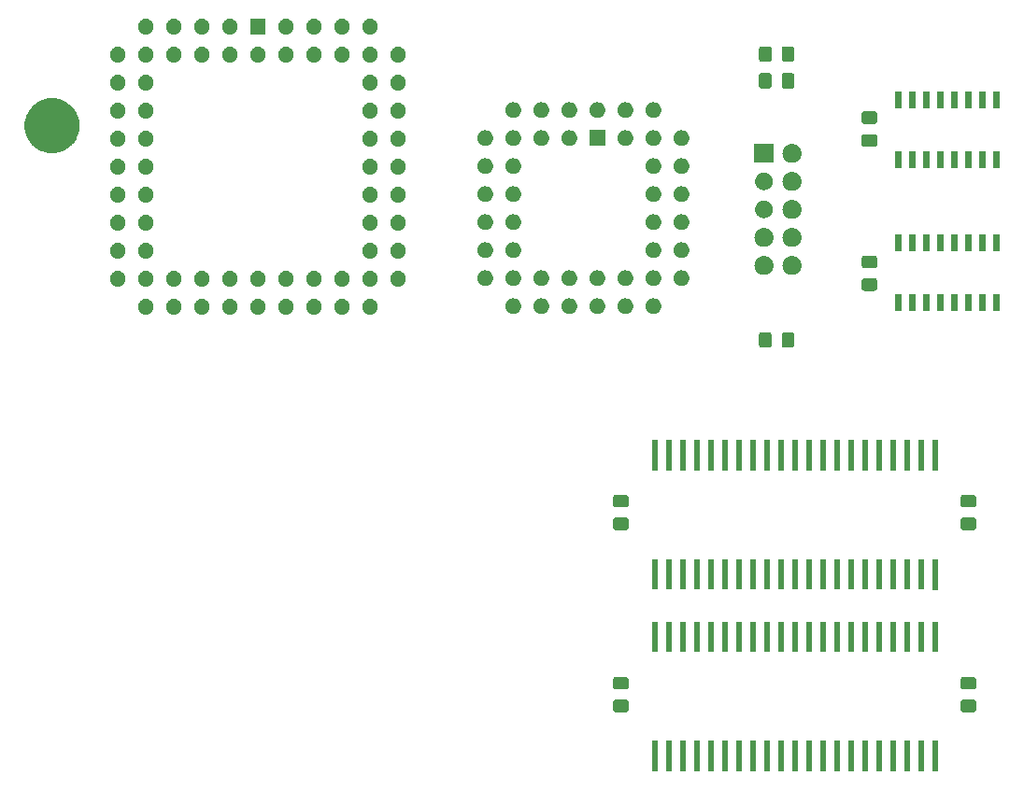
<source format=gbr>
G04 #@! TF.GenerationSoftware,KiCad,Pcbnew,7.0.10*
G04 #@! TF.CreationDate,2024-02-23T13:16:52-06:00*
G04 #@! TF.ProjectId,A600FastRAM,41363030-4661-4737-9452-414d2e6b6963,5*
G04 #@! TF.SameCoordinates,Original*
G04 #@! TF.FileFunction,Soldermask,Top*
G04 #@! TF.FilePolarity,Negative*
%FSLAX46Y46*%
G04 Gerber Fmt 4.6, Leading zero omitted, Abs format (unit mm)*
G04 Created by KiCad (PCBNEW 7.0.10) date 2024-02-23 13:16:52*
%MOMM*%
%LPD*%
G01*
G04 APERTURE LIST*
G04 APERTURE END LIST*
G36*
X194322700Y-160524000D02*
G01*
X193814700Y-160524000D01*
X193814700Y-157746000D01*
X194322700Y-157746000D01*
X194322700Y-160524000D01*
G37*
G36*
X168922700Y-160516000D02*
G01*
X168414700Y-160516000D01*
X168414700Y-157738000D01*
X168922700Y-157738000D01*
X168922700Y-160516000D01*
G37*
G36*
X170192700Y-160516000D02*
G01*
X169684700Y-160516000D01*
X169684700Y-157738000D01*
X170192700Y-157738000D01*
X170192700Y-160516000D01*
G37*
G36*
X171462700Y-160516000D02*
G01*
X170954700Y-160516000D01*
X170954700Y-157738000D01*
X171462700Y-157738000D01*
X171462700Y-160516000D01*
G37*
G36*
X172732700Y-160516000D02*
G01*
X172224700Y-160516000D01*
X172224700Y-157738000D01*
X172732700Y-157738000D01*
X172732700Y-160516000D01*
G37*
G36*
X174002700Y-160516000D02*
G01*
X173494700Y-160516000D01*
X173494700Y-157738000D01*
X174002700Y-157738000D01*
X174002700Y-160516000D01*
G37*
G36*
X175272700Y-160516000D02*
G01*
X174764700Y-160516000D01*
X174764700Y-157738000D01*
X175272700Y-157738000D01*
X175272700Y-160516000D01*
G37*
G36*
X176542700Y-160516000D02*
G01*
X176034700Y-160516000D01*
X176034700Y-157738000D01*
X176542700Y-157738000D01*
X176542700Y-160516000D01*
G37*
G36*
X177812700Y-160516000D02*
G01*
X177304700Y-160516000D01*
X177304700Y-157738000D01*
X177812700Y-157738000D01*
X177812700Y-160516000D01*
G37*
G36*
X179082700Y-160516000D02*
G01*
X178574700Y-160516000D01*
X178574700Y-157738000D01*
X179082700Y-157738000D01*
X179082700Y-160516000D01*
G37*
G36*
X180352700Y-160516000D02*
G01*
X179844700Y-160516000D01*
X179844700Y-157738000D01*
X180352700Y-157738000D01*
X180352700Y-160516000D01*
G37*
G36*
X181622700Y-160516000D02*
G01*
X181114700Y-160516000D01*
X181114700Y-157738000D01*
X181622700Y-157738000D01*
X181622700Y-160516000D01*
G37*
G36*
X182892700Y-160516000D02*
G01*
X182384700Y-160516000D01*
X182384700Y-157738000D01*
X182892700Y-157738000D01*
X182892700Y-160516000D01*
G37*
G36*
X184162700Y-160516000D02*
G01*
X183654700Y-160516000D01*
X183654700Y-157738000D01*
X184162700Y-157738000D01*
X184162700Y-160516000D01*
G37*
G36*
X185432700Y-160516000D02*
G01*
X184924700Y-160516000D01*
X184924700Y-157738000D01*
X185432700Y-157738000D01*
X185432700Y-160516000D01*
G37*
G36*
X186702700Y-160516000D02*
G01*
X186194700Y-160516000D01*
X186194700Y-157738000D01*
X186702700Y-157738000D01*
X186702700Y-160516000D01*
G37*
G36*
X187972700Y-160516000D02*
G01*
X187464700Y-160516000D01*
X187464700Y-157738000D01*
X187972700Y-157738000D01*
X187972700Y-160516000D01*
G37*
G36*
X189242700Y-160516000D02*
G01*
X188734700Y-160516000D01*
X188734700Y-157738000D01*
X189242700Y-157738000D01*
X189242700Y-160516000D01*
G37*
G36*
X190512700Y-160516000D02*
G01*
X190004700Y-160516000D01*
X190004700Y-157738000D01*
X190512700Y-157738000D01*
X190512700Y-160516000D01*
G37*
G36*
X191782700Y-160516000D02*
G01*
X191274700Y-160516000D01*
X191274700Y-157738000D01*
X191782700Y-157738000D01*
X191782700Y-160516000D01*
G37*
G36*
X193052700Y-160516000D02*
G01*
X192544700Y-160516000D01*
X192544700Y-157738000D01*
X193052700Y-157738000D01*
X193052700Y-160516000D01*
G37*
G36*
X166068497Y-154031932D02*
G01*
X166113350Y-154038467D01*
X166121582Y-154042491D01*
X166139371Y-154046030D01*
X166168140Y-154065253D01*
X166187963Y-154074944D01*
X166198673Y-154085654D01*
X166220477Y-154100223D01*
X166235045Y-154122026D01*
X166245755Y-154132736D01*
X166255444Y-154152556D01*
X166274670Y-154181329D01*
X166278208Y-154199119D01*
X166282232Y-154207349D01*
X166288764Y-154252187D01*
X166293700Y-154277000D01*
X166293700Y-154927000D01*
X166288763Y-154951816D01*
X166282232Y-154996650D01*
X166278209Y-155004878D01*
X166274670Y-155022671D01*
X166255442Y-155051446D01*
X166245755Y-155071263D01*
X166235047Y-155081970D01*
X166220477Y-155103777D01*
X166198670Y-155118347D01*
X166187963Y-155129055D01*
X166168146Y-155138742D01*
X166139371Y-155157970D01*
X166121578Y-155161509D01*
X166113350Y-155165532D01*
X166068514Y-155172064D01*
X166043700Y-155177000D01*
X165143700Y-155177000D01*
X165118886Y-155172064D01*
X165074049Y-155165532D01*
X165065819Y-155161508D01*
X165048029Y-155157970D01*
X165019256Y-155138744D01*
X164999436Y-155129055D01*
X164988726Y-155118345D01*
X164966923Y-155103777D01*
X164952354Y-155081973D01*
X164941644Y-155071263D01*
X164931953Y-155051440D01*
X164912730Y-155022671D01*
X164909191Y-155004882D01*
X164905167Y-154996650D01*
X164898632Y-154951796D01*
X164893700Y-154927000D01*
X164893700Y-154277000D01*
X164898631Y-154252205D01*
X164905167Y-154207349D01*
X164909191Y-154199115D01*
X164912730Y-154181329D01*
X164931951Y-154152561D01*
X164941644Y-154132736D01*
X164952356Y-154122023D01*
X164966923Y-154100223D01*
X164988723Y-154085656D01*
X164999436Y-154074944D01*
X165019261Y-154065251D01*
X165048029Y-154046030D01*
X165065815Y-154042491D01*
X165074049Y-154038467D01*
X165118906Y-154031931D01*
X165143700Y-154027000D01*
X166043700Y-154027000D01*
X166068497Y-154031932D01*
G37*
G36*
X197564497Y-154031932D02*
G01*
X197609350Y-154038467D01*
X197617582Y-154042491D01*
X197635371Y-154046030D01*
X197664140Y-154065253D01*
X197683963Y-154074944D01*
X197694673Y-154085654D01*
X197716477Y-154100223D01*
X197731045Y-154122026D01*
X197741755Y-154132736D01*
X197751444Y-154152556D01*
X197770670Y-154181329D01*
X197774208Y-154199119D01*
X197778232Y-154207349D01*
X197784764Y-154252187D01*
X197789700Y-154277000D01*
X197789700Y-154927000D01*
X197784763Y-154951816D01*
X197778232Y-154996650D01*
X197774209Y-155004878D01*
X197770670Y-155022671D01*
X197751442Y-155051446D01*
X197741755Y-155071263D01*
X197731047Y-155081970D01*
X197716477Y-155103777D01*
X197694670Y-155118347D01*
X197683963Y-155129055D01*
X197664146Y-155138742D01*
X197635371Y-155157970D01*
X197617578Y-155161509D01*
X197609350Y-155165532D01*
X197564514Y-155172064D01*
X197539700Y-155177000D01*
X196639700Y-155177000D01*
X196614886Y-155172064D01*
X196570049Y-155165532D01*
X196561819Y-155161508D01*
X196544029Y-155157970D01*
X196515256Y-155138744D01*
X196495436Y-155129055D01*
X196484726Y-155118345D01*
X196462923Y-155103777D01*
X196448354Y-155081973D01*
X196437644Y-155071263D01*
X196427953Y-155051440D01*
X196408730Y-155022671D01*
X196405191Y-155004882D01*
X196401167Y-154996650D01*
X196394632Y-154951796D01*
X196389700Y-154927000D01*
X196389700Y-154277000D01*
X196394631Y-154252205D01*
X196401167Y-154207349D01*
X196405191Y-154199115D01*
X196408730Y-154181329D01*
X196427951Y-154152561D01*
X196437644Y-154132736D01*
X196448356Y-154122023D01*
X196462923Y-154100223D01*
X196484723Y-154085656D01*
X196495436Y-154074944D01*
X196515261Y-154065251D01*
X196544029Y-154046030D01*
X196561815Y-154042491D01*
X196570049Y-154038467D01*
X196614906Y-154031931D01*
X196639700Y-154027000D01*
X197539700Y-154027000D01*
X197564497Y-154031932D01*
G37*
G36*
X166068497Y-151981932D02*
G01*
X166113350Y-151988467D01*
X166121582Y-151992491D01*
X166139371Y-151996030D01*
X166168140Y-152015253D01*
X166187963Y-152024944D01*
X166198673Y-152035654D01*
X166220477Y-152050223D01*
X166235045Y-152072026D01*
X166245755Y-152082736D01*
X166255444Y-152102556D01*
X166274670Y-152131329D01*
X166278208Y-152149119D01*
X166282232Y-152157349D01*
X166288764Y-152202187D01*
X166293700Y-152227000D01*
X166293700Y-152877000D01*
X166288763Y-152901816D01*
X166282232Y-152946650D01*
X166278209Y-152954878D01*
X166274670Y-152972671D01*
X166255442Y-153001446D01*
X166245755Y-153021263D01*
X166235047Y-153031970D01*
X166220477Y-153053777D01*
X166198670Y-153068347D01*
X166187963Y-153079055D01*
X166168146Y-153088742D01*
X166139371Y-153107970D01*
X166121578Y-153111509D01*
X166113350Y-153115532D01*
X166068514Y-153122064D01*
X166043700Y-153127000D01*
X165143700Y-153127000D01*
X165118886Y-153122064D01*
X165074049Y-153115532D01*
X165065819Y-153111508D01*
X165048029Y-153107970D01*
X165019256Y-153088744D01*
X164999436Y-153079055D01*
X164988726Y-153068345D01*
X164966923Y-153053777D01*
X164952354Y-153031973D01*
X164941644Y-153021263D01*
X164931953Y-153001440D01*
X164912730Y-152972671D01*
X164909191Y-152954882D01*
X164905167Y-152946650D01*
X164898632Y-152901796D01*
X164893700Y-152877000D01*
X164893700Y-152227000D01*
X164898631Y-152202205D01*
X164905167Y-152157349D01*
X164909191Y-152149115D01*
X164912730Y-152131329D01*
X164931951Y-152102561D01*
X164941644Y-152082736D01*
X164952356Y-152072023D01*
X164966923Y-152050223D01*
X164988723Y-152035656D01*
X164999436Y-152024944D01*
X165019261Y-152015251D01*
X165048029Y-151996030D01*
X165065815Y-151992491D01*
X165074049Y-151988467D01*
X165118906Y-151981931D01*
X165143700Y-151977000D01*
X166043700Y-151977000D01*
X166068497Y-151981932D01*
G37*
G36*
X197564497Y-151981932D02*
G01*
X197609350Y-151988467D01*
X197617582Y-151992491D01*
X197635371Y-151996030D01*
X197664140Y-152015253D01*
X197683963Y-152024944D01*
X197694673Y-152035654D01*
X197716477Y-152050223D01*
X197731045Y-152072026D01*
X197741755Y-152082736D01*
X197751444Y-152102556D01*
X197770670Y-152131329D01*
X197774208Y-152149119D01*
X197778232Y-152157349D01*
X197784764Y-152202187D01*
X197789700Y-152227000D01*
X197789700Y-152877000D01*
X197784763Y-152901816D01*
X197778232Y-152946650D01*
X197774209Y-152954878D01*
X197770670Y-152972671D01*
X197751442Y-153001446D01*
X197741755Y-153021263D01*
X197731047Y-153031970D01*
X197716477Y-153053777D01*
X197694670Y-153068347D01*
X197683963Y-153079055D01*
X197664146Y-153088742D01*
X197635371Y-153107970D01*
X197617578Y-153111509D01*
X197609350Y-153115532D01*
X197564514Y-153122064D01*
X197539700Y-153127000D01*
X196639700Y-153127000D01*
X196614886Y-153122064D01*
X196570049Y-153115532D01*
X196561819Y-153111508D01*
X196544029Y-153107970D01*
X196515256Y-153088744D01*
X196495436Y-153079055D01*
X196484726Y-153068345D01*
X196462923Y-153053777D01*
X196448354Y-153031973D01*
X196437644Y-153021263D01*
X196427953Y-153001440D01*
X196408730Y-152972671D01*
X196405191Y-152954882D01*
X196401167Y-152946650D01*
X196394632Y-152901796D01*
X196389700Y-152877000D01*
X196389700Y-152227000D01*
X196394631Y-152202205D01*
X196401167Y-152157349D01*
X196405191Y-152149115D01*
X196408730Y-152131329D01*
X196427951Y-152102561D01*
X196437644Y-152082736D01*
X196448356Y-152072023D01*
X196462923Y-152050223D01*
X196484723Y-152035656D01*
X196495436Y-152024944D01*
X196515261Y-152015251D01*
X196544029Y-151996030D01*
X196561815Y-151992491D01*
X196570049Y-151988467D01*
X196614906Y-151981931D01*
X196639700Y-151977000D01*
X197539700Y-151977000D01*
X197564497Y-151981932D01*
G37*
G36*
X168922700Y-149737000D02*
G01*
X168414700Y-149737000D01*
X168414700Y-146959000D01*
X168922700Y-146959000D01*
X168922700Y-149737000D01*
G37*
G36*
X170192700Y-149737000D02*
G01*
X169684700Y-149737000D01*
X169684700Y-146959000D01*
X170192700Y-146959000D01*
X170192700Y-149737000D01*
G37*
G36*
X171462700Y-149737000D02*
G01*
X170954700Y-149737000D01*
X170954700Y-146959000D01*
X171462700Y-146959000D01*
X171462700Y-149737000D01*
G37*
G36*
X172732700Y-149737000D02*
G01*
X172224700Y-149737000D01*
X172224700Y-146959000D01*
X172732700Y-146959000D01*
X172732700Y-149737000D01*
G37*
G36*
X174002700Y-149737000D02*
G01*
X173494700Y-149737000D01*
X173494700Y-146959000D01*
X174002700Y-146959000D01*
X174002700Y-149737000D01*
G37*
G36*
X175272700Y-149737000D02*
G01*
X174764700Y-149737000D01*
X174764700Y-146959000D01*
X175272700Y-146959000D01*
X175272700Y-149737000D01*
G37*
G36*
X176542700Y-149737000D02*
G01*
X176034700Y-149737000D01*
X176034700Y-146959000D01*
X176542700Y-146959000D01*
X176542700Y-149737000D01*
G37*
G36*
X177812700Y-149737000D02*
G01*
X177304700Y-149737000D01*
X177304700Y-146959000D01*
X177812700Y-146959000D01*
X177812700Y-149737000D01*
G37*
G36*
X179082700Y-149737000D02*
G01*
X178574700Y-149737000D01*
X178574700Y-146959000D01*
X179082700Y-146959000D01*
X179082700Y-149737000D01*
G37*
G36*
X180352700Y-149737000D02*
G01*
X179844700Y-149737000D01*
X179844700Y-146959000D01*
X180352700Y-146959000D01*
X180352700Y-149737000D01*
G37*
G36*
X181622700Y-149737000D02*
G01*
X181114700Y-149737000D01*
X181114700Y-146959000D01*
X181622700Y-146959000D01*
X181622700Y-149737000D01*
G37*
G36*
X182892700Y-149737000D02*
G01*
X182384700Y-149737000D01*
X182384700Y-146959000D01*
X182892700Y-146959000D01*
X182892700Y-149737000D01*
G37*
G36*
X184162700Y-149737000D02*
G01*
X183654700Y-149737000D01*
X183654700Y-146959000D01*
X184162700Y-146959000D01*
X184162700Y-149737000D01*
G37*
G36*
X185432700Y-149737000D02*
G01*
X184924700Y-149737000D01*
X184924700Y-146959000D01*
X185432700Y-146959000D01*
X185432700Y-149737000D01*
G37*
G36*
X186702700Y-149737000D02*
G01*
X186194700Y-149737000D01*
X186194700Y-146959000D01*
X186702700Y-146959000D01*
X186702700Y-149737000D01*
G37*
G36*
X187972700Y-149737000D02*
G01*
X187464700Y-149737000D01*
X187464700Y-146959000D01*
X187972700Y-146959000D01*
X187972700Y-149737000D01*
G37*
G36*
X189242700Y-149737000D02*
G01*
X188734700Y-149737000D01*
X188734700Y-146959000D01*
X189242700Y-146959000D01*
X189242700Y-149737000D01*
G37*
G36*
X190512700Y-149737000D02*
G01*
X190004700Y-149737000D01*
X190004700Y-146959000D01*
X190512700Y-146959000D01*
X190512700Y-149737000D01*
G37*
G36*
X191782700Y-149737000D02*
G01*
X191274700Y-149737000D01*
X191274700Y-146959000D01*
X191782700Y-146959000D01*
X191782700Y-149737000D01*
G37*
G36*
X193052700Y-149737000D02*
G01*
X192544700Y-149737000D01*
X192544700Y-146959000D01*
X193052700Y-146959000D01*
X193052700Y-149737000D01*
G37*
G36*
X194322700Y-149737000D02*
G01*
X193814700Y-149737000D01*
X193814700Y-146959000D01*
X194322700Y-146959000D01*
X194322700Y-149737000D01*
G37*
G36*
X194322700Y-144069500D02*
G01*
X193814700Y-144069500D01*
X193814700Y-141291500D01*
X194322700Y-141291500D01*
X194322700Y-144069500D01*
G37*
G36*
X168922700Y-144061500D02*
G01*
X168414700Y-144061500D01*
X168414700Y-141283500D01*
X168922700Y-141283500D01*
X168922700Y-144061500D01*
G37*
G36*
X170192700Y-144061500D02*
G01*
X169684700Y-144061500D01*
X169684700Y-141283500D01*
X170192700Y-141283500D01*
X170192700Y-144061500D01*
G37*
G36*
X171462700Y-144061500D02*
G01*
X170954700Y-144061500D01*
X170954700Y-141283500D01*
X171462700Y-141283500D01*
X171462700Y-144061500D01*
G37*
G36*
X172732700Y-144061500D02*
G01*
X172224700Y-144061500D01*
X172224700Y-141283500D01*
X172732700Y-141283500D01*
X172732700Y-144061500D01*
G37*
G36*
X174002700Y-144061500D02*
G01*
X173494700Y-144061500D01*
X173494700Y-141283500D01*
X174002700Y-141283500D01*
X174002700Y-144061500D01*
G37*
G36*
X175272700Y-144061500D02*
G01*
X174764700Y-144061500D01*
X174764700Y-141283500D01*
X175272700Y-141283500D01*
X175272700Y-144061500D01*
G37*
G36*
X176542700Y-144061500D02*
G01*
X176034700Y-144061500D01*
X176034700Y-141283500D01*
X176542700Y-141283500D01*
X176542700Y-144061500D01*
G37*
G36*
X177812700Y-144061500D02*
G01*
X177304700Y-144061500D01*
X177304700Y-141283500D01*
X177812700Y-141283500D01*
X177812700Y-144061500D01*
G37*
G36*
X179082700Y-144061500D02*
G01*
X178574700Y-144061500D01*
X178574700Y-141283500D01*
X179082700Y-141283500D01*
X179082700Y-144061500D01*
G37*
G36*
X180352700Y-144061500D02*
G01*
X179844700Y-144061500D01*
X179844700Y-141283500D01*
X180352700Y-141283500D01*
X180352700Y-144061500D01*
G37*
G36*
X181622700Y-144061500D02*
G01*
X181114700Y-144061500D01*
X181114700Y-141283500D01*
X181622700Y-141283500D01*
X181622700Y-144061500D01*
G37*
G36*
X182892700Y-144061500D02*
G01*
X182384700Y-144061500D01*
X182384700Y-141283500D01*
X182892700Y-141283500D01*
X182892700Y-144061500D01*
G37*
G36*
X184162700Y-144061500D02*
G01*
X183654700Y-144061500D01*
X183654700Y-141283500D01*
X184162700Y-141283500D01*
X184162700Y-144061500D01*
G37*
G36*
X185432700Y-144061500D02*
G01*
X184924700Y-144061500D01*
X184924700Y-141283500D01*
X185432700Y-141283500D01*
X185432700Y-144061500D01*
G37*
G36*
X186702700Y-144061500D02*
G01*
X186194700Y-144061500D01*
X186194700Y-141283500D01*
X186702700Y-141283500D01*
X186702700Y-144061500D01*
G37*
G36*
X187972700Y-144061500D02*
G01*
X187464700Y-144061500D01*
X187464700Y-141283500D01*
X187972700Y-141283500D01*
X187972700Y-144061500D01*
G37*
G36*
X189242700Y-144061500D02*
G01*
X188734700Y-144061500D01*
X188734700Y-141283500D01*
X189242700Y-141283500D01*
X189242700Y-144061500D01*
G37*
G36*
X190512700Y-144061500D02*
G01*
X190004700Y-144061500D01*
X190004700Y-141283500D01*
X190512700Y-141283500D01*
X190512700Y-144061500D01*
G37*
G36*
X191782700Y-144061500D02*
G01*
X191274700Y-144061500D01*
X191274700Y-141283500D01*
X191782700Y-141283500D01*
X191782700Y-144061500D01*
G37*
G36*
X193052700Y-144061500D02*
G01*
X192544700Y-144061500D01*
X192544700Y-141283500D01*
X193052700Y-141283500D01*
X193052700Y-144061500D01*
G37*
G36*
X166068497Y-137521932D02*
G01*
X166113350Y-137528467D01*
X166121582Y-137532491D01*
X166139371Y-137536030D01*
X166168140Y-137555253D01*
X166187963Y-137564944D01*
X166198673Y-137575654D01*
X166220477Y-137590223D01*
X166235045Y-137612026D01*
X166245755Y-137622736D01*
X166255444Y-137642556D01*
X166274670Y-137671329D01*
X166278208Y-137689119D01*
X166282232Y-137697349D01*
X166288764Y-137742187D01*
X166293700Y-137767000D01*
X166293700Y-138417000D01*
X166288763Y-138441816D01*
X166282232Y-138486650D01*
X166278209Y-138494878D01*
X166274670Y-138512671D01*
X166255442Y-138541446D01*
X166245755Y-138561263D01*
X166235047Y-138571970D01*
X166220477Y-138593777D01*
X166198670Y-138608347D01*
X166187963Y-138619055D01*
X166168146Y-138628742D01*
X166139371Y-138647970D01*
X166121578Y-138651509D01*
X166113350Y-138655532D01*
X166068514Y-138662064D01*
X166043700Y-138667000D01*
X165143700Y-138667000D01*
X165118886Y-138662064D01*
X165074049Y-138655532D01*
X165065819Y-138651508D01*
X165048029Y-138647970D01*
X165019256Y-138628744D01*
X164999436Y-138619055D01*
X164988726Y-138608345D01*
X164966923Y-138593777D01*
X164952354Y-138571973D01*
X164941644Y-138561263D01*
X164931953Y-138541440D01*
X164912730Y-138512671D01*
X164909191Y-138494882D01*
X164905167Y-138486650D01*
X164898632Y-138441796D01*
X164893700Y-138417000D01*
X164893700Y-137767000D01*
X164898631Y-137742205D01*
X164905167Y-137697349D01*
X164909191Y-137689115D01*
X164912730Y-137671329D01*
X164931951Y-137642561D01*
X164941644Y-137622736D01*
X164952356Y-137612023D01*
X164966923Y-137590223D01*
X164988723Y-137575656D01*
X164999436Y-137564944D01*
X165019261Y-137555251D01*
X165048029Y-137536030D01*
X165065815Y-137532491D01*
X165074049Y-137528467D01*
X165118906Y-137521931D01*
X165143700Y-137517000D01*
X166043700Y-137517000D01*
X166068497Y-137521932D01*
G37*
G36*
X197564497Y-137521932D02*
G01*
X197609350Y-137528467D01*
X197617582Y-137532491D01*
X197635371Y-137536030D01*
X197664140Y-137555253D01*
X197683963Y-137564944D01*
X197694673Y-137575654D01*
X197716477Y-137590223D01*
X197731045Y-137612026D01*
X197741755Y-137622736D01*
X197751444Y-137642556D01*
X197770670Y-137671329D01*
X197774208Y-137689119D01*
X197778232Y-137697349D01*
X197784764Y-137742187D01*
X197789700Y-137767000D01*
X197789700Y-138417000D01*
X197784763Y-138441816D01*
X197778232Y-138486650D01*
X197774209Y-138494878D01*
X197770670Y-138512671D01*
X197751442Y-138541446D01*
X197741755Y-138561263D01*
X197731047Y-138571970D01*
X197716477Y-138593777D01*
X197694670Y-138608347D01*
X197683963Y-138619055D01*
X197664146Y-138628742D01*
X197635371Y-138647970D01*
X197617578Y-138651509D01*
X197609350Y-138655532D01*
X197564514Y-138662064D01*
X197539700Y-138667000D01*
X196639700Y-138667000D01*
X196614886Y-138662064D01*
X196570049Y-138655532D01*
X196561819Y-138651508D01*
X196544029Y-138647970D01*
X196515256Y-138628744D01*
X196495436Y-138619055D01*
X196484726Y-138608345D01*
X196462923Y-138593777D01*
X196448354Y-138571973D01*
X196437644Y-138561263D01*
X196427953Y-138541440D01*
X196408730Y-138512671D01*
X196405191Y-138494882D01*
X196401167Y-138486650D01*
X196394632Y-138441796D01*
X196389700Y-138417000D01*
X196389700Y-137767000D01*
X196394631Y-137742205D01*
X196401167Y-137697349D01*
X196405191Y-137689115D01*
X196408730Y-137671329D01*
X196427951Y-137642561D01*
X196437644Y-137622736D01*
X196448356Y-137612023D01*
X196462923Y-137590223D01*
X196484723Y-137575656D01*
X196495436Y-137564944D01*
X196515261Y-137555251D01*
X196544029Y-137536030D01*
X196561815Y-137532491D01*
X196570049Y-137528467D01*
X196614906Y-137521931D01*
X196639700Y-137517000D01*
X197539700Y-137517000D01*
X197564497Y-137521932D01*
G37*
G36*
X166068497Y-135471932D02*
G01*
X166113350Y-135478467D01*
X166121582Y-135482491D01*
X166139371Y-135486030D01*
X166168140Y-135505253D01*
X166187963Y-135514944D01*
X166198673Y-135525654D01*
X166220477Y-135540223D01*
X166235045Y-135562026D01*
X166245755Y-135572736D01*
X166255444Y-135592556D01*
X166274670Y-135621329D01*
X166278208Y-135639119D01*
X166282232Y-135647349D01*
X166288764Y-135692187D01*
X166293700Y-135717000D01*
X166293700Y-136367000D01*
X166288763Y-136391816D01*
X166282232Y-136436650D01*
X166278209Y-136444878D01*
X166274670Y-136462671D01*
X166255442Y-136491446D01*
X166245755Y-136511263D01*
X166235047Y-136521970D01*
X166220477Y-136543777D01*
X166198670Y-136558347D01*
X166187963Y-136569055D01*
X166168146Y-136578742D01*
X166139371Y-136597970D01*
X166121578Y-136601509D01*
X166113350Y-136605532D01*
X166068514Y-136612064D01*
X166043700Y-136617000D01*
X165143700Y-136617000D01*
X165118886Y-136612064D01*
X165074049Y-136605532D01*
X165065819Y-136601508D01*
X165048029Y-136597970D01*
X165019256Y-136578744D01*
X164999436Y-136569055D01*
X164988726Y-136558345D01*
X164966923Y-136543777D01*
X164952354Y-136521973D01*
X164941644Y-136511263D01*
X164931953Y-136491440D01*
X164912730Y-136462671D01*
X164909191Y-136444882D01*
X164905167Y-136436650D01*
X164898632Y-136391796D01*
X164893700Y-136367000D01*
X164893700Y-135717000D01*
X164898631Y-135692205D01*
X164905167Y-135647349D01*
X164909191Y-135639115D01*
X164912730Y-135621329D01*
X164931951Y-135592561D01*
X164941644Y-135572736D01*
X164952356Y-135562023D01*
X164966923Y-135540223D01*
X164988723Y-135525656D01*
X164999436Y-135514944D01*
X165019261Y-135505251D01*
X165048029Y-135486030D01*
X165065815Y-135482491D01*
X165074049Y-135478467D01*
X165118906Y-135471931D01*
X165143700Y-135467000D01*
X166043700Y-135467000D01*
X166068497Y-135471932D01*
G37*
G36*
X197564497Y-135471932D02*
G01*
X197609350Y-135478467D01*
X197617582Y-135482491D01*
X197635371Y-135486030D01*
X197664140Y-135505253D01*
X197683963Y-135514944D01*
X197694673Y-135525654D01*
X197716477Y-135540223D01*
X197731045Y-135562026D01*
X197741755Y-135572736D01*
X197751444Y-135592556D01*
X197770670Y-135621329D01*
X197774208Y-135639119D01*
X197778232Y-135647349D01*
X197784764Y-135692187D01*
X197789700Y-135717000D01*
X197789700Y-136367000D01*
X197784763Y-136391816D01*
X197778232Y-136436650D01*
X197774209Y-136444878D01*
X197770670Y-136462671D01*
X197751442Y-136491446D01*
X197741755Y-136511263D01*
X197731047Y-136521970D01*
X197716477Y-136543777D01*
X197694670Y-136558347D01*
X197683963Y-136569055D01*
X197664146Y-136578742D01*
X197635371Y-136597970D01*
X197617578Y-136601509D01*
X197609350Y-136605532D01*
X197564514Y-136612064D01*
X197539700Y-136617000D01*
X196639700Y-136617000D01*
X196614886Y-136612064D01*
X196570049Y-136605532D01*
X196561819Y-136601508D01*
X196544029Y-136597970D01*
X196515256Y-136578744D01*
X196495436Y-136569055D01*
X196484726Y-136558345D01*
X196462923Y-136543777D01*
X196448354Y-136521973D01*
X196437644Y-136511263D01*
X196427953Y-136491440D01*
X196408730Y-136462671D01*
X196405191Y-136444882D01*
X196401167Y-136436650D01*
X196394632Y-136391796D01*
X196389700Y-136367000D01*
X196389700Y-135717000D01*
X196394631Y-135692205D01*
X196401167Y-135647349D01*
X196405191Y-135639115D01*
X196408730Y-135621329D01*
X196427951Y-135592561D01*
X196437644Y-135572736D01*
X196448356Y-135562023D01*
X196462923Y-135540223D01*
X196484723Y-135525656D01*
X196495436Y-135514944D01*
X196515261Y-135505251D01*
X196544029Y-135486030D01*
X196561815Y-135482491D01*
X196570049Y-135478467D01*
X196614906Y-135471931D01*
X196639700Y-135467000D01*
X197539700Y-135467000D01*
X197564497Y-135471932D01*
G37*
G36*
X168922700Y-133282500D02*
G01*
X168414700Y-133282500D01*
X168414700Y-130504500D01*
X168922700Y-130504500D01*
X168922700Y-133282500D01*
G37*
G36*
X170192700Y-133282500D02*
G01*
X169684700Y-133282500D01*
X169684700Y-130504500D01*
X170192700Y-130504500D01*
X170192700Y-133282500D01*
G37*
G36*
X171462700Y-133282500D02*
G01*
X170954700Y-133282500D01*
X170954700Y-130504500D01*
X171462700Y-130504500D01*
X171462700Y-133282500D01*
G37*
G36*
X172732700Y-133282500D02*
G01*
X172224700Y-133282500D01*
X172224700Y-130504500D01*
X172732700Y-130504500D01*
X172732700Y-133282500D01*
G37*
G36*
X174002700Y-133282500D02*
G01*
X173494700Y-133282500D01*
X173494700Y-130504500D01*
X174002700Y-130504500D01*
X174002700Y-133282500D01*
G37*
G36*
X175272700Y-133282500D02*
G01*
X174764700Y-133282500D01*
X174764700Y-130504500D01*
X175272700Y-130504500D01*
X175272700Y-133282500D01*
G37*
G36*
X176542700Y-133282500D02*
G01*
X176034700Y-133282500D01*
X176034700Y-130504500D01*
X176542700Y-130504500D01*
X176542700Y-133282500D01*
G37*
G36*
X177812700Y-133282500D02*
G01*
X177304700Y-133282500D01*
X177304700Y-130504500D01*
X177812700Y-130504500D01*
X177812700Y-133282500D01*
G37*
G36*
X179082700Y-133282500D02*
G01*
X178574700Y-133282500D01*
X178574700Y-130504500D01*
X179082700Y-130504500D01*
X179082700Y-133282500D01*
G37*
G36*
X180352700Y-133282500D02*
G01*
X179844700Y-133282500D01*
X179844700Y-130504500D01*
X180352700Y-130504500D01*
X180352700Y-133282500D01*
G37*
G36*
X181622700Y-133282500D02*
G01*
X181114700Y-133282500D01*
X181114700Y-130504500D01*
X181622700Y-130504500D01*
X181622700Y-133282500D01*
G37*
G36*
X182892700Y-133282500D02*
G01*
X182384700Y-133282500D01*
X182384700Y-130504500D01*
X182892700Y-130504500D01*
X182892700Y-133282500D01*
G37*
G36*
X184162700Y-133282500D02*
G01*
X183654700Y-133282500D01*
X183654700Y-130504500D01*
X184162700Y-130504500D01*
X184162700Y-133282500D01*
G37*
G36*
X185432700Y-133282500D02*
G01*
X184924700Y-133282500D01*
X184924700Y-130504500D01*
X185432700Y-130504500D01*
X185432700Y-133282500D01*
G37*
G36*
X186702700Y-133282500D02*
G01*
X186194700Y-133282500D01*
X186194700Y-130504500D01*
X186702700Y-130504500D01*
X186702700Y-133282500D01*
G37*
G36*
X187972700Y-133282500D02*
G01*
X187464700Y-133282500D01*
X187464700Y-130504500D01*
X187972700Y-130504500D01*
X187972700Y-133282500D01*
G37*
G36*
X189242700Y-133282500D02*
G01*
X188734700Y-133282500D01*
X188734700Y-130504500D01*
X189242700Y-130504500D01*
X189242700Y-133282500D01*
G37*
G36*
X190512700Y-133282500D02*
G01*
X190004700Y-133282500D01*
X190004700Y-130504500D01*
X190512700Y-130504500D01*
X190512700Y-133282500D01*
G37*
G36*
X191782700Y-133282500D02*
G01*
X191274700Y-133282500D01*
X191274700Y-130504500D01*
X191782700Y-130504500D01*
X191782700Y-133282500D01*
G37*
G36*
X193052700Y-133282500D02*
G01*
X192544700Y-133282500D01*
X192544700Y-130504500D01*
X193052700Y-130504500D01*
X193052700Y-133282500D01*
G37*
G36*
X194322700Y-133282500D02*
G01*
X193814700Y-133282500D01*
X193814700Y-130504500D01*
X194322700Y-130504500D01*
X194322700Y-133282500D01*
G37*
G36*
X179033797Y-120724932D02*
G01*
X179078650Y-120731467D01*
X179086882Y-120735491D01*
X179104671Y-120739030D01*
X179133440Y-120758253D01*
X179153263Y-120767944D01*
X179163973Y-120778654D01*
X179185777Y-120793223D01*
X179200345Y-120815026D01*
X179211055Y-120825736D01*
X179220744Y-120845556D01*
X179239970Y-120874329D01*
X179243508Y-120892119D01*
X179247532Y-120900349D01*
X179254064Y-120945187D01*
X179259000Y-120970000D01*
X179259000Y-121870000D01*
X179254063Y-121894816D01*
X179247532Y-121939650D01*
X179243509Y-121947878D01*
X179239970Y-121965671D01*
X179220742Y-121994446D01*
X179211055Y-122014263D01*
X179200347Y-122024970D01*
X179185777Y-122046777D01*
X179163970Y-122061347D01*
X179153263Y-122072055D01*
X179133446Y-122081742D01*
X179104671Y-122100970D01*
X179086878Y-122104509D01*
X179078650Y-122108532D01*
X179033814Y-122115064D01*
X179009000Y-122120000D01*
X178359000Y-122120000D01*
X178334186Y-122115064D01*
X178289349Y-122108532D01*
X178281119Y-122104508D01*
X178263329Y-122100970D01*
X178234556Y-122081744D01*
X178214736Y-122072055D01*
X178204026Y-122061345D01*
X178182223Y-122046777D01*
X178167654Y-122024973D01*
X178156944Y-122014263D01*
X178147253Y-121994440D01*
X178128030Y-121965671D01*
X178124491Y-121947882D01*
X178120467Y-121939650D01*
X178113932Y-121894796D01*
X178109000Y-121870000D01*
X178109000Y-120970000D01*
X178113931Y-120945205D01*
X178120467Y-120900349D01*
X178124491Y-120892115D01*
X178128030Y-120874329D01*
X178147251Y-120845561D01*
X178156944Y-120825736D01*
X178167656Y-120815023D01*
X178182223Y-120793223D01*
X178204023Y-120778656D01*
X178214736Y-120767944D01*
X178234561Y-120758251D01*
X178263329Y-120739030D01*
X178281115Y-120735491D01*
X178289349Y-120731467D01*
X178334206Y-120724931D01*
X178359000Y-120720000D01*
X179009000Y-120720000D01*
X179033797Y-120724932D01*
G37*
G36*
X181083797Y-120724932D02*
G01*
X181128650Y-120731467D01*
X181136882Y-120735491D01*
X181154671Y-120739030D01*
X181183440Y-120758253D01*
X181203263Y-120767944D01*
X181213973Y-120778654D01*
X181235777Y-120793223D01*
X181250345Y-120815026D01*
X181261055Y-120825736D01*
X181270744Y-120845556D01*
X181289970Y-120874329D01*
X181293508Y-120892119D01*
X181297532Y-120900349D01*
X181304064Y-120945187D01*
X181309000Y-120970000D01*
X181309000Y-121870000D01*
X181304063Y-121894816D01*
X181297532Y-121939650D01*
X181293509Y-121947878D01*
X181289970Y-121965671D01*
X181270742Y-121994446D01*
X181261055Y-122014263D01*
X181250347Y-122024970D01*
X181235777Y-122046777D01*
X181213970Y-122061347D01*
X181203263Y-122072055D01*
X181183446Y-122081742D01*
X181154671Y-122100970D01*
X181136878Y-122104509D01*
X181128650Y-122108532D01*
X181083814Y-122115064D01*
X181059000Y-122120000D01*
X180409000Y-122120000D01*
X180384186Y-122115064D01*
X180339349Y-122108532D01*
X180331119Y-122104508D01*
X180313329Y-122100970D01*
X180284556Y-122081744D01*
X180264736Y-122072055D01*
X180254026Y-122061345D01*
X180232223Y-122046777D01*
X180217654Y-122024973D01*
X180206944Y-122014263D01*
X180197253Y-121994440D01*
X180178030Y-121965671D01*
X180174491Y-121947882D01*
X180170467Y-121939650D01*
X180163932Y-121894796D01*
X180159000Y-121870000D01*
X180159000Y-120970000D01*
X180163931Y-120945205D01*
X180170467Y-120900349D01*
X180174491Y-120892115D01*
X180178030Y-120874329D01*
X180197251Y-120845561D01*
X180206944Y-120825736D01*
X180217656Y-120815023D01*
X180232223Y-120793223D01*
X180254023Y-120778656D01*
X180264736Y-120767944D01*
X180284561Y-120758251D01*
X180313329Y-120739030D01*
X180331115Y-120735491D01*
X180339349Y-120731467D01*
X180384206Y-120724931D01*
X180409000Y-120720000D01*
X181059000Y-120720000D01*
X181083797Y-120724932D01*
G37*
G36*
X122623110Y-117703985D02*
G01*
X122631726Y-117703985D01*
X122685701Y-117717288D01*
X122765562Y-117734263D01*
X122779195Y-117740332D01*
X122798195Y-117745016D01*
X122845629Y-117769911D01*
X122901255Y-117794678D01*
X122923209Y-117810629D01*
X122950008Y-117824694D01*
X122983922Y-117854739D01*
X123021424Y-117881986D01*
X123048023Y-117911528D01*
X123078341Y-117938387D01*
X123098487Y-117967574D01*
X123120815Y-117992372D01*
X123147465Y-118038532D01*
X123175736Y-118079489D01*
X123184587Y-118102829D01*
X123195084Y-118121009D01*
X123216622Y-118187298D01*
X123236534Y-118239799D01*
X123238235Y-118253815D01*
X123240985Y-118262276D01*
X123252073Y-118367781D01*
X123257200Y-118410000D01*
X123252073Y-118452220D01*
X123240985Y-118557723D01*
X123238236Y-118566183D01*
X123236534Y-118580201D01*
X123216620Y-118632707D01*
X123195084Y-118698990D01*
X123184588Y-118717167D01*
X123175736Y-118740511D01*
X123147462Y-118781473D01*
X123120815Y-118827627D01*
X123098490Y-118852420D01*
X123078341Y-118881613D01*
X123048019Y-118908475D01*
X123021424Y-118938013D01*
X122983928Y-118965255D01*
X122950008Y-118995306D01*
X122923205Y-119009373D01*
X122901255Y-119025321D01*
X122845642Y-119050081D01*
X122798195Y-119074984D01*
X122779190Y-119079668D01*
X122765562Y-119085736D01*
X122685714Y-119102707D01*
X122631726Y-119116015D01*
X122623110Y-119116015D01*
X122620268Y-119116619D01*
X122471732Y-119116619D01*
X122468890Y-119116015D01*
X122460274Y-119116015D01*
X122406288Y-119102708D01*
X122326437Y-119085736D01*
X122312807Y-119079667D01*
X122293805Y-119074984D01*
X122246363Y-119050084D01*
X122190744Y-119025321D01*
X122168791Y-119009371D01*
X122141992Y-118995306D01*
X122108076Y-118965259D01*
X122070575Y-118938013D01*
X122043975Y-118908471D01*
X122013659Y-118881613D01*
X121993512Y-118852425D01*
X121971184Y-118827627D01*
X121944531Y-118781464D01*
X121916264Y-118740511D01*
X121907412Y-118717172D01*
X121896915Y-118698990D01*
X121875372Y-118632689D01*
X121855466Y-118580201D01*
X121853764Y-118566188D01*
X121851014Y-118557723D01*
X121839919Y-118452159D01*
X121834800Y-118410000D01*
X121839918Y-118367842D01*
X121851014Y-118262276D01*
X121853764Y-118253810D01*
X121855466Y-118239799D01*
X121875370Y-118187316D01*
X121896915Y-118121009D01*
X121907414Y-118102824D01*
X121916264Y-118079489D01*
X121944528Y-118038540D01*
X121971184Y-117992372D01*
X121993514Y-117967571D01*
X122013659Y-117938387D01*
X122043974Y-117911529D01*
X122070575Y-117881987D01*
X122108076Y-117854740D01*
X122141992Y-117824694D01*
X122168790Y-117810629D01*
X122190745Y-117794678D01*
X122246372Y-117769910D01*
X122293805Y-117745016D01*
X122312802Y-117740333D01*
X122326437Y-117734263D01*
X122406301Y-117717288D01*
X122460274Y-117703985D01*
X122468890Y-117703985D01*
X122471732Y-117703381D01*
X122620268Y-117703381D01*
X122623110Y-117703985D01*
G37*
G36*
X125163110Y-117703985D02*
G01*
X125171726Y-117703985D01*
X125225701Y-117717288D01*
X125305562Y-117734263D01*
X125319195Y-117740332D01*
X125338195Y-117745016D01*
X125385629Y-117769911D01*
X125441255Y-117794678D01*
X125463209Y-117810629D01*
X125490008Y-117824694D01*
X125523922Y-117854739D01*
X125561424Y-117881986D01*
X125588023Y-117911528D01*
X125618341Y-117938387D01*
X125638487Y-117967574D01*
X125660815Y-117992372D01*
X125687465Y-118038532D01*
X125715736Y-118079489D01*
X125724587Y-118102829D01*
X125735084Y-118121009D01*
X125756622Y-118187298D01*
X125776534Y-118239799D01*
X125778235Y-118253815D01*
X125780985Y-118262276D01*
X125792073Y-118367781D01*
X125797200Y-118410000D01*
X125792073Y-118452220D01*
X125780985Y-118557723D01*
X125778236Y-118566183D01*
X125776534Y-118580201D01*
X125756620Y-118632707D01*
X125735084Y-118698990D01*
X125724588Y-118717167D01*
X125715736Y-118740511D01*
X125687462Y-118781473D01*
X125660815Y-118827627D01*
X125638490Y-118852420D01*
X125618341Y-118881613D01*
X125588019Y-118908475D01*
X125561424Y-118938013D01*
X125523928Y-118965255D01*
X125490008Y-118995306D01*
X125463205Y-119009373D01*
X125441255Y-119025321D01*
X125385642Y-119050081D01*
X125338195Y-119074984D01*
X125319190Y-119079668D01*
X125305562Y-119085736D01*
X125225714Y-119102707D01*
X125171726Y-119116015D01*
X125163110Y-119116015D01*
X125160268Y-119116619D01*
X125011732Y-119116619D01*
X125008890Y-119116015D01*
X125000274Y-119116015D01*
X124946288Y-119102708D01*
X124866437Y-119085736D01*
X124852807Y-119079667D01*
X124833805Y-119074984D01*
X124786363Y-119050084D01*
X124730744Y-119025321D01*
X124708791Y-119009371D01*
X124681992Y-118995306D01*
X124648076Y-118965259D01*
X124610575Y-118938013D01*
X124583975Y-118908471D01*
X124553659Y-118881613D01*
X124533512Y-118852425D01*
X124511184Y-118827627D01*
X124484531Y-118781464D01*
X124456264Y-118740511D01*
X124447412Y-118717172D01*
X124436915Y-118698990D01*
X124415372Y-118632689D01*
X124395466Y-118580201D01*
X124393764Y-118566188D01*
X124391014Y-118557723D01*
X124379919Y-118452159D01*
X124374800Y-118410000D01*
X124379918Y-118367842D01*
X124391014Y-118262276D01*
X124393764Y-118253810D01*
X124395466Y-118239799D01*
X124415370Y-118187316D01*
X124436915Y-118121009D01*
X124447414Y-118102824D01*
X124456264Y-118079489D01*
X124484528Y-118038540D01*
X124511184Y-117992372D01*
X124533514Y-117967571D01*
X124553659Y-117938387D01*
X124583974Y-117911529D01*
X124610575Y-117881987D01*
X124648076Y-117854740D01*
X124681992Y-117824694D01*
X124708790Y-117810629D01*
X124730745Y-117794678D01*
X124786372Y-117769910D01*
X124833805Y-117745016D01*
X124852802Y-117740333D01*
X124866437Y-117734263D01*
X124946301Y-117717288D01*
X125000274Y-117703985D01*
X125008890Y-117703985D01*
X125011732Y-117703381D01*
X125160268Y-117703381D01*
X125163110Y-117703985D01*
G37*
G36*
X127703110Y-117703985D02*
G01*
X127711726Y-117703985D01*
X127765701Y-117717288D01*
X127845562Y-117734263D01*
X127859195Y-117740332D01*
X127878195Y-117745016D01*
X127925629Y-117769911D01*
X127981255Y-117794678D01*
X128003209Y-117810629D01*
X128030008Y-117824694D01*
X128063922Y-117854739D01*
X128101424Y-117881986D01*
X128128023Y-117911528D01*
X128158341Y-117938387D01*
X128178487Y-117967574D01*
X128200815Y-117992372D01*
X128227465Y-118038532D01*
X128255736Y-118079489D01*
X128264587Y-118102829D01*
X128275084Y-118121009D01*
X128296622Y-118187298D01*
X128316534Y-118239799D01*
X128318235Y-118253815D01*
X128320985Y-118262276D01*
X128332073Y-118367781D01*
X128337200Y-118410000D01*
X128332073Y-118452220D01*
X128320985Y-118557723D01*
X128318236Y-118566183D01*
X128316534Y-118580201D01*
X128296620Y-118632707D01*
X128275084Y-118698990D01*
X128264588Y-118717167D01*
X128255736Y-118740511D01*
X128227462Y-118781473D01*
X128200815Y-118827627D01*
X128178490Y-118852420D01*
X128158341Y-118881613D01*
X128128019Y-118908475D01*
X128101424Y-118938013D01*
X128063928Y-118965255D01*
X128030008Y-118995306D01*
X128003205Y-119009373D01*
X127981255Y-119025321D01*
X127925642Y-119050081D01*
X127878195Y-119074984D01*
X127859190Y-119079668D01*
X127845562Y-119085736D01*
X127765714Y-119102707D01*
X127711726Y-119116015D01*
X127703110Y-119116015D01*
X127700268Y-119116619D01*
X127551732Y-119116619D01*
X127548890Y-119116015D01*
X127540274Y-119116015D01*
X127486288Y-119102708D01*
X127406437Y-119085736D01*
X127392807Y-119079667D01*
X127373805Y-119074984D01*
X127326363Y-119050084D01*
X127270744Y-119025321D01*
X127248791Y-119009371D01*
X127221992Y-118995306D01*
X127188076Y-118965259D01*
X127150575Y-118938013D01*
X127123975Y-118908471D01*
X127093659Y-118881613D01*
X127073512Y-118852425D01*
X127051184Y-118827627D01*
X127024531Y-118781464D01*
X126996264Y-118740511D01*
X126987412Y-118717172D01*
X126976915Y-118698990D01*
X126955372Y-118632689D01*
X126935466Y-118580201D01*
X126933764Y-118566188D01*
X126931014Y-118557723D01*
X126919919Y-118452159D01*
X126914800Y-118410000D01*
X126919918Y-118367842D01*
X126931014Y-118262276D01*
X126933764Y-118253810D01*
X126935466Y-118239799D01*
X126955370Y-118187316D01*
X126976915Y-118121009D01*
X126987414Y-118102824D01*
X126996264Y-118079489D01*
X127024528Y-118038540D01*
X127051184Y-117992372D01*
X127073514Y-117967571D01*
X127093659Y-117938387D01*
X127123974Y-117911529D01*
X127150575Y-117881987D01*
X127188076Y-117854740D01*
X127221992Y-117824694D01*
X127248790Y-117810629D01*
X127270745Y-117794678D01*
X127326372Y-117769910D01*
X127373805Y-117745016D01*
X127392802Y-117740333D01*
X127406437Y-117734263D01*
X127486301Y-117717288D01*
X127540274Y-117703985D01*
X127548890Y-117703985D01*
X127551732Y-117703381D01*
X127700268Y-117703381D01*
X127703110Y-117703985D01*
G37*
G36*
X130243110Y-117703985D02*
G01*
X130251726Y-117703985D01*
X130305701Y-117717288D01*
X130385562Y-117734263D01*
X130399195Y-117740332D01*
X130418195Y-117745016D01*
X130465629Y-117769911D01*
X130521255Y-117794678D01*
X130543209Y-117810629D01*
X130570008Y-117824694D01*
X130603922Y-117854739D01*
X130641424Y-117881986D01*
X130668023Y-117911528D01*
X130698341Y-117938387D01*
X130718487Y-117967574D01*
X130740815Y-117992372D01*
X130767465Y-118038532D01*
X130795736Y-118079489D01*
X130804587Y-118102829D01*
X130815084Y-118121009D01*
X130836622Y-118187298D01*
X130856534Y-118239799D01*
X130858235Y-118253815D01*
X130860985Y-118262276D01*
X130872073Y-118367781D01*
X130877200Y-118410000D01*
X130872073Y-118452220D01*
X130860985Y-118557723D01*
X130858236Y-118566183D01*
X130856534Y-118580201D01*
X130836620Y-118632707D01*
X130815084Y-118698990D01*
X130804588Y-118717167D01*
X130795736Y-118740511D01*
X130767462Y-118781473D01*
X130740815Y-118827627D01*
X130718490Y-118852420D01*
X130698341Y-118881613D01*
X130668019Y-118908475D01*
X130641424Y-118938013D01*
X130603928Y-118965255D01*
X130570008Y-118995306D01*
X130543205Y-119009373D01*
X130521255Y-119025321D01*
X130465642Y-119050081D01*
X130418195Y-119074984D01*
X130399190Y-119079668D01*
X130385562Y-119085736D01*
X130305714Y-119102707D01*
X130251726Y-119116015D01*
X130243110Y-119116015D01*
X130240268Y-119116619D01*
X130091732Y-119116619D01*
X130088890Y-119116015D01*
X130080274Y-119116015D01*
X130026288Y-119102708D01*
X129946437Y-119085736D01*
X129932807Y-119079667D01*
X129913805Y-119074984D01*
X129866363Y-119050084D01*
X129810744Y-119025321D01*
X129788791Y-119009371D01*
X129761992Y-118995306D01*
X129728076Y-118965259D01*
X129690575Y-118938013D01*
X129663975Y-118908471D01*
X129633659Y-118881613D01*
X129613512Y-118852425D01*
X129591184Y-118827627D01*
X129564531Y-118781464D01*
X129536264Y-118740511D01*
X129527412Y-118717172D01*
X129516915Y-118698990D01*
X129495372Y-118632689D01*
X129475466Y-118580201D01*
X129473764Y-118566188D01*
X129471014Y-118557723D01*
X129459919Y-118452159D01*
X129454800Y-118410000D01*
X129459918Y-118367842D01*
X129471014Y-118262276D01*
X129473764Y-118253810D01*
X129475466Y-118239799D01*
X129495370Y-118187316D01*
X129516915Y-118121009D01*
X129527414Y-118102824D01*
X129536264Y-118079489D01*
X129564528Y-118038540D01*
X129591184Y-117992372D01*
X129613514Y-117967571D01*
X129633659Y-117938387D01*
X129663974Y-117911529D01*
X129690575Y-117881987D01*
X129728076Y-117854740D01*
X129761992Y-117824694D01*
X129788790Y-117810629D01*
X129810745Y-117794678D01*
X129866372Y-117769910D01*
X129913805Y-117745016D01*
X129932802Y-117740333D01*
X129946437Y-117734263D01*
X130026301Y-117717288D01*
X130080274Y-117703985D01*
X130088890Y-117703985D01*
X130091732Y-117703381D01*
X130240268Y-117703381D01*
X130243110Y-117703985D01*
G37*
G36*
X132783110Y-117703985D02*
G01*
X132791726Y-117703985D01*
X132845701Y-117717288D01*
X132925562Y-117734263D01*
X132939195Y-117740332D01*
X132958195Y-117745016D01*
X133005629Y-117769911D01*
X133061255Y-117794678D01*
X133083209Y-117810629D01*
X133110008Y-117824694D01*
X133143922Y-117854739D01*
X133181424Y-117881986D01*
X133208023Y-117911528D01*
X133238341Y-117938387D01*
X133258487Y-117967574D01*
X133280815Y-117992372D01*
X133307465Y-118038532D01*
X133335736Y-118079489D01*
X133344587Y-118102829D01*
X133355084Y-118121009D01*
X133376622Y-118187298D01*
X133396534Y-118239799D01*
X133398235Y-118253815D01*
X133400985Y-118262276D01*
X133412073Y-118367781D01*
X133417200Y-118410000D01*
X133412073Y-118452220D01*
X133400985Y-118557723D01*
X133398236Y-118566183D01*
X133396534Y-118580201D01*
X133376620Y-118632707D01*
X133355084Y-118698990D01*
X133344588Y-118717167D01*
X133335736Y-118740511D01*
X133307462Y-118781473D01*
X133280815Y-118827627D01*
X133258490Y-118852420D01*
X133238341Y-118881613D01*
X133208019Y-118908475D01*
X133181424Y-118938013D01*
X133143928Y-118965255D01*
X133110008Y-118995306D01*
X133083205Y-119009373D01*
X133061255Y-119025321D01*
X133005642Y-119050081D01*
X132958195Y-119074984D01*
X132939190Y-119079668D01*
X132925562Y-119085736D01*
X132845714Y-119102707D01*
X132791726Y-119116015D01*
X132783110Y-119116015D01*
X132780268Y-119116619D01*
X132631732Y-119116619D01*
X132628890Y-119116015D01*
X132620274Y-119116015D01*
X132566288Y-119102708D01*
X132486437Y-119085736D01*
X132472807Y-119079667D01*
X132453805Y-119074984D01*
X132406363Y-119050084D01*
X132350744Y-119025321D01*
X132328791Y-119009371D01*
X132301992Y-118995306D01*
X132268076Y-118965259D01*
X132230575Y-118938013D01*
X132203975Y-118908471D01*
X132173659Y-118881613D01*
X132153512Y-118852425D01*
X132131184Y-118827627D01*
X132104531Y-118781464D01*
X132076264Y-118740511D01*
X132067412Y-118717172D01*
X132056915Y-118698990D01*
X132035372Y-118632689D01*
X132015466Y-118580201D01*
X132013764Y-118566188D01*
X132011014Y-118557723D01*
X131999919Y-118452159D01*
X131994800Y-118410000D01*
X131999918Y-118367842D01*
X132011014Y-118262276D01*
X132013764Y-118253810D01*
X132015466Y-118239799D01*
X132035370Y-118187316D01*
X132056915Y-118121009D01*
X132067414Y-118102824D01*
X132076264Y-118079489D01*
X132104528Y-118038540D01*
X132131184Y-117992372D01*
X132153514Y-117967571D01*
X132173659Y-117938387D01*
X132203974Y-117911529D01*
X132230575Y-117881987D01*
X132268076Y-117854740D01*
X132301992Y-117824694D01*
X132328790Y-117810629D01*
X132350745Y-117794678D01*
X132406372Y-117769910D01*
X132453805Y-117745016D01*
X132472802Y-117740333D01*
X132486437Y-117734263D01*
X132566301Y-117717288D01*
X132620274Y-117703985D01*
X132628890Y-117703985D01*
X132631732Y-117703381D01*
X132780268Y-117703381D01*
X132783110Y-117703985D01*
G37*
G36*
X135323110Y-117703985D02*
G01*
X135331726Y-117703985D01*
X135385701Y-117717288D01*
X135465562Y-117734263D01*
X135479195Y-117740332D01*
X135498195Y-117745016D01*
X135545629Y-117769911D01*
X135601255Y-117794678D01*
X135623209Y-117810629D01*
X135650008Y-117824694D01*
X135683922Y-117854739D01*
X135721424Y-117881986D01*
X135748023Y-117911528D01*
X135778341Y-117938387D01*
X135798487Y-117967574D01*
X135820815Y-117992372D01*
X135847465Y-118038532D01*
X135875736Y-118079489D01*
X135884587Y-118102829D01*
X135895084Y-118121009D01*
X135916622Y-118187298D01*
X135936534Y-118239799D01*
X135938235Y-118253815D01*
X135940985Y-118262276D01*
X135952073Y-118367781D01*
X135957200Y-118410000D01*
X135952073Y-118452220D01*
X135940985Y-118557723D01*
X135938236Y-118566183D01*
X135936534Y-118580201D01*
X135916620Y-118632707D01*
X135895084Y-118698990D01*
X135884588Y-118717167D01*
X135875736Y-118740511D01*
X135847462Y-118781473D01*
X135820815Y-118827627D01*
X135798490Y-118852420D01*
X135778341Y-118881613D01*
X135748019Y-118908475D01*
X135721424Y-118938013D01*
X135683928Y-118965255D01*
X135650008Y-118995306D01*
X135623205Y-119009373D01*
X135601255Y-119025321D01*
X135545642Y-119050081D01*
X135498195Y-119074984D01*
X135479190Y-119079668D01*
X135465562Y-119085736D01*
X135385714Y-119102707D01*
X135331726Y-119116015D01*
X135323110Y-119116015D01*
X135320268Y-119116619D01*
X135171732Y-119116619D01*
X135168890Y-119116015D01*
X135160274Y-119116015D01*
X135106288Y-119102708D01*
X135026437Y-119085736D01*
X135012807Y-119079667D01*
X134993805Y-119074984D01*
X134946363Y-119050084D01*
X134890744Y-119025321D01*
X134868791Y-119009371D01*
X134841992Y-118995306D01*
X134808076Y-118965259D01*
X134770575Y-118938013D01*
X134743975Y-118908471D01*
X134713659Y-118881613D01*
X134693512Y-118852425D01*
X134671184Y-118827627D01*
X134644531Y-118781464D01*
X134616264Y-118740511D01*
X134607412Y-118717172D01*
X134596915Y-118698990D01*
X134575372Y-118632689D01*
X134555466Y-118580201D01*
X134553764Y-118566188D01*
X134551014Y-118557723D01*
X134539919Y-118452159D01*
X134534800Y-118410000D01*
X134539918Y-118367842D01*
X134551014Y-118262276D01*
X134553764Y-118253810D01*
X134555466Y-118239799D01*
X134575370Y-118187316D01*
X134596915Y-118121009D01*
X134607414Y-118102824D01*
X134616264Y-118079489D01*
X134644528Y-118038540D01*
X134671184Y-117992372D01*
X134693514Y-117967571D01*
X134713659Y-117938387D01*
X134743974Y-117911529D01*
X134770575Y-117881987D01*
X134808076Y-117854740D01*
X134841992Y-117824694D01*
X134868790Y-117810629D01*
X134890745Y-117794678D01*
X134946372Y-117769910D01*
X134993805Y-117745016D01*
X135012802Y-117740333D01*
X135026437Y-117734263D01*
X135106301Y-117717288D01*
X135160274Y-117703985D01*
X135168890Y-117703985D01*
X135171732Y-117703381D01*
X135320268Y-117703381D01*
X135323110Y-117703985D01*
G37*
G36*
X137863110Y-117703985D02*
G01*
X137871726Y-117703985D01*
X137925701Y-117717288D01*
X138005562Y-117734263D01*
X138019195Y-117740332D01*
X138038195Y-117745016D01*
X138085629Y-117769911D01*
X138141255Y-117794678D01*
X138163209Y-117810629D01*
X138190008Y-117824694D01*
X138223922Y-117854739D01*
X138261424Y-117881986D01*
X138288023Y-117911528D01*
X138318341Y-117938387D01*
X138338487Y-117967574D01*
X138360815Y-117992372D01*
X138387465Y-118038532D01*
X138415736Y-118079489D01*
X138424587Y-118102829D01*
X138435084Y-118121009D01*
X138456622Y-118187298D01*
X138476534Y-118239799D01*
X138478235Y-118253815D01*
X138480985Y-118262276D01*
X138492073Y-118367781D01*
X138497200Y-118410000D01*
X138492073Y-118452220D01*
X138480985Y-118557723D01*
X138478236Y-118566183D01*
X138476534Y-118580201D01*
X138456620Y-118632707D01*
X138435084Y-118698990D01*
X138424588Y-118717167D01*
X138415736Y-118740511D01*
X138387462Y-118781473D01*
X138360815Y-118827627D01*
X138338490Y-118852420D01*
X138318341Y-118881613D01*
X138288019Y-118908475D01*
X138261424Y-118938013D01*
X138223928Y-118965255D01*
X138190008Y-118995306D01*
X138163205Y-119009373D01*
X138141255Y-119025321D01*
X138085642Y-119050081D01*
X138038195Y-119074984D01*
X138019190Y-119079668D01*
X138005562Y-119085736D01*
X137925714Y-119102707D01*
X137871726Y-119116015D01*
X137863110Y-119116015D01*
X137860268Y-119116619D01*
X137711732Y-119116619D01*
X137708890Y-119116015D01*
X137700274Y-119116015D01*
X137646288Y-119102708D01*
X137566437Y-119085736D01*
X137552807Y-119079667D01*
X137533805Y-119074984D01*
X137486363Y-119050084D01*
X137430744Y-119025321D01*
X137408791Y-119009371D01*
X137381992Y-118995306D01*
X137348076Y-118965259D01*
X137310575Y-118938013D01*
X137283975Y-118908471D01*
X137253659Y-118881613D01*
X137233512Y-118852425D01*
X137211184Y-118827627D01*
X137184531Y-118781464D01*
X137156264Y-118740511D01*
X137147412Y-118717172D01*
X137136915Y-118698990D01*
X137115372Y-118632689D01*
X137095466Y-118580201D01*
X137093764Y-118566188D01*
X137091014Y-118557723D01*
X137079919Y-118452159D01*
X137074800Y-118410000D01*
X137079918Y-118367842D01*
X137091014Y-118262276D01*
X137093764Y-118253810D01*
X137095466Y-118239799D01*
X137115370Y-118187316D01*
X137136915Y-118121009D01*
X137147414Y-118102824D01*
X137156264Y-118079489D01*
X137184528Y-118038540D01*
X137211184Y-117992372D01*
X137233514Y-117967571D01*
X137253659Y-117938387D01*
X137283974Y-117911529D01*
X137310575Y-117881987D01*
X137348076Y-117854740D01*
X137381992Y-117824694D01*
X137408790Y-117810629D01*
X137430745Y-117794678D01*
X137486372Y-117769910D01*
X137533805Y-117745016D01*
X137552802Y-117740333D01*
X137566437Y-117734263D01*
X137646301Y-117717288D01*
X137700274Y-117703985D01*
X137708890Y-117703985D01*
X137711732Y-117703381D01*
X137860268Y-117703381D01*
X137863110Y-117703985D01*
G37*
G36*
X140403110Y-117703985D02*
G01*
X140411726Y-117703985D01*
X140465701Y-117717288D01*
X140545562Y-117734263D01*
X140559195Y-117740332D01*
X140578195Y-117745016D01*
X140625629Y-117769911D01*
X140681255Y-117794678D01*
X140703209Y-117810629D01*
X140730008Y-117824694D01*
X140763922Y-117854739D01*
X140801424Y-117881986D01*
X140828023Y-117911528D01*
X140858341Y-117938387D01*
X140878487Y-117967574D01*
X140900815Y-117992372D01*
X140927465Y-118038532D01*
X140955736Y-118079489D01*
X140964587Y-118102829D01*
X140975084Y-118121009D01*
X140996622Y-118187298D01*
X141016534Y-118239799D01*
X141018235Y-118253815D01*
X141020985Y-118262276D01*
X141032073Y-118367781D01*
X141037200Y-118410000D01*
X141032073Y-118452220D01*
X141020985Y-118557723D01*
X141018236Y-118566183D01*
X141016534Y-118580201D01*
X140996620Y-118632707D01*
X140975084Y-118698990D01*
X140964588Y-118717167D01*
X140955736Y-118740511D01*
X140927462Y-118781473D01*
X140900815Y-118827627D01*
X140878490Y-118852420D01*
X140858341Y-118881613D01*
X140828019Y-118908475D01*
X140801424Y-118938013D01*
X140763928Y-118965255D01*
X140730008Y-118995306D01*
X140703205Y-119009373D01*
X140681255Y-119025321D01*
X140625642Y-119050081D01*
X140578195Y-119074984D01*
X140559190Y-119079668D01*
X140545562Y-119085736D01*
X140465714Y-119102707D01*
X140411726Y-119116015D01*
X140403110Y-119116015D01*
X140400268Y-119116619D01*
X140251732Y-119116619D01*
X140248890Y-119116015D01*
X140240274Y-119116015D01*
X140186288Y-119102708D01*
X140106437Y-119085736D01*
X140092807Y-119079667D01*
X140073805Y-119074984D01*
X140026363Y-119050084D01*
X139970744Y-119025321D01*
X139948791Y-119009371D01*
X139921992Y-118995306D01*
X139888076Y-118965259D01*
X139850575Y-118938013D01*
X139823975Y-118908471D01*
X139793659Y-118881613D01*
X139773512Y-118852425D01*
X139751184Y-118827627D01*
X139724531Y-118781464D01*
X139696264Y-118740511D01*
X139687412Y-118717172D01*
X139676915Y-118698990D01*
X139655372Y-118632689D01*
X139635466Y-118580201D01*
X139633764Y-118566188D01*
X139631014Y-118557723D01*
X139619919Y-118452159D01*
X139614800Y-118410000D01*
X139619918Y-118367842D01*
X139631014Y-118262276D01*
X139633764Y-118253810D01*
X139635466Y-118239799D01*
X139655370Y-118187316D01*
X139676915Y-118121009D01*
X139687414Y-118102824D01*
X139696264Y-118079489D01*
X139724528Y-118038540D01*
X139751184Y-117992372D01*
X139773514Y-117967571D01*
X139793659Y-117938387D01*
X139823974Y-117911529D01*
X139850575Y-117881987D01*
X139888076Y-117854740D01*
X139921992Y-117824694D01*
X139948790Y-117810629D01*
X139970745Y-117794678D01*
X140026372Y-117769910D01*
X140073805Y-117745016D01*
X140092802Y-117740333D01*
X140106437Y-117734263D01*
X140186301Y-117717288D01*
X140240274Y-117703985D01*
X140248890Y-117703985D01*
X140251732Y-117703381D01*
X140400268Y-117703381D01*
X140403110Y-117703985D01*
G37*
G36*
X142943110Y-117703985D02*
G01*
X142951726Y-117703985D01*
X143005701Y-117717288D01*
X143085562Y-117734263D01*
X143099195Y-117740332D01*
X143118195Y-117745016D01*
X143165629Y-117769911D01*
X143221255Y-117794678D01*
X143243209Y-117810629D01*
X143270008Y-117824694D01*
X143303922Y-117854739D01*
X143341424Y-117881986D01*
X143368023Y-117911528D01*
X143398341Y-117938387D01*
X143418487Y-117967574D01*
X143440815Y-117992372D01*
X143467465Y-118038532D01*
X143495736Y-118079489D01*
X143504587Y-118102829D01*
X143515084Y-118121009D01*
X143536622Y-118187298D01*
X143556534Y-118239799D01*
X143558235Y-118253815D01*
X143560985Y-118262276D01*
X143572073Y-118367781D01*
X143577200Y-118410000D01*
X143572073Y-118452220D01*
X143560985Y-118557723D01*
X143558236Y-118566183D01*
X143556534Y-118580201D01*
X143536620Y-118632707D01*
X143515084Y-118698990D01*
X143504588Y-118717167D01*
X143495736Y-118740511D01*
X143467462Y-118781473D01*
X143440815Y-118827627D01*
X143418490Y-118852420D01*
X143398341Y-118881613D01*
X143368019Y-118908475D01*
X143341424Y-118938013D01*
X143303928Y-118965255D01*
X143270008Y-118995306D01*
X143243205Y-119009373D01*
X143221255Y-119025321D01*
X143165642Y-119050081D01*
X143118195Y-119074984D01*
X143099190Y-119079668D01*
X143085562Y-119085736D01*
X143005714Y-119102707D01*
X142951726Y-119116015D01*
X142943110Y-119116015D01*
X142940268Y-119116619D01*
X142791732Y-119116619D01*
X142788890Y-119116015D01*
X142780274Y-119116015D01*
X142726288Y-119102708D01*
X142646437Y-119085736D01*
X142632807Y-119079667D01*
X142613805Y-119074984D01*
X142566363Y-119050084D01*
X142510744Y-119025321D01*
X142488791Y-119009371D01*
X142461992Y-118995306D01*
X142428076Y-118965259D01*
X142390575Y-118938013D01*
X142363975Y-118908471D01*
X142333659Y-118881613D01*
X142313512Y-118852425D01*
X142291184Y-118827627D01*
X142264531Y-118781464D01*
X142236264Y-118740511D01*
X142227412Y-118717172D01*
X142216915Y-118698990D01*
X142195372Y-118632689D01*
X142175466Y-118580201D01*
X142173764Y-118566188D01*
X142171014Y-118557723D01*
X142159919Y-118452159D01*
X142154800Y-118410000D01*
X142159918Y-118367842D01*
X142171014Y-118262276D01*
X142173764Y-118253810D01*
X142175466Y-118239799D01*
X142195370Y-118187316D01*
X142216915Y-118121009D01*
X142227414Y-118102824D01*
X142236264Y-118079489D01*
X142264528Y-118038540D01*
X142291184Y-117992372D01*
X142313514Y-117967571D01*
X142333659Y-117938387D01*
X142363974Y-117911529D01*
X142390575Y-117881987D01*
X142428076Y-117854740D01*
X142461992Y-117824694D01*
X142488790Y-117810629D01*
X142510745Y-117794678D01*
X142566372Y-117769910D01*
X142613805Y-117745016D01*
X142632802Y-117740333D01*
X142646437Y-117734263D01*
X142726301Y-117717288D01*
X142780274Y-117703985D01*
X142788890Y-117703985D01*
X142791732Y-117703381D01*
X142940268Y-117703381D01*
X142943110Y-117703985D01*
G37*
G36*
X155923110Y-117643985D02*
G01*
X155931726Y-117643985D01*
X155985701Y-117657288D01*
X156065562Y-117674263D01*
X156079195Y-117680332D01*
X156098195Y-117685016D01*
X156145629Y-117709911D01*
X156201255Y-117734678D01*
X156223209Y-117750629D01*
X156250008Y-117764694D01*
X156283922Y-117794739D01*
X156321424Y-117821986D01*
X156348023Y-117851528D01*
X156378341Y-117878387D01*
X156398487Y-117907574D01*
X156420815Y-117932372D01*
X156447465Y-117978532D01*
X156475736Y-118019489D01*
X156484587Y-118042829D01*
X156495084Y-118061009D01*
X156516622Y-118127298D01*
X156536534Y-118179799D01*
X156538235Y-118193815D01*
X156540985Y-118202276D01*
X156552073Y-118307781D01*
X156557200Y-118350000D01*
X156552073Y-118392220D01*
X156540985Y-118497723D01*
X156538236Y-118506183D01*
X156536534Y-118520201D01*
X156516620Y-118572707D01*
X156495084Y-118638990D01*
X156484588Y-118657167D01*
X156475736Y-118680511D01*
X156447462Y-118721473D01*
X156420815Y-118767627D01*
X156398490Y-118792420D01*
X156378341Y-118821613D01*
X156348019Y-118848475D01*
X156321424Y-118878013D01*
X156283928Y-118905255D01*
X156250008Y-118935306D01*
X156223205Y-118949373D01*
X156201255Y-118965321D01*
X156145642Y-118990081D01*
X156098195Y-119014984D01*
X156079190Y-119019668D01*
X156065562Y-119025736D01*
X155985714Y-119042707D01*
X155931726Y-119056015D01*
X155923110Y-119056015D01*
X155920268Y-119056619D01*
X155771732Y-119056619D01*
X155768890Y-119056015D01*
X155760274Y-119056015D01*
X155706288Y-119042708D01*
X155626437Y-119025736D01*
X155612807Y-119019667D01*
X155593805Y-119014984D01*
X155546363Y-118990084D01*
X155490744Y-118965321D01*
X155468791Y-118949371D01*
X155441992Y-118935306D01*
X155408076Y-118905259D01*
X155370575Y-118878013D01*
X155343975Y-118848471D01*
X155313659Y-118821613D01*
X155293512Y-118792425D01*
X155271184Y-118767627D01*
X155244531Y-118721464D01*
X155216264Y-118680511D01*
X155207412Y-118657172D01*
X155196915Y-118638990D01*
X155175372Y-118572689D01*
X155155466Y-118520201D01*
X155153764Y-118506188D01*
X155151014Y-118497723D01*
X155139919Y-118392159D01*
X155134800Y-118350000D01*
X155139918Y-118307842D01*
X155151014Y-118202276D01*
X155153764Y-118193810D01*
X155155466Y-118179799D01*
X155175370Y-118127316D01*
X155196915Y-118061009D01*
X155207414Y-118042824D01*
X155216264Y-118019489D01*
X155244528Y-117978540D01*
X155271184Y-117932372D01*
X155293514Y-117907571D01*
X155313659Y-117878387D01*
X155343974Y-117851529D01*
X155370575Y-117821987D01*
X155408076Y-117794740D01*
X155441992Y-117764694D01*
X155468790Y-117750629D01*
X155490745Y-117734678D01*
X155546372Y-117709910D01*
X155593805Y-117685016D01*
X155612802Y-117680333D01*
X155626437Y-117674263D01*
X155706301Y-117657288D01*
X155760274Y-117643985D01*
X155768890Y-117643985D01*
X155771732Y-117643381D01*
X155920268Y-117643381D01*
X155923110Y-117643985D01*
G37*
G36*
X158463110Y-117643985D02*
G01*
X158471726Y-117643985D01*
X158525701Y-117657288D01*
X158605562Y-117674263D01*
X158619195Y-117680332D01*
X158638195Y-117685016D01*
X158685629Y-117709911D01*
X158741255Y-117734678D01*
X158763209Y-117750629D01*
X158790008Y-117764694D01*
X158823922Y-117794739D01*
X158861424Y-117821986D01*
X158888023Y-117851528D01*
X158918341Y-117878387D01*
X158938487Y-117907574D01*
X158960815Y-117932372D01*
X158987465Y-117978532D01*
X159015736Y-118019489D01*
X159024587Y-118042829D01*
X159035084Y-118061009D01*
X159056622Y-118127298D01*
X159076534Y-118179799D01*
X159078235Y-118193815D01*
X159080985Y-118202276D01*
X159092073Y-118307781D01*
X159097200Y-118350000D01*
X159092073Y-118392220D01*
X159080985Y-118497723D01*
X159078236Y-118506183D01*
X159076534Y-118520201D01*
X159056620Y-118572707D01*
X159035084Y-118638990D01*
X159024588Y-118657167D01*
X159015736Y-118680511D01*
X158987462Y-118721473D01*
X158960815Y-118767627D01*
X158938490Y-118792420D01*
X158918341Y-118821613D01*
X158888019Y-118848475D01*
X158861424Y-118878013D01*
X158823928Y-118905255D01*
X158790008Y-118935306D01*
X158763205Y-118949373D01*
X158741255Y-118965321D01*
X158685642Y-118990081D01*
X158638195Y-119014984D01*
X158619190Y-119019668D01*
X158605562Y-119025736D01*
X158525714Y-119042707D01*
X158471726Y-119056015D01*
X158463110Y-119056015D01*
X158460268Y-119056619D01*
X158311732Y-119056619D01*
X158308890Y-119056015D01*
X158300274Y-119056015D01*
X158246288Y-119042708D01*
X158166437Y-119025736D01*
X158152807Y-119019667D01*
X158133805Y-119014984D01*
X158086363Y-118990084D01*
X158030744Y-118965321D01*
X158008791Y-118949371D01*
X157981992Y-118935306D01*
X157948076Y-118905259D01*
X157910575Y-118878013D01*
X157883975Y-118848471D01*
X157853659Y-118821613D01*
X157833512Y-118792425D01*
X157811184Y-118767627D01*
X157784531Y-118721464D01*
X157756264Y-118680511D01*
X157747412Y-118657172D01*
X157736915Y-118638990D01*
X157715372Y-118572689D01*
X157695466Y-118520201D01*
X157693764Y-118506188D01*
X157691014Y-118497723D01*
X157679919Y-118392159D01*
X157674800Y-118350000D01*
X157679918Y-118307842D01*
X157691014Y-118202276D01*
X157693764Y-118193810D01*
X157695466Y-118179799D01*
X157715370Y-118127316D01*
X157736915Y-118061009D01*
X157747414Y-118042824D01*
X157756264Y-118019489D01*
X157784528Y-117978540D01*
X157811184Y-117932372D01*
X157833514Y-117907571D01*
X157853659Y-117878387D01*
X157883974Y-117851529D01*
X157910575Y-117821987D01*
X157948076Y-117794740D01*
X157981992Y-117764694D01*
X158008790Y-117750629D01*
X158030745Y-117734678D01*
X158086372Y-117709910D01*
X158133805Y-117685016D01*
X158152802Y-117680333D01*
X158166437Y-117674263D01*
X158246301Y-117657288D01*
X158300274Y-117643985D01*
X158308890Y-117643985D01*
X158311732Y-117643381D01*
X158460268Y-117643381D01*
X158463110Y-117643985D01*
G37*
G36*
X161003110Y-117643985D02*
G01*
X161011726Y-117643985D01*
X161065701Y-117657288D01*
X161145562Y-117674263D01*
X161159195Y-117680332D01*
X161178195Y-117685016D01*
X161225629Y-117709911D01*
X161281255Y-117734678D01*
X161303209Y-117750629D01*
X161330008Y-117764694D01*
X161363922Y-117794739D01*
X161401424Y-117821986D01*
X161428023Y-117851528D01*
X161458341Y-117878387D01*
X161478487Y-117907574D01*
X161500815Y-117932372D01*
X161527465Y-117978532D01*
X161555736Y-118019489D01*
X161564587Y-118042829D01*
X161575084Y-118061009D01*
X161596622Y-118127298D01*
X161616534Y-118179799D01*
X161618235Y-118193815D01*
X161620985Y-118202276D01*
X161632073Y-118307781D01*
X161637200Y-118350000D01*
X161632073Y-118392220D01*
X161620985Y-118497723D01*
X161618236Y-118506183D01*
X161616534Y-118520201D01*
X161596620Y-118572707D01*
X161575084Y-118638990D01*
X161564588Y-118657167D01*
X161555736Y-118680511D01*
X161527462Y-118721473D01*
X161500815Y-118767627D01*
X161478490Y-118792420D01*
X161458341Y-118821613D01*
X161428019Y-118848475D01*
X161401424Y-118878013D01*
X161363928Y-118905255D01*
X161330008Y-118935306D01*
X161303205Y-118949373D01*
X161281255Y-118965321D01*
X161225642Y-118990081D01*
X161178195Y-119014984D01*
X161159190Y-119019668D01*
X161145562Y-119025736D01*
X161065714Y-119042707D01*
X161011726Y-119056015D01*
X161003110Y-119056015D01*
X161000268Y-119056619D01*
X160851732Y-119056619D01*
X160848890Y-119056015D01*
X160840274Y-119056015D01*
X160786288Y-119042708D01*
X160706437Y-119025736D01*
X160692807Y-119019667D01*
X160673805Y-119014984D01*
X160626363Y-118990084D01*
X160570744Y-118965321D01*
X160548791Y-118949371D01*
X160521992Y-118935306D01*
X160488076Y-118905259D01*
X160450575Y-118878013D01*
X160423975Y-118848471D01*
X160393659Y-118821613D01*
X160373512Y-118792425D01*
X160351184Y-118767627D01*
X160324531Y-118721464D01*
X160296264Y-118680511D01*
X160287412Y-118657172D01*
X160276915Y-118638990D01*
X160255372Y-118572689D01*
X160235466Y-118520201D01*
X160233764Y-118506188D01*
X160231014Y-118497723D01*
X160219919Y-118392159D01*
X160214800Y-118350000D01*
X160219918Y-118307842D01*
X160231014Y-118202276D01*
X160233764Y-118193810D01*
X160235466Y-118179799D01*
X160255370Y-118127316D01*
X160276915Y-118061009D01*
X160287414Y-118042824D01*
X160296264Y-118019489D01*
X160324528Y-117978540D01*
X160351184Y-117932372D01*
X160373514Y-117907571D01*
X160393659Y-117878387D01*
X160423974Y-117851529D01*
X160450575Y-117821987D01*
X160488076Y-117794740D01*
X160521992Y-117764694D01*
X160548790Y-117750629D01*
X160570745Y-117734678D01*
X160626372Y-117709910D01*
X160673805Y-117685016D01*
X160692802Y-117680333D01*
X160706437Y-117674263D01*
X160786301Y-117657288D01*
X160840274Y-117643985D01*
X160848890Y-117643985D01*
X160851732Y-117643381D01*
X161000268Y-117643381D01*
X161003110Y-117643985D01*
G37*
G36*
X163543110Y-117643985D02*
G01*
X163551726Y-117643985D01*
X163605701Y-117657288D01*
X163685562Y-117674263D01*
X163699195Y-117680332D01*
X163718195Y-117685016D01*
X163765629Y-117709911D01*
X163821255Y-117734678D01*
X163843209Y-117750629D01*
X163870008Y-117764694D01*
X163903922Y-117794739D01*
X163941424Y-117821986D01*
X163968023Y-117851528D01*
X163998341Y-117878387D01*
X164018487Y-117907574D01*
X164040815Y-117932372D01*
X164067465Y-117978532D01*
X164095736Y-118019489D01*
X164104587Y-118042829D01*
X164115084Y-118061009D01*
X164136622Y-118127298D01*
X164156534Y-118179799D01*
X164158235Y-118193815D01*
X164160985Y-118202276D01*
X164172073Y-118307781D01*
X164177200Y-118350000D01*
X164172073Y-118392220D01*
X164160985Y-118497723D01*
X164158236Y-118506183D01*
X164156534Y-118520201D01*
X164136620Y-118572707D01*
X164115084Y-118638990D01*
X164104588Y-118657167D01*
X164095736Y-118680511D01*
X164067462Y-118721473D01*
X164040815Y-118767627D01*
X164018490Y-118792420D01*
X163998341Y-118821613D01*
X163968019Y-118848475D01*
X163941424Y-118878013D01*
X163903928Y-118905255D01*
X163870008Y-118935306D01*
X163843205Y-118949373D01*
X163821255Y-118965321D01*
X163765642Y-118990081D01*
X163718195Y-119014984D01*
X163699190Y-119019668D01*
X163685562Y-119025736D01*
X163605714Y-119042707D01*
X163551726Y-119056015D01*
X163543110Y-119056015D01*
X163540268Y-119056619D01*
X163391732Y-119056619D01*
X163388890Y-119056015D01*
X163380274Y-119056015D01*
X163326288Y-119042708D01*
X163246437Y-119025736D01*
X163232807Y-119019667D01*
X163213805Y-119014984D01*
X163166363Y-118990084D01*
X163110744Y-118965321D01*
X163088791Y-118949371D01*
X163061992Y-118935306D01*
X163028076Y-118905259D01*
X162990575Y-118878013D01*
X162963975Y-118848471D01*
X162933659Y-118821613D01*
X162913512Y-118792425D01*
X162891184Y-118767627D01*
X162864531Y-118721464D01*
X162836264Y-118680511D01*
X162827412Y-118657172D01*
X162816915Y-118638990D01*
X162795372Y-118572689D01*
X162775466Y-118520201D01*
X162773764Y-118506188D01*
X162771014Y-118497723D01*
X162759919Y-118392159D01*
X162754800Y-118350000D01*
X162759918Y-118307842D01*
X162771014Y-118202276D01*
X162773764Y-118193810D01*
X162775466Y-118179799D01*
X162795370Y-118127316D01*
X162816915Y-118061009D01*
X162827414Y-118042824D01*
X162836264Y-118019489D01*
X162864528Y-117978540D01*
X162891184Y-117932372D01*
X162913514Y-117907571D01*
X162933659Y-117878387D01*
X162963974Y-117851529D01*
X162990575Y-117821987D01*
X163028076Y-117794740D01*
X163061992Y-117764694D01*
X163088790Y-117750629D01*
X163110745Y-117734678D01*
X163166372Y-117709910D01*
X163213805Y-117685016D01*
X163232802Y-117680333D01*
X163246437Y-117674263D01*
X163326301Y-117657288D01*
X163380274Y-117643985D01*
X163388890Y-117643985D01*
X163391732Y-117643381D01*
X163540268Y-117643381D01*
X163543110Y-117643985D01*
G37*
G36*
X166083110Y-117643985D02*
G01*
X166091726Y-117643985D01*
X166145701Y-117657288D01*
X166225562Y-117674263D01*
X166239195Y-117680332D01*
X166258195Y-117685016D01*
X166305629Y-117709911D01*
X166361255Y-117734678D01*
X166383209Y-117750629D01*
X166410008Y-117764694D01*
X166443922Y-117794739D01*
X166481424Y-117821986D01*
X166508023Y-117851528D01*
X166538341Y-117878387D01*
X166558487Y-117907574D01*
X166580815Y-117932372D01*
X166607465Y-117978532D01*
X166635736Y-118019489D01*
X166644587Y-118042829D01*
X166655084Y-118061009D01*
X166676622Y-118127298D01*
X166696534Y-118179799D01*
X166698235Y-118193815D01*
X166700985Y-118202276D01*
X166712073Y-118307781D01*
X166717200Y-118350000D01*
X166712073Y-118392220D01*
X166700985Y-118497723D01*
X166698236Y-118506183D01*
X166696534Y-118520201D01*
X166676620Y-118572707D01*
X166655084Y-118638990D01*
X166644588Y-118657167D01*
X166635736Y-118680511D01*
X166607462Y-118721473D01*
X166580815Y-118767627D01*
X166558490Y-118792420D01*
X166538341Y-118821613D01*
X166508019Y-118848475D01*
X166481424Y-118878013D01*
X166443928Y-118905255D01*
X166410008Y-118935306D01*
X166383205Y-118949373D01*
X166361255Y-118965321D01*
X166305642Y-118990081D01*
X166258195Y-119014984D01*
X166239190Y-119019668D01*
X166225562Y-119025736D01*
X166145714Y-119042707D01*
X166091726Y-119056015D01*
X166083110Y-119056015D01*
X166080268Y-119056619D01*
X165931732Y-119056619D01*
X165928890Y-119056015D01*
X165920274Y-119056015D01*
X165866288Y-119042708D01*
X165786437Y-119025736D01*
X165772807Y-119019667D01*
X165753805Y-119014984D01*
X165706363Y-118990084D01*
X165650744Y-118965321D01*
X165628791Y-118949371D01*
X165601992Y-118935306D01*
X165568076Y-118905259D01*
X165530575Y-118878013D01*
X165503975Y-118848471D01*
X165473659Y-118821613D01*
X165453512Y-118792425D01*
X165431184Y-118767627D01*
X165404531Y-118721464D01*
X165376264Y-118680511D01*
X165367412Y-118657172D01*
X165356915Y-118638990D01*
X165335372Y-118572689D01*
X165315466Y-118520201D01*
X165313764Y-118506188D01*
X165311014Y-118497723D01*
X165299919Y-118392159D01*
X165294800Y-118350000D01*
X165299918Y-118307842D01*
X165311014Y-118202276D01*
X165313764Y-118193810D01*
X165315466Y-118179799D01*
X165335370Y-118127316D01*
X165356915Y-118061009D01*
X165367414Y-118042824D01*
X165376264Y-118019489D01*
X165404528Y-117978540D01*
X165431184Y-117932372D01*
X165453514Y-117907571D01*
X165473659Y-117878387D01*
X165503974Y-117851529D01*
X165530575Y-117821987D01*
X165568076Y-117794740D01*
X165601992Y-117764694D01*
X165628790Y-117750629D01*
X165650745Y-117734678D01*
X165706372Y-117709910D01*
X165753805Y-117685016D01*
X165772802Y-117680333D01*
X165786437Y-117674263D01*
X165866301Y-117657288D01*
X165920274Y-117643985D01*
X165928890Y-117643985D01*
X165931732Y-117643381D01*
X166080268Y-117643381D01*
X166083110Y-117643985D01*
G37*
G36*
X168623110Y-117643985D02*
G01*
X168631726Y-117643985D01*
X168685701Y-117657288D01*
X168765562Y-117674263D01*
X168779195Y-117680332D01*
X168798195Y-117685016D01*
X168845629Y-117709911D01*
X168901255Y-117734678D01*
X168923209Y-117750629D01*
X168950008Y-117764694D01*
X168983922Y-117794739D01*
X169021424Y-117821986D01*
X169048023Y-117851528D01*
X169078341Y-117878387D01*
X169098487Y-117907574D01*
X169120815Y-117932372D01*
X169147465Y-117978532D01*
X169175736Y-118019489D01*
X169184587Y-118042829D01*
X169195084Y-118061009D01*
X169216622Y-118127298D01*
X169236534Y-118179799D01*
X169238235Y-118193815D01*
X169240985Y-118202276D01*
X169252073Y-118307781D01*
X169257200Y-118350000D01*
X169252073Y-118392220D01*
X169240985Y-118497723D01*
X169238236Y-118506183D01*
X169236534Y-118520201D01*
X169216620Y-118572707D01*
X169195084Y-118638990D01*
X169184588Y-118657167D01*
X169175736Y-118680511D01*
X169147462Y-118721473D01*
X169120815Y-118767627D01*
X169098490Y-118792420D01*
X169078341Y-118821613D01*
X169048019Y-118848475D01*
X169021424Y-118878013D01*
X168983928Y-118905255D01*
X168950008Y-118935306D01*
X168923205Y-118949373D01*
X168901255Y-118965321D01*
X168845642Y-118990081D01*
X168798195Y-119014984D01*
X168779190Y-119019668D01*
X168765562Y-119025736D01*
X168685714Y-119042707D01*
X168631726Y-119056015D01*
X168623110Y-119056015D01*
X168620268Y-119056619D01*
X168471732Y-119056619D01*
X168468890Y-119056015D01*
X168460274Y-119056015D01*
X168406288Y-119042708D01*
X168326437Y-119025736D01*
X168312807Y-119019667D01*
X168293805Y-119014984D01*
X168246363Y-118990084D01*
X168190744Y-118965321D01*
X168168791Y-118949371D01*
X168141992Y-118935306D01*
X168108076Y-118905259D01*
X168070575Y-118878013D01*
X168043975Y-118848471D01*
X168013659Y-118821613D01*
X167993512Y-118792425D01*
X167971184Y-118767627D01*
X167944531Y-118721464D01*
X167916264Y-118680511D01*
X167907412Y-118657172D01*
X167896915Y-118638990D01*
X167875372Y-118572689D01*
X167855466Y-118520201D01*
X167853764Y-118506188D01*
X167851014Y-118497723D01*
X167839919Y-118392159D01*
X167834800Y-118350000D01*
X167839918Y-118307842D01*
X167851014Y-118202276D01*
X167853764Y-118193810D01*
X167855466Y-118179799D01*
X167875370Y-118127316D01*
X167896915Y-118061009D01*
X167907414Y-118042824D01*
X167916264Y-118019489D01*
X167944528Y-117978540D01*
X167971184Y-117932372D01*
X167993514Y-117907571D01*
X168013659Y-117878387D01*
X168043974Y-117851529D01*
X168070575Y-117821987D01*
X168108076Y-117794740D01*
X168141992Y-117764694D01*
X168168790Y-117750629D01*
X168190745Y-117734678D01*
X168246372Y-117709910D01*
X168293805Y-117685016D01*
X168312802Y-117680333D01*
X168326437Y-117674263D01*
X168406301Y-117657288D01*
X168460274Y-117643985D01*
X168468890Y-117643985D01*
X168471732Y-117643381D01*
X168620268Y-117643381D01*
X168623110Y-117643985D01*
G37*
G36*
X191070400Y-118766000D02*
G01*
X190470400Y-118766000D01*
X190470400Y-117266000D01*
X191070400Y-117266000D01*
X191070400Y-118766000D01*
G37*
G36*
X192340400Y-118766000D02*
G01*
X191740400Y-118766000D01*
X191740400Y-117266000D01*
X192340400Y-117266000D01*
X192340400Y-118766000D01*
G37*
G36*
X193610400Y-118766000D02*
G01*
X193010400Y-118766000D01*
X193010400Y-117266000D01*
X193610400Y-117266000D01*
X193610400Y-118766000D01*
G37*
G36*
X194880400Y-118766000D02*
G01*
X194280400Y-118766000D01*
X194280400Y-117266000D01*
X194880400Y-117266000D01*
X194880400Y-118766000D01*
G37*
G36*
X196150400Y-118766000D02*
G01*
X195550400Y-118766000D01*
X195550400Y-117266000D01*
X196150400Y-117266000D01*
X196150400Y-118766000D01*
G37*
G36*
X197420400Y-118766000D02*
G01*
X196820400Y-118766000D01*
X196820400Y-117266000D01*
X197420400Y-117266000D01*
X197420400Y-118766000D01*
G37*
G36*
X198690400Y-118766000D02*
G01*
X198090400Y-118766000D01*
X198090400Y-117266000D01*
X198690400Y-117266000D01*
X198690400Y-118766000D01*
G37*
G36*
X199960400Y-118766000D02*
G01*
X199360400Y-118766000D01*
X199360400Y-117266000D01*
X199960400Y-117266000D01*
X199960400Y-118766000D01*
G37*
G36*
X188598197Y-115831132D02*
G01*
X188643050Y-115837667D01*
X188651282Y-115841691D01*
X188669071Y-115845230D01*
X188697840Y-115864453D01*
X188717663Y-115874144D01*
X188728373Y-115884854D01*
X188750177Y-115899423D01*
X188764745Y-115921226D01*
X188775455Y-115931936D01*
X188785144Y-115951756D01*
X188804370Y-115980529D01*
X188807908Y-115998319D01*
X188811932Y-116006549D01*
X188818464Y-116051387D01*
X188823400Y-116076200D01*
X188823400Y-116726200D01*
X188818463Y-116751016D01*
X188811932Y-116795850D01*
X188807909Y-116804078D01*
X188804370Y-116821871D01*
X188785142Y-116850646D01*
X188775455Y-116870463D01*
X188764747Y-116881170D01*
X188750177Y-116902977D01*
X188728370Y-116917547D01*
X188717663Y-116928255D01*
X188697846Y-116937942D01*
X188669071Y-116957170D01*
X188651278Y-116960709D01*
X188643050Y-116964732D01*
X188598214Y-116971264D01*
X188573400Y-116976200D01*
X187673400Y-116976200D01*
X187648586Y-116971264D01*
X187603749Y-116964732D01*
X187595519Y-116960708D01*
X187577729Y-116957170D01*
X187548956Y-116937944D01*
X187529136Y-116928255D01*
X187518426Y-116917545D01*
X187496623Y-116902977D01*
X187482054Y-116881173D01*
X187471344Y-116870463D01*
X187461653Y-116850640D01*
X187442430Y-116821871D01*
X187438891Y-116804082D01*
X187434867Y-116795850D01*
X187428332Y-116750996D01*
X187423400Y-116726200D01*
X187423400Y-116076200D01*
X187428331Y-116051405D01*
X187434867Y-116006549D01*
X187438891Y-115998315D01*
X187442430Y-115980529D01*
X187461651Y-115951761D01*
X187471344Y-115931936D01*
X187482056Y-115921223D01*
X187496623Y-115899423D01*
X187518423Y-115884856D01*
X187529136Y-115874144D01*
X187548961Y-115864451D01*
X187577729Y-115845230D01*
X187595515Y-115841691D01*
X187603749Y-115837667D01*
X187648606Y-115831131D01*
X187673400Y-115826200D01*
X188573400Y-115826200D01*
X188598197Y-115831132D01*
G37*
G36*
X120083110Y-115163985D02*
G01*
X120091726Y-115163985D01*
X120145701Y-115177288D01*
X120225562Y-115194263D01*
X120239195Y-115200332D01*
X120258195Y-115205016D01*
X120305629Y-115229911D01*
X120361255Y-115254678D01*
X120383209Y-115270629D01*
X120410008Y-115284694D01*
X120443922Y-115314739D01*
X120481424Y-115341986D01*
X120508023Y-115371528D01*
X120538341Y-115398387D01*
X120558487Y-115427574D01*
X120580815Y-115452372D01*
X120607465Y-115498532D01*
X120635736Y-115539489D01*
X120644587Y-115562829D01*
X120655084Y-115581009D01*
X120676622Y-115647298D01*
X120696534Y-115699799D01*
X120698235Y-115713815D01*
X120700985Y-115722276D01*
X120712073Y-115827781D01*
X120717200Y-115870000D01*
X120712073Y-115912220D01*
X120700985Y-116017723D01*
X120698236Y-116026183D01*
X120696534Y-116040201D01*
X120676620Y-116092707D01*
X120655084Y-116158990D01*
X120644588Y-116177167D01*
X120635736Y-116200511D01*
X120607462Y-116241473D01*
X120580815Y-116287627D01*
X120558490Y-116312420D01*
X120538341Y-116341613D01*
X120508019Y-116368475D01*
X120481424Y-116398013D01*
X120443928Y-116425255D01*
X120410008Y-116455306D01*
X120383205Y-116469373D01*
X120361255Y-116485321D01*
X120305642Y-116510081D01*
X120258195Y-116534984D01*
X120239190Y-116539668D01*
X120225562Y-116545736D01*
X120145714Y-116562707D01*
X120091726Y-116576015D01*
X120083110Y-116576015D01*
X120080268Y-116576619D01*
X119931732Y-116576619D01*
X119928890Y-116576015D01*
X119920274Y-116576015D01*
X119866288Y-116562708D01*
X119786437Y-116545736D01*
X119772807Y-116539667D01*
X119753805Y-116534984D01*
X119706363Y-116510084D01*
X119650744Y-116485321D01*
X119628791Y-116469371D01*
X119601992Y-116455306D01*
X119568076Y-116425259D01*
X119530575Y-116398013D01*
X119503975Y-116368471D01*
X119473659Y-116341613D01*
X119453512Y-116312425D01*
X119431184Y-116287627D01*
X119404531Y-116241464D01*
X119376264Y-116200511D01*
X119367412Y-116177172D01*
X119356915Y-116158990D01*
X119335372Y-116092689D01*
X119315466Y-116040201D01*
X119313764Y-116026188D01*
X119311014Y-116017723D01*
X119299919Y-115912159D01*
X119294800Y-115870000D01*
X119299918Y-115827842D01*
X119311014Y-115722276D01*
X119313764Y-115713810D01*
X119315466Y-115699799D01*
X119335370Y-115647316D01*
X119356915Y-115581009D01*
X119367414Y-115562824D01*
X119376264Y-115539489D01*
X119404528Y-115498540D01*
X119431184Y-115452372D01*
X119453514Y-115427571D01*
X119473659Y-115398387D01*
X119503974Y-115371529D01*
X119530575Y-115341987D01*
X119568076Y-115314740D01*
X119601992Y-115284694D01*
X119628790Y-115270629D01*
X119650745Y-115254678D01*
X119706372Y-115229910D01*
X119753805Y-115205016D01*
X119772802Y-115200333D01*
X119786437Y-115194263D01*
X119866301Y-115177288D01*
X119920274Y-115163985D01*
X119928890Y-115163985D01*
X119931732Y-115163381D01*
X120080268Y-115163381D01*
X120083110Y-115163985D01*
G37*
G36*
X122623110Y-115163985D02*
G01*
X122631726Y-115163985D01*
X122685701Y-115177288D01*
X122765562Y-115194263D01*
X122779195Y-115200332D01*
X122798195Y-115205016D01*
X122845629Y-115229911D01*
X122901255Y-115254678D01*
X122923209Y-115270629D01*
X122950008Y-115284694D01*
X122983922Y-115314739D01*
X123021424Y-115341986D01*
X123048023Y-115371528D01*
X123078341Y-115398387D01*
X123098487Y-115427574D01*
X123120815Y-115452372D01*
X123147465Y-115498532D01*
X123175736Y-115539489D01*
X123184587Y-115562829D01*
X123195084Y-115581009D01*
X123216622Y-115647298D01*
X123236534Y-115699799D01*
X123238235Y-115713815D01*
X123240985Y-115722276D01*
X123252073Y-115827781D01*
X123257200Y-115870000D01*
X123252073Y-115912220D01*
X123240985Y-116017723D01*
X123238236Y-116026183D01*
X123236534Y-116040201D01*
X123216620Y-116092707D01*
X123195084Y-116158990D01*
X123184588Y-116177167D01*
X123175736Y-116200511D01*
X123147462Y-116241473D01*
X123120815Y-116287627D01*
X123098490Y-116312420D01*
X123078341Y-116341613D01*
X123048019Y-116368475D01*
X123021424Y-116398013D01*
X122983928Y-116425255D01*
X122950008Y-116455306D01*
X122923205Y-116469373D01*
X122901255Y-116485321D01*
X122845642Y-116510081D01*
X122798195Y-116534984D01*
X122779190Y-116539668D01*
X122765562Y-116545736D01*
X122685714Y-116562707D01*
X122631726Y-116576015D01*
X122623110Y-116576015D01*
X122620268Y-116576619D01*
X122471732Y-116576619D01*
X122468890Y-116576015D01*
X122460274Y-116576015D01*
X122406288Y-116562708D01*
X122326437Y-116545736D01*
X122312807Y-116539667D01*
X122293805Y-116534984D01*
X122246363Y-116510084D01*
X122190744Y-116485321D01*
X122168791Y-116469371D01*
X122141992Y-116455306D01*
X122108076Y-116425259D01*
X122070575Y-116398013D01*
X122043975Y-116368471D01*
X122013659Y-116341613D01*
X121993512Y-116312425D01*
X121971184Y-116287627D01*
X121944531Y-116241464D01*
X121916264Y-116200511D01*
X121907412Y-116177172D01*
X121896915Y-116158990D01*
X121875372Y-116092689D01*
X121855466Y-116040201D01*
X121853764Y-116026188D01*
X121851014Y-116017723D01*
X121839919Y-115912159D01*
X121834800Y-115870000D01*
X121839918Y-115827842D01*
X121851014Y-115722276D01*
X121853764Y-115713810D01*
X121855466Y-115699799D01*
X121875370Y-115647316D01*
X121896915Y-115581009D01*
X121907414Y-115562824D01*
X121916264Y-115539489D01*
X121944528Y-115498540D01*
X121971184Y-115452372D01*
X121993514Y-115427571D01*
X122013659Y-115398387D01*
X122043974Y-115371529D01*
X122070575Y-115341987D01*
X122108076Y-115314740D01*
X122141992Y-115284694D01*
X122168790Y-115270629D01*
X122190745Y-115254678D01*
X122246372Y-115229910D01*
X122293805Y-115205016D01*
X122312802Y-115200333D01*
X122326437Y-115194263D01*
X122406301Y-115177288D01*
X122460274Y-115163985D01*
X122468890Y-115163985D01*
X122471732Y-115163381D01*
X122620268Y-115163381D01*
X122623110Y-115163985D01*
G37*
G36*
X125163110Y-115163985D02*
G01*
X125171726Y-115163985D01*
X125225701Y-115177288D01*
X125305562Y-115194263D01*
X125319195Y-115200332D01*
X125338195Y-115205016D01*
X125385629Y-115229911D01*
X125441255Y-115254678D01*
X125463209Y-115270629D01*
X125490008Y-115284694D01*
X125523922Y-115314739D01*
X125561424Y-115341986D01*
X125588023Y-115371528D01*
X125618341Y-115398387D01*
X125638487Y-115427574D01*
X125660815Y-115452372D01*
X125687465Y-115498532D01*
X125715736Y-115539489D01*
X125724587Y-115562829D01*
X125735084Y-115581009D01*
X125756622Y-115647298D01*
X125776534Y-115699799D01*
X125778235Y-115713815D01*
X125780985Y-115722276D01*
X125792073Y-115827781D01*
X125797200Y-115870000D01*
X125792073Y-115912220D01*
X125780985Y-116017723D01*
X125778236Y-116026183D01*
X125776534Y-116040201D01*
X125756620Y-116092707D01*
X125735084Y-116158990D01*
X125724588Y-116177167D01*
X125715736Y-116200511D01*
X125687462Y-116241473D01*
X125660815Y-116287627D01*
X125638490Y-116312420D01*
X125618341Y-116341613D01*
X125588019Y-116368475D01*
X125561424Y-116398013D01*
X125523928Y-116425255D01*
X125490008Y-116455306D01*
X125463205Y-116469373D01*
X125441255Y-116485321D01*
X125385642Y-116510081D01*
X125338195Y-116534984D01*
X125319190Y-116539668D01*
X125305562Y-116545736D01*
X125225714Y-116562707D01*
X125171726Y-116576015D01*
X125163110Y-116576015D01*
X125160268Y-116576619D01*
X125011732Y-116576619D01*
X125008890Y-116576015D01*
X125000274Y-116576015D01*
X124946288Y-116562708D01*
X124866437Y-116545736D01*
X124852807Y-116539667D01*
X124833805Y-116534984D01*
X124786363Y-116510084D01*
X124730744Y-116485321D01*
X124708791Y-116469371D01*
X124681992Y-116455306D01*
X124648076Y-116425259D01*
X124610575Y-116398013D01*
X124583975Y-116368471D01*
X124553659Y-116341613D01*
X124533512Y-116312425D01*
X124511184Y-116287627D01*
X124484531Y-116241464D01*
X124456264Y-116200511D01*
X124447412Y-116177172D01*
X124436915Y-116158990D01*
X124415372Y-116092689D01*
X124395466Y-116040201D01*
X124393764Y-116026188D01*
X124391014Y-116017723D01*
X124379919Y-115912159D01*
X124374800Y-115870000D01*
X124379918Y-115827842D01*
X124391014Y-115722276D01*
X124393764Y-115713810D01*
X124395466Y-115699799D01*
X124415370Y-115647316D01*
X124436915Y-115581009D01*
X124447414Y-115562824D01*
X124456264Y-115539489D01*
X124484528Y-115498540D01*
X124511184Y-115452372D01*
X124533514Y-115427571D01*
X124553659Y-115398387D01*
X124583974Y-115371529D01*
X124610575Y-115341987D01*
X124648076Y-115314740D01*
X124681992Y-115284694D01*
X124708790Y-115270629D01*
X124730745Y-115254678D01*
X124786372Y-115229910D01*
X124833805Y-115205016D01*
X124852802Y-115200333D01*
X124866437Y-115194263D01*
X124946301Y-115177288D01*
X125000274Y-115163985D01*
X125008890Y-115163985D01*
X125011732Y-115163381D01*
X125160268Y-115163381D01*
X125163110Y-115163985D01*
G37*
G36*
X127703110Y-115163985D02*
G01*
X127711726Y-115163985D01*
X127765701Y-115177288D01*
X127845562Y-115194263D01*
X127859195Y-115200332D01*
X127878195Y-115205016D01*
X127925629Y-115229911D01*
X127981255Y-115254678D01*
X128003209Y-115270629D01*
X128030008Y-115284694D01*
X128063922Y-115314739D01*
X128101424Y-115341986D01*
X128128023Y-115371528D01*
X128158341Y-115398387D01*
X128178487Y-115427574D01*
X128200815Y-115452372D01*
X128227465Y-115498532D01*
X128255736Y-115539489D01*
X128264587Y-115562829D01*
X128275084Y-115581009D01*
X128296622Y-115647298D01*
X128316534Y-115699799D01*
X128318235Y-115713815D01*
X128320985Y-115722276D01*
X128332073Y-115827781D01*
X128337200Y-115870000D01*
X128332073Y-115912220D01*
X128320985Y-116017723D01*
X128318236Y-116026183D01*
X128316534Y-116040201D01*
X128296620Y-116092707D01*
X128275084Y-116158990D01*
X128264588Y-116177167D01*
X128255736Y-116200511D01*
X128227462Y-116241473D01*
X128200815Y-116287627D01*
X128178490Y-116312420D01*
X128158341Y-116341613D01*
X128128019Y-116368475D01*
X128101424Y-116398013D01*
X128063928Y-116425255D01*
X128030008Y-116455306D01*
X128003205Y-116469373D01*
X127981255Y-116485321D01*
X127925642Y-116510081D01*
X127878195Y-116534984D01*
X127859190Y-116539668D01*
X127845562Y-116545736D01*
X127765714Y-116562707D01*
X127711726Y-116576015D01*
X127703110Y-116576015D01*
X127700268Y-116576619D01*
X127551732Y-116576619D01*
X127548890Y-116576015D01*
X127540274Y-116576015D01*
X127486288Y-116562708D01*
X127406437Y-116545736D01*
X127392807Y-116539667D01*
X127373805Y-116534984D01*
X127326363Y-116510084D01*
X127270744Y-116485321D01*
X127248791Y-116469371D01*
X127221992Y-116455306D01*
X127188076Y-116425259D01*
X127150575Y-116398013D01*
X127123975Y-116368471D01*
X127093659Y-116341613D01*
X127073512Y-116312425D01*
X127051184Y-116287627D01*
X127024531Y-116241464D01*
X126996264Y-116200511D01*
X126987412Y-116177172D01*
X126976915Y-116158990D01*
X126955372Y-116092689D01*
X126935466Y-116040201D01*
X126933764Y-116026188D01*
X126931014Y-116017723D01*
X126919919Y-115912159D01*
X126914800Y-115870000D01*
X126919918Y-115827842D01*
X126931014Y-115722276D01*
X126933764Y-115713810D01*
X126935466Y-115699799D01*
X126955370Y-115647316D01*
X126976915Y-115581009D01*
X126987414Y-115562824D01*
X126996264Y-115539489D01*
X127024528Y-115498540D01*
X127051184Y-115452372D01*
X127073514Y-115427571D01*
X127093659Y-115398387D01*
X127123974Y-115371529D01*
X127150575Y-115341987D01*
X127188076Y-115314740D01*
X127221992Y-115284694D01*
X127248790Y-115270629D01*
X127270745Y-115254678D01*
X127326372Y-115229910D01*
X127373805Y-115205016D01*
X127392802Y-115200333D01*
X127406437Y-115194263D01*
X127486301Y-115177288D01*
X127540274Y-115163985D01*
X127548890Y-115163985D01*
X127551732Y-115163381D01*
X127700268Y-115163381D01*
X127703110Y-115163985D01*
G37*
G36*
X130243110Y-115163985D02*
G01*
X130251726Y-115163985D01*
X130305701Y-115177288D01*
X130385562Y-115194263D01*
X130399195Y-115200332D01*
X130418195Y-115205016D01*
X130465629Y-115229911D01*
X130521255Y-115254678D01*
X130543209Y-115270629D01*
X130570008Y-115284694D01*
X130603922Y-115314739D01*
X130641424Y-115341986D01*
X130668023Y-115371528D01*
X130698341Y-115398387D01*
X130718487Y-115427574D01*
X130740815Y-115452372D01*
X130767465Y-115498532D01*
X130795736Y-115539489D01*
X130804587Y-115562829D01*
X130815084Y-115581009D01*
X130836622Y-115647298D01*
X130856534Y-115699799D01*
X130858235Y-115713815D01*
X130860985Y-115722276D01*
X130872073Y-115827781D01*
X130877200Y-115870000D01*
X130872073Y-115912220D01*
X130860985Y-116017723D01*
X130858236Y-116026183D01*
X130856534Y-116040201D01*
X130836620Y-116092707D01*
X130815084Y-116158990D01*
X130804588Y-116177167D01*
X130795736Y-116200511D01*
X130767462Y-116241473D01*
X130740815Y-116287627D01*
X130718490Y-116312420D01*
X130698341Y-116341613D01*
X130668019Y-116368475D01*
X130641424Y-116398013D01*
X130603928Y-116425255D01*
X130570008Y-116455306D01*
X130543205Y-116469373D01*
X130521255Y-116485321D01*
X130465642Y-116510081D01*
X130418195Y-116534984D01*
X130399190Y-116539668D01*
X130385562Y-116545736D01*
X130305714Y-116562707D01*
X130251726Y-116576015D01*
X130243110Y-116576015D01*
X130240268Y-116576619D01*
X130091732Y-116576619D01*
X130088890Y-116576015D01*
X130080274Y-116576015D01*
X130026288Y-116562708D01*
X129946437Y-116545736D01*
X129932807Y-116539667D01*
X129913805Y-116534984D01*
X129866363Y-116510084D01*
X129810744Y-116485321D01*
X129788791Y-116469371D01*
X129761992Y-116455306D01*
X129728076Y-116425259D01*
X129690575Y-116398013D01*
X129663975Y-116368471D01*
X129633659Y-116341613D01*
X129613512Y-116312425D01*
X129591184Y-116287627D01*
X129564531Y-116241464D01*
X129536264Y-116200511D01*
X129527412Y-116177172D01*
X129516915Y-116158990D01*
X129495372Y-116092689D01*
X129475466Y-116040201D01*
X129473764Y-116026188D01*
X129471014Y-116017723D01*
X129459919Y-115912159D01*
X129454800Y-115870000D01*
X129459918Y-115827842D01*
X129471014Y-115722276D01*
X129473764Y-115713810D01*
X129475466Y-115699799D01*
X129495370Y-115647316D01*
X129516915Y-115581009D01*
X129527414Y-115562824D01*
X129536264Y-115539489D01*
X129564528Y-115498540D01*
X129591184Y-115452372D01*
X129613514Y-115427571D01*
X129633659Y-115398387D01*
X129663974Y-115371529D01*
X129690575Y-115341987D01*
X129728076Y-115314740D01*
X129761992Y-115284694D01*
X129788790Y-115270629D01*
X129810745Y-115254678D01*
X129866372Y-115229910D01*
X129913805Y-115205016D01*
X129932802Y-115200333D01*
X129946437Y-115194263D01*
X130026301Y-115177288D01*
X130080274Y-115163985D01*
X130088890Y-115163985D01*
X130091732Y-115163381D01*
X130240268Y-115163381D01*
X130243110Y-115163985D01*
G37*
G36*
X132783110Y-115163985D02*
G01*
X132791726Y-115163985D01*
X132845701Y-115177288D01*
X132925562Y-115194263D01*
X132939195Y-115200332D01*
X132958195Y-115205016D01*
X133005629Y-115229911D01*
X133061255Y-115254678D01*
X133083209Y-115270629D01*
X133110008Y-115284694D01*
X133143922Y-115314739D01*
X133181424Y-115341986D01*
X133208023Y-115371528D01*
X133238341Y-115398387D01*
X133258487Y-115427574D01*
X133280815Y-115452372D01*
X133307465Y-115498532D01*
X133335736Y-115539489D01*
X133344587Y-115562829D01*
X133355084Y-115581009D01*
X133376622Y-115647298D01*
X133396534Y-115699799D01*
X133398235Y-115713815D01*
X133400985Y-115722276D01*
X133412073Y-115827781D01*
X133417200Y-115870000D01*
X133412073Y-115912220D01*
X133400985Y-116017723D01*
X133398236Y-116026183D01*
X133396534Y-116040201D01*
X133376620Y-116092707D01*
X133355084Y-116158990D01*
X133344588Y-116177167D01*
X133335736Y-116200511D01*
X133307462Y-116241473D01*
X133280815Y-116287627D01*
X133258490Y-116312420D01*
X133238341Y-116341613D01*
X133208019Y-116368475D01*
X133181424Y-116398013D01*
X133143928Y-116425255D01*
X133110008Y-116455306D01*
X133083205Y-116469373D01*
X133061255Y-116485321D01*
X133005642Y-116510081D01*
X132958195Y-116534984D01*
X132939190Y-116539668D01*
X132925562Y-116545736D01*
X132845714Y-116562707D01*
X132791726Y-116576015D01*
X132783110Y-116576015D01*
X132780268Y-116576619D01*
X132631732Y-116576619D01*
X132628890Y-116576015D01*
X132620274Y-116576015D01*
X132566288Y-116562708D01*
X132486437Y-116545736D01*
X132472807Y-116539667D01*
X132453805Y-116534984D01*
X132406363Y-116510084D01*
X132350744Y-116485321D01*
X132328791Y-116469371D01*
X132301992Y-116455306D01*
X132268076Y-116425259D01*
X132230575Y-116398013D01*
X132203975Y-116368471D01*
X132173659Y-116341613D01*
X132153512Y-116312425D01*
X132131184Y-116287627D01*
X132104531Y-116241464D01*
X132076264Y-116200511D01*
X132067412Y-116177172D01*
X132056915Y-116158990D01*
X132035372Y-116092689D01*
X132015466Y-116040201D01*
X132013764Y-116026188D01*
X132011014Y-116017723D01*
X131999919Y-115912159D01*
X131994800Y-115870000D01*
X131999918Y-115827842D01*
X132011014Y-115722276D01*
X132013764Y-115713810D01*
X132015466Y-115699799D01*
X132035370Y-115647316D01*
X132056915Y-115581009D01*
X132067414Y-115562824D01*
X132076264Y-115539489D01*
X132104528Y-115498540D01*
X132131184Y-115452372D01*
X132153514Y-115427571D01*
X132173659Y-115398387D01*
X132203974Y-115371529D01*
X132230575Y-115341987D01*
X132268076Y-115314740D01*
X132301992Y-115284694D01*
X132328790Y-115270629D01*
X132350745Y-115254678D01*
X132406372Y-115229910D01*
X132453805Y-115205016D01*
X132472802Y-115200333D01*
X132486437Y-115194263D01*
X132566301Y-115177288D01*
X132620274Y-115163985D01*
X132628890Y-115163985D01*
X132631732Y-115163381D01*
X132780268Y-115163381D01*
X132783110Y-115163985D01*
G37*
G36*
X135323110Y-115163985D02*
G01*
X135331726Y-115163985D01*
X135385701Y-115177288D01*
X135465562Y-115194263D01*
X135479195Y-115200332D01*
X135498195Y-115205016D01*
X135545629Y-115229911D01*
X135601255Y-115254678D01*
X135623209Y-115270629D01*
X135650008Y-115284694D01*
X135683922Y-115314739D01*
X135721424Y-115341986D01*
X135748023Y-115371528D01*
X135778341Y-115398387D01*
X135798487Y-115427574D01*
X135820815Y-115452372D01*
X135847465Y-115498532D01*
X135875736Y-115539489D01*
X135884587Y-115562829D01*
X135895084Y-115581009D01*
X135916622Y-115647298D01*
X135936534Y-115699799D01*
X135938235Y-115713815D01*
X135940985Y-115722276D01*
X135952073Y-115827781D01*
X135957200Y-115870000D01*
X135952073Y-115912220D01*
X135940985Y-116017723D01*
X135938236Y-116026183D01*
X135936534Y-116040201D01*
X135916620Y-116092707D01*
X135895084Y-116158990D01*
X135884588Y-116177167D01*
X135875736Y-116200511D01*
X135847462Y-116241473D01*
X135820815Y-116287627D01*
X135798490Y-116312420D01*
X135778341Y-116341613D01*
X135748019Y-116368475D01*
X135721424Y-116398013D01*
X135683928Y-116425255D01*
X135650008Y-116455306D01*
X135623205Y-116469373D01*
X135601255Y-116485321D01*
X135545642Y-116510081D01*
X135498195Y-116534984D01*
X135479190Y-116539668D01*
X135465562Y-116545736D01*
X135385714Y-116562707D01*
X135331726Y-116576015D01*
X135323110Y-116576015D01*
X135320268Y-116576619D01*
X135171732Y-116576619D01*
X135168890Y-116576015D01*
X135160274Y-116576015D01*
X135106288Y-116562708D01*
X135026437Y-116545736D01*
X135012807Y-116539667D01*
X134993805Y-116534984D01*
X134946363Y-116510084D01*
X134890744Y-116485321D01*
X134868791Y-116469371D01*
X134841992Y-116455306D01*
X134808076Y-116425259D01*
X134770575Y-116398013D01*
X134743975Y-116368471D01*
X134713659Y-116341613D01*
X134693512Y-116312425D01*
X134671184Y-116287627D01*
X134644531Y-116241464D01*
X134616264Y-116200511D01*
X134607412Y-116177172D01*
X134596915Y-116158990D01*
X134575372Y-116092689D01*
X134555466Y-116040201D01*
X134553764Y-116026188D01*
X134551014Y-116017723D01*
X134539919Y-115912159D01*
X134534800Y-115870000D01*
X134539918Y-115827842D01*
X134551014Y-115722276D01*
X134553764Y-115713810D01*
X134555466Y-115699799D01*
X134575370Y-115647316D01*
X134596915Y-115581009D01*
X134607414Y-115562824D01*
X134616264Y-115539489D01*
X134644528Y-115498540D01*
X134671184Y-115452372D01*
X134693514Y-115427571D01*
X134713659Y-115398387D01*
X134743974Y-115371529D01*
X134770575Y-115341987D01*
X134808076Y-115314740D01*
X134841992Y-115284694D01*
X134868790Y-115270629D01*
X134890745Y-115254678D01*
X134946372Y-115229910D01*
X134993805Y-115205016D01*
X135012802Y-115200333D01*
X135026437Y-115194263D01*
X135106301Y-115177288D01*
X135160274Y-115163985D01*
X135168890Y-115163985D01*
X135171732Y-115163381D01*
X135320268Y-115163381D01*
X135323110Y-115163985D01*
G37*
G36*
X137863110Y-115163985D02*
G01*
X137871726Y-115163985D01*
X137925701Y-115177288D01*
X138005562Y-115194263D01*
X138019195Y-115200332D01*
X138038195Y-115205016D01*
X138085629Y-115229911D01*
X138141255Y-115254678D01*
X138163209Y-115270629D01*
X138190008Y-115284694D01*
X138223922Y-115314739D01*
X138261424Y-115341986D01*
X138288023Y-115371528D01*
X138318341Y-115398387D01*
X138338487Y-115427574D01*
X138360815Y-115452372D01*
X138387465Y-115498532D01*
X138415736Y-115539489D01*
X138424587Y-115562829D01*
X138435084Y-115581009D01*
X138456622Y-115647298D01*
X138476534Y-115699799D01*
X138478235Y-115713815D01*
X138480985Y-115722276D01*
X138492073Y-115827781D01*
X138497200Y-115870000D01*
X138492073Y-115912220D01*
X138480985Y-116017723D01*
X138478236Y-116026183D01*
X138476534Y-116040201D01*
X138456620Y-116092707D01*
X138435084Y-116158990D01*
X138424588Y-116177167D01*
X138415736Y-116200511D01*
X138387462Y-116241473D01*
X138360815Y-116287627D01*
X138338490Y-116312420D01*
X138318341Y-116341613D01*
X138288019Y-116368475D01*
X138261424Y-116398013D01*
X138223928Y-116425255D01*
X138190008Y-116455306D01*
X138163205Y-116469373D01*
X138141255Y-116485321D01*
X138085642Y-116510081D01*
X138038195Y-116534984D01*
X138019190Y-116539668D01*
X138005562Y-116545736D01*
X137925714Y-116562707D01*
X137871726Y-116576015D01*
X137863110Y-116576015D01*
X137860268Y-116576619D01*
X137711732Y-116576619D01*
X137708890Y-116576015D01*
X137700274Y-116576015D01*
X137646288Y-116562708D01*
X137566437Y-116545736D01*
X137552807Y-116539667D01*
X137533805Y-116534984D01*
X137486363Y-116510084D01*
X137430744Y-116485321D01*
X137408791Y-116469371D01*
X137381992Y-116455306D01*
X137348076Y-116425259D01*
X137310575Y-116398013D01*
X137283975Y-116368471D01*
X137253659Y-116341613D01*
X137233512Y-116312425D01*
X137211184Y-116287627D01*
X137184531Y-116241464D01*
X137156264Y-116200511D01*
X137147412Y-116177172D01*
X137136915Y-116158990D01*
X137115372Y-116092689D01*
X137095466Y-116040201D01*
X137093764Y-116026188D01*
X137091014Y-116017723D01*
X137079919Y-115912159D01*
X137074800Y-115870000D01*
X137079918Y-115827842D01*
X137091014Y-115722276D01*
X137093764Y-115713810D01*
X137095466Y-115699799D01*
X137115370Y-115647316D01*
X137136915Y-115581009D01*
X137147414Y-115562824D01*
X137156264Y-115539489D01*
X137184528Y-115498540D01*
X137211184Y-115452372D01*
X137233514Y-115427571D01*
X137253659Y-115398387D01*
X137283974Y-115371529D01*
X137310575Y-115341987D01*
X137348076Y-115314740D01*
X137381992Y-115284694D01*
X137408790Y-115270629D01*
X137430745Y-115254678D01*
X137486372Y-115229910D01*
X137533805Y-115205016D01*
X137552802Y-115200333D01*
X137566437Y-115194263D01*
X137646301Y-115177288D01*
X137700274Y-115163985D01*
X137708890Y-115163985D01*
X137711732Y-115163381D01*
X137860268Y-115163381D01*
X137863110Y-115163985D01*
G37*
G36*
X140403110Y-115163985D02*
G01*
X140411726Y-115163985D01*
X140465701Y-115177288D01*
X140545562Y-115194263D01*
X140559195Y-115200332D01*
X140578195Y-115205016D01*
X140625629Y-115229911D01*
X140681255Y-115254678D01*
X140703209Y-115270629D01*
X140730008Y-115284694D01*
X140763922Y-115314739D01*
X140801424Y-115341986D01*
X140828023Y-115371528D01*
X140858341Y-115398387D01*
X140878487Y-115427574D01*
X140900815Y-115452372D01*
X140927465Y-115498532D01*
X140955736Y-115539489D01*
X140964587Y-115562829D01*
X140975084Y-115581009D01*
X140996622Y-115647298D01*
X141016534Y-115699799D01*
X141018235Y-115713815D01*
X141020985Y-115722276D01*
X141032073Y-115827781D01*
X141037200Y-115870000D01*
X141032073Y-115912220D01*
X141020985Y-116017723D01*
X141018236Y-116026183D01*
X141016534Y-116040201D01*
X140996620Y-116092707D01*
X140975084Y-116158990D01*
X140964588Y-116177167D01*
X140955736Y-116200511D01*
X140927462Y-116241473D01*
X140900815Y-116287627D01*
X140878490Y-116312420D01*
X140858341Y-116341613D01*
X140828019Y-116368475D01*
X140801424Y-116398013D01*
X140763928Y-116425255D01*
X140730008Y-116455306D01*
X140703205Y-116469373D01*
X140681255Y-116485321D01*
X140625642Y-116510081D01*
X140578195Y-116534984D01*
X140559190Y-116539668D01*
X140545562Y-116545736D01*
X140465714Y-116562707D01*
X140411726Y-116576015D01*
X140403110Y-116576015D01*
X140400268Y-116576619D01*
X140251732Y-116576619D01*
X140248890Y-116576015D01*
X140240274Y-116576015D01*
X140186288Y-116562708D01*
X140106437Y-116545736D01*
X140092807Y-116539667D01*
X140073805Y-116534984D01*
X140026363Y-116510084D01*
X139970744Y-116485321D01*
X139948791Y-116469371D01*
X139921992Y-116455306D01*
X139888076Y-116425259D01*
X139850575Y-116398013D01*
X139823975Y-116368471D01*
X139793659Y-116341613D01*
X139773512Y-116312425D01*
X139751184Y-116287627D01*
X139724531Y-116241464D01*
X139696264Y-116200511D01*
X139687412Y-116177172D01*
X139676915Y-116158990D01*
X139655372Y-116092689D01*
X139635466Y-116040201D01*
X139633764Y-116026188D01*
X139631014Y-116017723D01*
X139619919Y-115912159D01*
X139614800Y-115870000D01*
X139619918Y-115827842D01*
X139631014Y-115722276D01*
X139633764Y-115713810D01*
X139635466Y-115699799D01*
X139655370Y-115647316D01*
X139676915Y-115581009D01*
X139687414Y-115562824D01*
X139696264Y-115539489D01*
X139724528Y-115498540D01*
X139751184Y-115452372D01*
X139773514Y-115427571D01*
X139793659Y-115398387D01*
X139823974Y-115371529D01*
X139850575Y-115341987D01*
X139888076Y-115314740D01*
X139921992Y-115284694D01*
X139948790Y-115270629D01*
X139970745Y-115254678D01*
X140026372Y-115229910D01*
X140073805Y-115205016D01*
X140092802Y-115200333D01*
X140106437Y-115194263D01*
X140186301Y-115177288D01*
X140240274Y-115163985D01*
X140248890Y-115163985D01*
X140251732Y-115163381D01*
X140400268Y-115163381D01*
X140403110Y-115163985D01*
G37*
G36*
X142943110Y-115163985D02*
G01*
X142951726Y-115163985D01*
X143005701Y-115177288D01*
X143085562Y-115194263D01*
X143099195Y-115200332D01*
X143118195Y-115205016D01*
X143165629Y-115229911D01*
X143221255Y-115254678D01*
X143243209Y-115270629D01*
X143270008Y-115284694D01*
X143303922Y-115314739D01*
X143341424Y-115341986D01*
X143368023Y-115371528D01*
X143398341Y-115398387D01*
X143418487Y-115427574D01*
X143440815Y-115452372D01*
X143467465Y-115498532D01*
X143495736Y-115539489D01*
X143504587Y-115562829D01*
X143515084Y-115581009D01*
X143536622Y-115647298D01*
X143556534Y-115699799D01*
X143558235Y-115713815D01*
X143560985Y-115722276D01*
X143572073Y-115827781D01*
X143577200Y-115870000D01*
X143572073Y-115912220D01*
X143560985Y-116017723D01*
X143558236Y-116026183D01*
X143556534Y-116040201D01*
X143536620Y-116092707D01*
X143515084Y-116158990D01*
X143504588Y-116177167D01*
X143495736Y-116200511D01*
X143467462Y-116241473D01*
X143440815Y-116287627D01*
X143418490Y-116312420D01*
X143398341Y-116341613D01*
X143368019Y-116368475D01*
X143341424Y-116398013D01*
X143303928Y-116425255D01*
X143270008Y-116455306D01*
X143243205Y-116469373D01*
X143221255Y-116485321D01*
X143165642Y-116510081D01*
X143118195Y-116534984D01*
X143099190Y-116539668D01*
X143085562Y-116545736D01*
X143005714Y-116562707D01*
X142951726Y-116576015D01*
X142943110Y-116576015D01*
X142940268Y-116576619D01*
X142791732Y-116576619D01*
X142788890Y-116576015D01*
X142780274Y-116576015D01*
X142726288Y-116562708D01*
X142646437Y-116545736D01*
X142632807Y-116539667D01*
X142613805Y-116534984D01*
X142566363Y-116510084D01*
X142510744Y-116485321D01*
X142488791Y-116469371D01*
X142461992Y-116455306D01*
X142428076Y-116425259D01*
X142390575Y-116398013D01*
X142363975Y-116368471D01*
X142333659Y-116341613D01*
X142313512Y-116312425D01*
X142291184Y-116287627D01*
X142264531Y-116241464D01*
X142236264Y-116200511D01*
X142227412Y-116177172D01*
X142216915Y-116158990D01*
X142195372Y-116092689D01*
X142175466Y-116040201D01*
X142173764Y-116026188D01*
X142171014Y-116017723D01*
X142159919Y-115912159D01*
X142154800Y-115870000D01*
X142159918Y-115827842D01*
X142171014Y-115722276D01*
X142173764Y-115713810D01*
X142175466Y-115699799D01*
X142195370Y-115647316D01*
X142216915Y-115581009D01*
X142227414Y-115562824D01*
X142236264Y-115539489D01*
X142264528Y-115498540D01*
X142291184Y-115452372D01*
X142313514Y-115427571D01*
X142333659Y-115398387D01*
X142363974Y-115371529D01*
X142390575Y-115341987D01*
X142428076Y-115314740D01*
X142461992Y-115284694D01*
X142488790Y-115270629D01*
X142510745Y-115254678D01*
X142566372Y-115229910D01*
X142613805Y-115205016D01*
X142632802Y-115200333D01*
X142646437Y-115194263D01*
X142726301Y-115177288D01*
X142780274Y-115163985D01*
X142788890Y-115163985D01*
X142791732Y-115163381D01*
X142940268Y-115163381D01*
X142943110Y-115163985D01*
G37*
G36*
X145483110Y-115163985D02*
G01*
X145491726Y-115163985D01*
X145545701Y-115177288D01*
X145625562Y-115194263D01*
X145639195Y-115200332D01*
X145658195Y-115205016D01*
X145705629Y-115229911D01*
X145761255Y-115254678D01*
X145783209Y-115270629D01*
X145810008Y-115284694D01*
X145843922Y-115314739D01*
X145881424Y-115341986D01*
X145908023Y-115371528D01*
X145938341Y-115398387D01*
X145958487Y-115427574D01*
X145980815Y-115452372D01*
X146007465Y-115498532D01*
X146035736Y-115539489D01*
X146044587Y-115562829D01*
X146055084Y-115581009D01*
X146076622Y-115647298D01*
X146096534Y-115699799D01*
X146098235Y-115713815D01*
X146100985Y-115722276D01*
X146112073Y-115827781D01*
X146117200Y-115870000D01*
X146112073Y-115912220D01*
X146100985Y-116017723D01*
X146098236Y-116026183D01*
X146096534Y-116040201D01*
X146076620Y-116092707D01*
X146055084Y-116158990D01*
X146044588Y-116177167D01*
X146035736Y-116200511D01*
X146007462Y-116241473D01*
X145980815Y-116287627D01*
X145958490Y-116312420D01*
X145938341Y-116341613D01*
X145908019Y-116368475D01*
X145881424Y-116398013D01*
X145843928Y-116425255D01*
X145810008Y-116455306D01*
X145783205Y-116469373D01*
X145761255Y-116485321D01*
X145705642Y-116510081D01*
X145658195Y-116534984D01*
X145639190Y-116539668D01*
X145625562Y-116545736D01*
X145545714Y-116562707D01*
X145491726Y-116576015D01*
X145483110Y-116576015D01*
X145480268Y-116576619D01*
X145331732Y-116576619D01*
X145328890Y-116576015D01*
X145320274Y-116576015D01*
X145266288Y-116562708D01*
X145186437Y-116545736D01*
X145172807Y-116539667D01*
X145153805Y-116534984D01*
X145106363Y-116510084D01*
X145050744Y-116485321D01*
X145028791Y-116469371D01*
X145001992Y-116455306D01*
X144968076Y-116425259D01*
X144930575Y-116398013D01*
X144903975Y-116368471D01*
X144873659Y-116341613D01*
X144853512Y-116312425D01*
X144831184Y-116287627D01*
X144804531Y-116241464D01*
X144776264Y-116200511D01*
X144767412Y-116177172D01*
X144756915Y-116158990D01*
X144735372Y-116092689D01*
X144715466Y-116040201D01*
X144713764Y-116026188D01*
X144711014Y-116017723D01*
X144699919Y-115912159D01*
X144694800Y-115870000D01*
X144699918Y-115827842D01*
X144711014Y-115722276D01*
X144713764Y-115713810D01*
X144715466Y-115699799D01*
X144735370Y-115647316D01*
X144756915Y-115581009D01*
X144767414Y-115562824D01*
X144776264Y-115539489D01*
X144804528Y-115498540D01*
X144831184Y-115452372D01*
X144853514Y-115427571D01*
X144873659Y-115398387D01*
X144903974Y-115371529D01*
X144930575Y-115341987D01*
X144968076Y-115314740D01*
X145001992Y-115284694D01*
X145028790Y-115270629D01*
X145050745Y-115254678D01*
X145106372Y-115229910D01*
X145153805Y-115205016D01*
X145172802Y-115200333D01*
X145186437Y-115194263D01*
X145266301Y-115177288D01*
X145320274Y-115163985D01*
X145328890Y-115163985D01*
X145331732Y-115163381D01*
X145480268Y-115163381D01*
X145483110Y-115163985D01*
G37*
G36*
X153383110Y-115103985D02*
G01*
X153391726Y-115103985D01*
X153445701Y-115117288D01*
X153525562Y-115134263D01*
X153539195Y-115140332D01*
X153558195Y-115145016D01*
X153605629Y-115169911D01*
X153661255Y-115194678D01*
X153683209Y-115210629D01*
X153710008Y-115224694D01*
X153743922Y-115254739D01*
X153781424Y-115281986D01*
X153808023Y-115311528D01*
X153838341Y-115338387D01*
X153858487Y-115367574D01*
X153880815Y-115392372D01*
X153907465Y-115438532D01*
X153935736Y-115479489D01*
X153944587Y-115502829D01*
X153955084Y-115521009D01*
X153976622Y-115587298D01*
X153996534Y-115639799D01*
X153998235Y-115653815D01*
X154000985Y-115662276D01*
X154012073Y-115767781D01*
X154017200Y-115810000D01*
X154012073Y-115852220D01*
X154000985Y-115957723D01*
X153998236Y-115966183D01*
X153996534Y-115980201D01*
X153976620Y-116032707D01*
X153955084Y-116098990D01*
X153944588Y-116117167D01*
X153935736Y-116140511D01*
X153907462Y-116181473D01*
X153880815Y-116227627D01*
X153858490Y-116252420D01*
X153838341Y-116281613D01*
X153808019Y-116308475D01*
X153781424Y-116338013D01*
X153743928Y-116365255D01*
X153710008Y-116395306D01*
X153683205Y-116409373D01*
X153661255Y-116425321D01*
X153605642Y-116450081D01*
X153558195Y-116474984D01*
X153539190Y-116479668D01*
X153525562Y-116485736D01*
X153445714Y-116502707D01*
X153391726Y-116516015D01*
X153383110Y-116516015D01*
X153380268Y-116516619D01*
X153231732Y-116516619D01*
X153228890Y-116516015D01*
X153220274Y-116516015D01*
X153166288Y-116502708D01*
X153086437Y-116485736D01*
X153072807Y-116479667D01*
X153053805Y-116474984D01*
X153006363Y-116450084D01*
X152950744Y-116425321D01*
X152928791Y-116409371D01*
X152901992Y-116395306D01*
X152868076Y-116365259D01*
X152830575Y-116338013D01*
X152803975Y-116308471D01*
X152773659Y-116281613D01*
X152753512Y-116252425D01*
X152731184Y-116227627D01*
X152704531Y-116181464D01*
X152676264Y-116140511D01*
X152667412Y-116117172D01*
X152656915Y-116098990D01*
X152635372Y-116032689D01*
X152615466Y-115980201D01*
X152613764Y-115966188D01*
X152611014Y-115957723D01*
X152599919Y-115852159D01*
X152594800Y-115810000D01*
X152599918Y-115767842D01*
X152611014Y-115662276D01*
X152613764Y-115653810D01*
X152615466Y-115639799D01*
X152635370Y-115587316D01*
X152656915Y-115521009D01*
X152667414Y-115502824D01*
X152676264Y-115479489D01*
X152704528Y-115438540D01*
X152731184Y-115392372D01*
X152753514Y-115367571D01*
X152773659Y-115338387D01*
X152803974Y-115311529D01*
X152830575Y-115281987D01*
X152868076Y-115254740D01*
X152901992Y-115224694D01*
X152928790Y-115210629D01*
X152950745Y-115194678D01*
X153006372Y-115169910D01*
X153053805Y-115145016D01*
X153072802Y-115140333D01*
X153086437Y-115134263D01*
X153166301Y-115117288D01*
X153220274Y-115103985D01*
X153228890Y-115103985D01*
X153231732Y-115103381D01*
X153380268Y-115103381D01*
X153383110Y-115103985D01*
G37*
G36*
X155923110Y-115103985D02*
G01*
X155931726Y-115103985D01*
X155985701Y-115117288D01*
X156065562Y-115134263D01*
X156079195Y-115140332D01*
X156098195Y-115145016D01*
X156145629Y-115169911D01*
X156201255Y-115194678D01*
X156223209Y-115210629D01*
X156250008Y-115224694D01*
X156283922Y-115254739D01*
X156321424Y-115281986D01*
X156348023Y-115311528D01*
X156378341Y-115338387D01*
X156398487Y-115367574D01*
X156420815Y-115392372D01*
X156447465Y-115438532D01*
X156475736Y-115479489D01*
X156484587Y-115502829D01*
X156495084Y-115521009D01*
X156516622Y-115587298D01*
X156536534Y-115639799D01*
X156538235Y-115653815D01*
X156540985Y-115662276D01*
X156552073Y-115767781D01*
X156557200Y-115810000D01*
X156552073Y-115852220D01*
X156540985Y-115957723D01*
X156538236Y-115966183D01*
X156536534Y-115980201D01*
X156516620Y-116032707D01*
X156495084Y-116098990D01*
X156484588Y-116117167D01*
X156475736Y-116140511D01*
X156447462Y-116181473D01*
X156420815Y-116227627D01*
X156398490Y-116252420D01*
X156378341Y-116281613D01*
X156348019Y-116308475D01*
X156321424Y-116338013D01*
X156283928Y-116365255D01*
X156250008Y-116395306D01*
X156223205Y-116409373D01*
X156201255Y-116425321D01*
X156145642Y-116450081D01*
X156098195Y-116474984D01*
X156079190Y-116479668D01*
X156065562Y-116485736D01*
X155985714Y-116502707D01*
X155931726Y-116516015D01*
X155923110Y-116516015D01*
X155920268Y-116516619D01*
X155771732Y-116516619D01*
X155768890Y-116516015D01*
X155760274Y-116516015D01*
X155706288Y-116502708D01*
X155626437Y-116485736D01*
X155612807Y-116479667D01*
X155593805Y-116474984D01*
X155546363Y-116450084D01*
X155490744Y-116425321D01*
X155468791Y-116409371D01*
X155441992Y-116395306D01*
X155408076Y-116365259D01*
X155370575Y-116338013D01*
X155343975Y-116308471D01*
X155313659Y-116281613D01*
X155293512Y-116252425D01*
X155271184Y-116227627D01*
X155244531Y-116181464D01*
X155216264Y-116140511D01*
X155207412Y-116117172D01*
X155196915Y-116098990D01*
X155175372Y-116032689D01*
X155155466Y-115980201D01*
X155153764Y-115966188D01*
X155151014Y-115957723D01*
X155139919Y-115852159D01*
X155134800Y-115810000D01*
X155139918Y-115767842D01*
X155151014Y-115662276D01*
X155153764Y-115653810D01*
X155155466Y-115639799D01*
X155175370Y-115587316D01*
X155196915Y-115521009D01*
X155207414Y-115502824D01*
X155216264Y-115479489D01*
X155244528Y-115438540D01*
X155271184Y-115392372D01*
X155293514Y-115367571D01*
X155313659Y-115338387D01*
X155343974Y-115311529D01*
X155370575Y-115281987D01*
X155408076Y-115254740D01*
X155441992Y-115224694D01*
X155468790Y-115210629D01*
X155490745Y-115194678D01*
X155546372Y-115169910D01*
X155593805Y-115145016D01*
X155612802Y-115140333D01*
X155626437Y-115134263D01*
X155706301Y-115117288D01*
X155760274Y-115103985D01*
X155768890Y-115103985D01*
X155771732Y-115103381D01*
X155920268Y-115103381D01*
X155923110Y-115103985D01*
G37*
G36*
X158463110Y-115103985D02*
G01*
X158471726Y-115103985D01*
X158525701Y-115117288D01*
X158605562Y-115134263D01*
X158619195Y-115140332D01*
X158638195Y-115145016D01*
X158685629Y-115169911D01*
X158741255Y-115194678D01*
X158763209Y-115210629D01*
X158790008Y-115224694D01*
X158823922Y-115254739D01*
X158861424Y-115281986D01*
X158888023Y-115311528D01*
X158918341Y-115338387D01*
X158938487Y-115367574D01*
X158960815Y-115392372D01*
X158987465Y-115438532D01*
X159015736Y-115479489D01*
X159024587Y-115502829D01*
X159035084Y-115521009D01*
X159056622Y-115587298D01*
X159076534Y-115639799D01*
X159078235Y-115653815D01*
X159080985Y-115662276D01*
X159092073Y-115767781D01*
X159097200Y-115810000D01*
X159092073Y-115852220D01*
X159080985Y-115957723D01*
X159078236Y-115966183D01*
X159076534Y-115980201D01*
X159056620Y-116032707D01*
X159035084Y-116098990D01*
X159024588Y-116117167D01*
X159015736Y-116140511D01*
X158987462Y-116181473D01*
X158960815Y-116227627D01*
X158938490Y-116252420D01*
X158918341Y-116281613D01*
X158888019Y-116308475D01*
X158861424Y-116338013D01*
X158823928Y-116365255D01*
X158790008Y-116395306D01*
X158763205Y-116409373D01*
X158741255Y-116425321D01*
X158685642Y-116450081D01*
X158638195Y-116474984D01*
X158619190Y-116479668D01*
X158605562Y-116485736D01*
X158525714Y-116502707D01*
X158471726Y-116516015D01*
X158463110Y-116516015D01*
X158460268Y-116516619D01*
X158311732Y-116516619D01*
X158308890Y-116516015D01*
X158300274Y-116516015D01*
X158246288Y-116502708D01*
X158166437Y-116485736D01*
X158152807Y-116479667D01*
X158133805Y-116474984D01*
X158086363Y-116450084D01*
X158030744Y-116425321D01*
X158008791Y-116409371D01*
X157981992Y-116395306D01*
X157948076Y-116365259D01*
X157910575Y-116338013D01*
X157883975Y-116308471D01*
X157853659Y-116281613D01*
X157833512Y-116252425D01*
X157811184Y-116227627D01*
X157784531Y-116181464D01*
X157756264Y-116140511D01*
X157747412Y-116117172D01*
X157736915Y-116098990D01*
X157715372Y-116032689D01*
X157695466Y-115980201D01*
X157693764Y-115966188D01*
X157691014Y-115957723D01*
X157679919Y-115852159D01*
X157674800Y-115810000D01*
X157679918Y-115767842D01*
X157691014Y-115662276D01*
X157693764Y-115653810D01*
X157695466Y-115639799D01*
X157715370Y-115587316D01*
X157736915Y-115521009D01*
X157747414Y-115502824D01*
X157756264Y-115479489D01*
X157784528Y-115438540D01*
X157811184Y-115392372D01*
X157833514Y-115367571D01*
X157853659Y-115338387D01*
X157883974Y-115311529D01*
X157910575Y-115281987D01*
X157948076Y-115254740D01*
X157981992Y-115224694D01*
X158008790Y-115210629D01*
X158030745Y-115194678D01*
X158086372Y-115169910D01*
X158133805Y-115145016D01*
X158152802Y-115140333D01*
X158166437Y-115134263D01*
X158246301Y-115117288D01*
X158300274Y-115103985D01*
X158308890Y-115103985D01*
X158311732Y-115103381D01*
X158460268Y-115103381D01*
X158463110Y-115103985D01*
G37*
G36*
X161003110Y-115103985D02*
G01*
X161011726Y-115103985D01*
X161065701Y-115117288D01*
X161145562Y-115134263D01*
X161159195Y-115140332D01*
X161178195Y-115145016D01*
X161225629Y-115169911D01*
X161281255Y-115194678D01*
X161303209Y-115210629D01*
X161330008Y-115224694D01*
X161363922Y-115254739D01*
X161401424Y-115281986D01*
X161428023Y-115311528D01*
X161458341Y-115338387D01*
X161478487Y-115367574D01*
X161500815Y-115392372D01*
X161527465Y-115438532D01*
X161555736Y-115479489D01*
X161564587Y-115502829D01*
X161575084Y-115521009D01*
X161596622Y-115587298D01*
X161616534Y-115639799D01*
X161618235Y-115653815D01*
X161620985Y-115662276D01*
X161632073Y-115767781D01*
X161637200Y-115810000D01*
X161632073Y-115852220D01*
X161620985Y-115957723D01*
X161618236Y-115966183D01*
X161616534Y-115980201D01*
X161596620Y-116032707D01*
X161575084Y-116098990D01*
X161564588Y-116117167D01*
X161555736Y-116140511D01*
X161527462Y-116181473D01*
X161500815Y-116227627D01*
X161478490Y-116252420D01*
X161458341Y-116281613D01*
X161428019Y-116308475D01*
X161401424Y-116338013D01*
X161363928Y-116365255D01*
X161330008Y-116395306D01*
X161303205Y-116409373D01*
X161281255Y-116425321D01*
X161225642Y-116450081D01*
X161178195Y-116474984D01*
X161159190Y-116479668D01*
X161145562Y-116485736D01*
X161065714Y-116502707D01*
X161011726Y-116516015D01*
X161003110Y-116516015D01*
X161000268Y-116516619D01*
X160851732Y-116516619D01*
X160848890Y-116516015D01*
X160840274Y-116516015D01*
X160786288Y-116502708D01*
X160706437Y-116485736D01*
X160692807Y-116479667D01*
X160673805Y-116474984D01*
X160626363Y-116450084D01*
X160570744Y-116425321D01*
X160548791Y-116409371D01*
X160521992Y-116395306D01*
X160488076Y-116365259D01*
X160450575Y-116338013D01*
X160423975Y-116308471D01*
X160393659Y-116281613D01*
X160373512Y-116252425D01*
X160351184Y-116227627D01*
X160324531Y-116181464D01*
X160296264Y-116140511D01*
X160287412Y-116117172D01*
X160276915Y-116098990D01*
X160255372Y-116032689D01*
X160235466Y-115980201D01*
X160233764Y-115966188D01*
X160231014Y-115957723D01*
X160219919Y-115852159D01*
X160214800Y-115810000D01*
X160219918Y-115767842D01*
X160231014Y-115662276D01*
X160233764Y-115653810D01*
X160235466Y-115639799D01*
X160255370Y-115587316D01*
X160276915Y-115521009D01*
X160287414Y-115502824D01*
X160296264Y-115479489D01*
X160324528Y-115438540D01*
X160351184Y-115392372D01*
X160373514Y-115367571D01*
X160393659Y-115338387D01*
X160423974Y-115311529D01*
X160450575Y-115281987D01*
X160488076Y-115254740D01*
X160521992Y-115224694D01*
X160548790Y-115210629D01*
X160570745Y-115194678D01*
X160626372Y-115169910D01*
X160673805Y-115145016D01*
X160692802Y-115140333D01*
X160706437Y-115134263D01*
X160786301Y-115117288D01*
X160840274Y-115103985D01*
X160848890Y-115103985D01*
X160851732Y-115103381D01*
X161000268Y-115103381D01*
X161003110Y-115103985D01*
G37*
G36*
X163543110Y-115103985D02*
G01*
X163551726Y-115103985D01*
X163605701Y-115117288D01*
X163685562Y-115134263D01*
X163699195Y-115140332D01*
X163718195Y-115145016D01*
X163765629Y-115169911D01*
X163821255Y-115194678D01*
X163843209Y-115210629D01*
X163870008Y-115224694D01*
X163903922Y-115254739D01*
X163941424Y-115281986D01*
X163968023Y-115311528D01*
X163998341Y-115338387D01*
X164018487Y-115367574D01*
X164040815Y-115392372D01*
X164067465Y-115438532D01*
X164095736Y-115479489D01*
X164104587Y-115502829D01*
X164115084Y-115521009D01*
X164136622Y-115587298D01*
X164156534Y-115639799D01*
X164158235Y-115653815D01*
X164160985Y-115662276D01*
X164172073Y-115767781D01*
X164177200Y-115810000D01*
X164172073Y-115852220D01*
X164160985Y-115957723D01*
X164158236Y-115966183D01*
X164156534Y-115980201D01*
X164136620Y-116032707D01*
X164115084Y-116098990D01*
X164104588Y-116117167D01*
X164095736Y-116140511D01*
X164067462Y-116181473D01*
X164040815Y-116227627D01*
X164018490Y-116252420D01*
X163998341Y-116281613D01*
X163968019Y-116308475D01*
X163941424Y-116338013D01*
X163903928Y-116365255D01*
X163870008Y-116395306D01*
X163843205Y-116409373D01*
X163821255Y-116425321D01*
X163765642Y-116450081D01*
X163718195Y-116474984D01*
X163699190Y-116479668D01*
X163685562Y-116485736D01*
X163605714Y-116502707D01*
X163551726Y-116516015D01*
X163543110Y-116516015D01*
X163540268Y-116516619D01*
X163391732Y-116516619D01*
X163388890Y-116516015D01*
X163380274Y-116516015D01*
X163326288Y-116502708D01*
X163246437Y-116485736D01*
X163232807Y-116479667D01*
X163213805Y-116474984D01*
X163166363Y-116450084D01*
X163110744Y-116425321D01*
X163088791Y-116409371D01*
X163061992Y-116395306D01*
X163028076Y-116365259D01*
X162990575Y-116338013D01*
X162963975Y-116308471D01*
X162933659Y-116281613D01*
X162913512Y-116252425D01*
X162891184Y-116227627D01*
X162864531Y-116181464D01*
X162836264Y-116140511D01*
X162827412Y-116117172D01*
X162816915Y-116098990D01*
X162795372Y-116032689D01*
X162775466Y-115980201D01*
X162773764Y-115966188D01*
X162771014Y-115957723D01*
X162759919Y-115852159D01*
X162754800Y-115810000D01*
X162759918Y-115767842D01*
X162771014Y-115662276D01*
X162773764Y-115653810D01*
X162775466Y-115639799D01*
X162795370Y-115587316D01*
X162816915Y-115521009D01*
X162827414Y-115502824D01*
X162836264Y-115479489D01*
X162864528Y-115438540D01*
X162891184Y-115392372D01*
X162913514Y-115367571D01*
X162933659Y-115338387D01*
X162963974Y-115311529D01*
X162990575Y-115281987D01*
X163028076Y-115254740D01*
X163061992Y-115224694D01*
X163088790Y-115210629D01*
X163110745Y-115194678D01*
X163166372Y-115169910D01*
X163213805Y-115145016D01*
X163232802Y-115140333D01*
X163246437Y-115134263D01*
X163326301Y-115117288D01*
X163380274Y-115103985D01*
X163388890Y-115103985D01*
X163391732Y-115103381D01*
X163540268Y-115103381D01*
X163543110Y-115103985D01*
G37*
G36*
X166083110Y-115103985D02*
G01*
X166091726Y-115103985D01*
X166145701Y-115117288D01*
X166225562Y-115134263D01*
X166239195Y-115140332D01*
X166258195Y-115145016D01*
X166305629Y-115169911D01*
X166361255Y-115194678D01*
X166383209Y-115210629D01*
X166410008Y-115224694D01*
X166443922Y-115254739D01*
X166481424Y-115281986D01*
X166508023Y-115311528D01*
X166538341Y-115338387D01*
X166558487Y-115367574D01*
X166580815Y-115392372D01*
X166607465Y-115438532D01*
X166635736Y-115479489D01*
X166644587Y-115502829D01*
X166655084Y-115521009D01*
X166676622Y-115587298D01*
X166696534Y-115639799D01*
X166698235Y-115653815D01*
X166700985Y-115662276D01*
X166712073Y-115767781D01*
X166717200Y-115810000D01*
X166712073Y-115852220D01*
X166700985Y-115957723D01*
X166698236Y-115966183D01*
X166696534Y-115980201D01*
X166676620Y-116032707D01*
X166655084Y-116098990D01*
X166644588Y-116117167D01*
X166635736Y-116140511D01*
X166607462Y-116181473D01*
X166580815Y-116227627D01*
X166558490Y-116252420D01*
X166538341Y-116281613D01*
X166508019Y-116308475D01*
X166481424Y-116338013D01*
X166443928Y-116365255D01*
X166410008Y-116395306D01*
X166383205Y-116409373D01*
X166361255Y-116425321D01*
X166305642Y-116450081D01*
X166258195Y-116474984D01*
X166239190Y-116479668D01*
X166225562Y-116485736D01*
X166145714Y-116502707D01*
X166091726Y-116516015D01*
X166083110Y-116516015D01*
X166080268Y-116516619D01*
X165931732Y-116516619D01*
X165928890Y-116516015D01*
X165920274Y-116516015D01*
X165866288Y-116502708D01*
X165786437Y-116485736D01*
X165772807Y-116479667D01*
X165753805Y-116474984D01*
X165706363Y-116450084D01*
X165650744Y-116425321D01*
X165628791Y-116409371D01*
X165601992Y-116395306D01*
X165568076Y-116365259D01*
X165530575Y-116338013D01*
X165503975Y-116308471D01*
X165473659Y-116281613D01*
X165453512Y-116252425D01*
X165431184Y-116227627D01*
X165404531Y-116181464D01*
X165376264Y-116140511D01*
X165367412Y-116117172D01*
X165356915Y-116098990D01*
X165335372Y-116032689D01*
X165315466Y-115980201D01*
X165313764Y-115966188D01*
X165311014Y-115957723D01*
X165299919Y-115852159D01*
X165294800Y-115810000D01*
X165299918Y-115767842D01*
X165311014Y-115662276D01*
X165313764Y-115653810D01*
X165315466Y-115639799D01*
X165335370Y-115587316D01*
X165356915Y-115521009D01*
X165367414Y-115502824D01*
X165376264Y-115479489D01*
X165404528Y-115438540D01*
X165431184Y-115392372D01*
X165453514Y-115367571D01*
X165473659Y-115338387D01*
X165503974Y-115311529D01*
X165530575Y-115281987D01*
X165568076Y-115254740D01*
X165601992Y-115224694D01*
X165628790Y-115210629D01*
X165650745Y-115194678D01*
X165706372Y-115169910D01*
X165753805Y-115145016D01*
X165772802Y-115140333D01*
X165786437Y-115134263D01*
X165866301Y-115117288D01*
X165920274Y-115103985D01*
X165928890Y-115103985D01*
X165931732Y-115103381D01*
X166080268Y-115103381D01*
X166083110Y-115103985D01*
G37*
G36*
X168623110Y-115103985D02*
G01*
X168631726Y-115103985D01*
X168685701Y-115117288D01*
X168765562Y-115134263D01*
X168779195Y-115140332D01*
X168798195Y-115145016D01*
X168845629Y-115169911D01*
X168901255Y-115194678D01*
X168923209Y-115210629D01*
X168950008Y-115224694D01*
X168983922Y-115254739D01*
X169021424Y-115281986D01*
X169048023Y-115311528D01*
X169078341Y-115338387D01*
X169098487Y-115367574D01*
X169120815Y-115392372D01*
X169147465Y-115438532D01*
X169175736Y-115479489D01*
X169184587Y-115502829D01*
X169195084Y-115521009D01*
X169216622Y-115587298D01*
X169236534Y-115639799D01*
X169238235Y-115653815D01*
X169240985Y-115662276D01*
X169252073Y-115767781D01*
X169257200Y-115810000D01*
X169252073Y-115852220D01*
X169240985Y-115957723D01*
X169238236Y-115966183D01*
X169236534Y-115980201D01*
X169216620Y-116032707D01*
X169195084Y-116098990D01*
X169184588Y-116117167D01*
X169175736Y-116140511D01*
X169147462Y-116181473D01*
X169120815Y-116227627D01*
X169098490Y-116252420D01*
X169078341Y-116281613D01*
X169048019Y-116308475D01*
X169021424Y-116338013D01*
X168983928Y-116365255D01*
X168950008Y-116395306D01*
X168923205Y-116409373D01*
X168901255Y-116425321D01*
X168845642Y-116450081D01*
X168798195Y-116474984D01*
X168779190Y-116479668D01*
X168765562Y-116485736D01*
X168685714Y-116502707D01*
X168631726Y-116516015D01*
X168623110Y-116516015D01*
X168620268Y-116516619D01*
X168471732Y-116516619D01*
X168468890Y-116516015D01*
X168460274Y-116516015D01*
X168406288Y-116502708D01*
X168326437Y-116485736D01*
X168312807Y-116479667D01*
X168293805Y-116474984D01*
X168246363Y-116450084D01*
X168190744Y-116425321D01*
X168168791Y-116409371D01*
X168141992Y-116395306D01*
X168108076Y-116365259D01*
X168070575Y-116338013D01*
X168043975Y-116308471D01*
X168013659Y-116281613D01*
X167993512Y-116252425D01*
X167971184Y-116227627D01*
X167944531Y-116181464D01*
X167916264Y-116140511D01*
X167907412Y-116117172D01*
X167896915Y-116098990D01*
X167875372Y-116032689D01*
X167855466Y-115980201D01*
X167853764Y-115966188D01*
X167851014Y-115957723D01*
X167839919Y-115852159D01*
X167834800Y-115810000D01*
X167839918Y-115767842D01*
X167851014Y-115662276D01*
X167853764Y-115653810D01*
X167855466Y-115639799D01*
X167875370Y-115587316D01*
X167896915Y-115521009D01*
X167907414Y-115502824D01*
X167916264Y-115479489D01*
X167944528Y-115438540D01*
X167971184Y-115392372D01*
X167993514Y-115367571D01*
X168013659Y-115338387D01*
X168043974Y-115311529D01*
X168070575Y-115281987D01*
X168108076Y-115254740D01*
X168141992Y-115224694D01*
X168168790Y-115210629D01*
X168190745Y-115194678D01*
X168246372Y-115169910D01*
X168293805Y-115145016D01*
X168312802Y-115140333D01*
X168326437Y-115134263D01*
X168406301Y-115117288D01*
X168460274Y-115103985D01*
X168468890Y-115103985D01*
X168471732Y-115103381D01*
X168620268Y-115103381D01*
X168623110Y-115103985D01*
G37*
G36*
X171163110Y-115103985D02*
G01*
X171171726Y-115103985D01*
X171225701Y-115117288D01*
X171305562Y-115134263D01*
X171319195Y-115140332D01*
X171338195Y-115145016D01*
X171385629Y-115169911D01*
X171441255Y-115194678D01*
X171463209Y-115210629D01*
X171490008Y-115224694D01*
X171523922Y-115254739D01*
X171561424Y-115281986D01*
X171588023Y-115311528D01*
X171618341Y-115338387D01*
X171638487Y-115367574D01*
X171660815Y-115392372D01*
X171687465Y-115438532D01*
X171715736Y-115479489D01*
X171724587Y-115502829D01*
X171735084Y-115521009D01*
X171756622Y-115587298D01*
X171776534Y-115639799D01*
X171778235Y-115653815D01*
X171780985Y-115662276D01*
X171792073Y-115767781D01*
X171797200Y-115810000D01*
X171792073Y-115852220D01*
X171780985Y-115957723D01*
X171778236Y-115966183D01*
X171776534Y-115980201D01*
X171756620Y-116032707D01*
X171735084Y-116098990D01*
X171724588Y-116117167D01*
X171715736Y-116140511D01*
X171687462Y-116181473D01*
X171660815Y-116227627D01*
X171638490Y-116252420D01*
X171618341Y-116281613D01*
X171588019Y-116308475D01*
X171561424Y-116338013D01*
X171523928Y-116365255D01*
X171490008Y-116395306D01*
X171463205Y-116409373D01*
X171441255Y-116425321D01*
X171385642Y-116450081D01*
X171338195Y-116474984D01*
X171319190Y-116479668D01*
X171305562Y-116485736D01*
X171225714Y-116502707D01*
X171171726Y-116516015D01*
X171163110Y-116516015D01*
X171160268Y-116516619D01*
X171011732Y-116516619D01*
X171008890Y-116516015D01*
X171000274Y-116516015D01*
X170946288Y-116502708D01*
X170866437Y-116485736D01*
X170852807Y-116479667D01*
X170833805Y-116474984D01*
X170786363Y-116450084D01*
X170730744Y-116425321D01*
X170708791Y-116409371D01*
X170681992Y-116395306D01*
X170648076Y-116365259D01*
X170610575Y-116338013D01*
X170583975Y-116308471D01*
X170553659Y-116281613D01*
X170533512Y-116252425D01*
X170511184Y-116227627D01*
X170484531Y-116181464D01*
X170456264Y-116140511D01*
X170447412Y-116117172D01*
X170436915Y-116098990D01*
X170415372Y-116032689D01*
X170395466Y-115980201D01*
X170393764Y-115966188D01*
X170391014Y-115957723D01*
X170379919Y-115852159D01*
X170374800Y-115810000D01*
X170379918Y-115767842D01*
X170391014Y-115662276D01*
X170393764Y-115653810D01*
X170395466Y-115639799D01*
X170415370Y-115587316D01*
X170436915Y-115521009D01*
X170447414Y-115502824D01*
X170456264Y-115479489D01*
X170484528Y-115438540D01*
X170511184Y-115392372D01*
X170533514Y-115367571D01*
X170553659Y-115338387D01*
X170583974Y-115311529D01*
X170610575Y-115281987D01*
X170648076Y-115254740D01*
X170681992Y-115224694D01*
X170708790Y-115210629D01*
X170730745Y-115194678D01*
X170786372Y-115169910D01*
X170833805Y-115145016D01*
X170852802Y-115140333D01*
X170866437Y-115134263D01*
X170946301Y-115117288D01*
X171000274Y-115103985D01*
X171008890Y-115103985D01*
X171011732Y-115103381D01*
X171160268Y-115103381D01*
X171163110Y-115103985D01*
G37*
G36*
X178605899Y-113806131D02*
G01*
X178654271Y-113806131D01*
X178696042Y-113815009D01*
X178732359Y-113818587D01*
X178777984Y-113832427D01*
X178830867Y-113843668D01*
X178864707Y-113858734D01*
X178894256Y-113867698D01*
X178941213Y-113892796D01*
X178995800Y-113917100D01*
X179021176Y-113935537D01*
X179043453Y-113947444D01*
X179088896Y-113984739D01*
X179141861Y-114023220D01*
X179159058Y-114042319D01*
X179174229Y-114054770D01*
X179215001Y-114104450D01*
X179262667Y-114157389D01*
X179272679Y-114174731D01*
X179281555Y-114185546D01*
X179314377Y-114246953D01*
X179352938Y-114313742D01*
X179357375Y-114327397D01*
X179361301Y-114334743D01*
X179382949Y-114406108D01*
X179408728Y-114485447D01*
X179409635Y-114494079D01*
X179410412Y-114496640D01*
X179417977Y-114573446D01*
X179427600Y-114665000D01*
X179417976Y-114756561D01*
X179410412Y-114833359D01*
X179409635Y-114835918D01*
X179408728Y-114844553D01*
X179382945Y-114923905D01*
X179361301Y-114995256D01*
X179357375Y-115002599D01*
X179352938Y-115016258D01*
X179314370Y-115083059D01*
X179281555Y-115144453D01*
X179272681Y-115155264D01*
X179262667Y-115172611D01*
X179214991Y-115225559D01*
X179174229Y-115275229D01*
X179159061Y-115287676D01*
X179141861Y-115306780D01*
X179088886Y-115345268D01*
X179043453Y-115382555D01*
X179021181Y-115394459D01*
X178995800Y-115412900D01*
X178941202Y-115437208D01*
X178894256Y-115462301D01*
X178864714Y-115471262D01*
X178830867Y-115486332D01*
X178777973Y-115497574D01*
X178732359Y-115511412D01*
X178696051Y-115514988D01*
X178654271Y-115523869D01*
X178605889Y-115523869D01*
X178564000Y-115527995D01*
X178522111Y-115523869D01*
X178473729Y-115523869D01*
X178431949Y-115514988D01*
X178395640Y-115511412D01*
X178350023Y-115497574D01*
X178297133Y-115486332D01*
X178263287Y-115471263D01*
X178233743Y-115462301D01*
X178186791Y-115437205D01*
X178132200Y-115412900D01*
X178106821Y-115394461D01*
X178084546Y-115382555D01*
X178039105Y-115345262D01*
X177986139Y-115306780D01*
X177968940Y-115287679D01*
X177953770Y-115275229D01*
X177912996Y-115225547D01*
X177865333Y-115172611D01*
X177855320Y-115155268D01*
X177846444Y-115144453D01*
X177813616Y-115083035D01*
X177775062Y-115016258D01*
X177770625Y-115002604D01*
X177766698Y-114995256D01*
X177745039Y-114923858D01*
X177719272Y-114844553D01*
X177718365Y-114835923D01*
X177717587Y-114833359D01*
X177710007Y-114756409D01*
X177700400Y-114665000D01*
X177710006Y-114573598D01*
X177717587Y-114496640D01*
X177718365Y-114494074D01*
X177719272Y-114485447D01*
X177745035Y-114406155D01*
X177766698Y-114334743D01*
X177770626Y-114327393D01*
X177775062Y-114313742D01*
X177813609Y-114246976D01*
X177846444Y-114185546D01*
X177855322Y-114174727D01*
X177865333Y-114157389D01*
X177912987Y-114104462D01*
X177953770Y-114054770D01*
X177968944Y-114042316D01*
X177986139Y-114023220D01*
X178039094Y-113984745D01*
X178084546Y-113947444D01*
X178106826Y-113935535D01*
X178132200Y-113917100D01*
X178186780Y-113892799D01*
X178233743Y-113867698D01*
X178263294Y-113858733D01*
X178297133Y-113843668D01*
X178350012Y-113832428D01*
X178395640Y-113818587D01*
X178431958Y-113815009D01*
X178473729Y-113806131D01*
X178522100Y-113806131D01*
X178564000Y-113802004D01*
X178605899Y-113806131D01*
G37*
G36*
X181145899Y-113806131D02*
G01*
X181194271Y-113806131D01*
X181236042Y-113815009D01*
X181272359Y-113818587D01*
X181317984Y-113832427D01*
X181370867Y-113843668D01*
X181404707Y-113858734D01*
X181434256Y-113867698D01*
X181481213Y-113892796D01*
X181535800Y-113917100D01*
X181561176Y-113935537D01*
X181583453Y-113947444D01*
X181628896Y-113984739D01*
X181681861Y-114023220D01*
X181699058Y-114042319D01*
X181714229Y-114054770D01*
X181755001Y-114104450D01*
X181802667Y-114157389D01*
X181812679Y-114174731D01*
X181821555Y-114185546D01*
X181854377Y-114246953D01*
X181892938Y-114313742D01*
X181897375Y-114327397D01*
X181901301Y-114334743D01*
X181922949Y-114406108D01*
X181948728Y-114485447D01*
X181949635Y-114494079D01*
X181950412Y-114496640D01*
X181957977Y-114573446D01*
X181967600Y-114665000D01*
X181957976Y-114756561D01*
X181950412Y-114833359D01*
X181949635Y-114835918D01*
X181948728Y-114844553D01*
X181922945Y-114923905D01*
X181901301Y-114995256D01*
X181897375Y-115002599D01*
X181892938Y-115016258D01*
X181854370Y-115083059D01*
X181821555Y-115144453D01*
X181812681Y-115155264D01*
X181802667Y-115172611D01*
X181754991Y-115225559D01*
X181714229Y-115275229D01*
X181699061Y-115287676D01*
X181681861Y-115306780D01*
X181628886Y-115345268D01*
X181583453Y-115382555D01*
X181561181Y-115394459D01*
X181535800Y-115412900D01*
X181481202Y-115437208D01*
X181434256Y-115462301D01*
X181404714Y-115471262D01*
X181370867Y-115486332D01*
X181317973Y-115497574D01*
X181272359Y-115511412D01*
X181236051Y-115514988D01*
X181194271Y-115523869D01*
X181145889Y-115523869D01*
X181104000Y-115527995D01*
X181062111Y-115523869D01*
X181013729Y-115523869D01*
X180971949Y-115514988D01*
X180935640Y-115511412D01*
X180890023Y-115497574D01*
X180837133Y-115486332D01*
X180803287Y-115471263D01*
X180773743Y-115462301D01*
X180726791Y-115437205D01*
X180672200Y-115412900D01*
X180646821Y-115394461D01*
X180624546Y-115382555D01*
X180579105Y-115345262D01*
X180526139Y-115306780D01*
X180508940Y-115287679D01*
X180493770Y-115275229D01*
X180452996Y-115225547D01*
X180405333Y-115172611D01*
X180395320Y-115155268D01*
X180386444Y-115144453D01*
X180353616Y-115083035D01*
X180315062Y-115016258D01*
X180310625Y-115002604D01*
X180306698Y-114995256D01*
X180285039Y-114923858D01*
X180259272Y-114844553D01*
X180258365Y-114835923D01*
X180257587Y-114833359D01*
X180250007Y-114756409D01*
X180240400Y-114665000D01*
X180250006Y-114573598D01*
X180257587Y-114496640D01*
X180258365Y-114494074D01*
X180259272Y-114485447D01*
X180285035Y-114406155D01*
X180306698Y-114334743D01*
X180310626Y-114327393D01*
X180315062Y-114313742D01*
X180353609Y-114246976D01*
X180386444Y-114185546D01*
X180395322Y-114174727D01*
X180405333Y-114157389D01*
X180452987Y-114104462D01*
X180493770Y-114054770D01*
X180508944Y-114042316D01*
X180526139Y-114023220D01*
X180579094Y-113984745D01*
X180624546Y-113947444D01*
X180646826Y-113935535D01*
X180672200Y-113917100D01*
X180726780Y-113892799D01*
X180773743Y-113867698D01*
X180803294Y-113858733D01*
X180837133Y-113843668D01*
X180890012Y-113832428D01*
X180935640Y-113818587D01*
X180971958Y-113815009D01*
X181013729Y-113806131D01*
X181062100Y-113806131D01*
X181104000Y-113802004D01*
X181145899Y-113806131D01*
G37*
G36*
X188598197Y-113781132D02*
G01*
X188643050Y-113787667D01*
X188651282Y-113791691D01*
X188669071Y-113795230D01*
X188697840Y-113814453D01*
X188717663Y-113824144D01*
X188728373Y-113834854D01*
X188750177Y-113849423D01*
X188764745Y-113871226D01*
X188775455Y-113881936D01*
X188785144Y-113901756D01*
X188804370Y-113930529D01*
X188807908Y-113948319D01*
X188811932Y-113956549D01*
X188818464Y-114001387D01*
X188823400Y-114026200D01*
X188823400Y-114676200D01*
X188818463Y-114701016D01*
X188811932Y-114745850D01*
X188807909Y-114754078D01*
X188804370Y-114771871D01*
X188785142Y-114800646D01*
X188775455Y-114820463D01*
X188764747Y-114831170D01*
X188750177Y-114852977D01*
X188728370Y-114867547D01*
X188717663Y-114878255D01*
X188697846Y-114887942D01*
X188669071Y-114907170D01*
X188651278Y-114910709D01*
X188643050Y-114914732D01*
X188598214Y-114921264D01*
X188573400Y-114926200D01*
X187673400Y-114926200D01*
X187648586Y-114921264D01*
X187603749Y-114914732D01*
X187595519Y-114910708D01*
X187577729Y-114907170D01*
X187548956Y-114887944D01*
X187529136Y-114878255D01*
X187518426Y-114867545D01*
X187496623Y-114852977D01*
X187482054Y-114831173D01*
X187471344Y-114820463D01*
X187461653Y-114800640D01*
X187442430Y-114771871D01*
X187438891Y-114754082D01*
X187434867Y-114745850D01*
X187428332Y-114700996D01*
X187423400Y-114676200D01*
X187423400Y-114026200D01*
X187428331Y-114001405D01*
X187434867Y-113956549D01*
X187438891Y-113948315D01*
X187442430Y-113930529D01*
X187461651Y-113901761D01*
X187471344Y-113881936D01*
X187482056Y-113871223D01*
X187496623Y-113849423D01*
X187518423Y-113834856D01*
X187529136Y-113824144D01*
X187548961Y-113814451D01*
X187577729Y-113795230D01*
X187595515Y-113791691D01*
X187603749Y-113787667D01*
X187648606Y-113781131D01*
X187673400Y-113776200D01*
X188573400Y-113776200D01*
X188598197Y-113781132D01*
G37*
G36*
X120083110Y-112623985D02*
G01*
X120091726Y-112623985D01*
X120145701Y-112637288D01*
X120225562Y-112654263D01*
X120239195Y-112660332D01*
X120258195Y-112665016D01*
X120305629Y-112689911D01*
X120361255Y-112714678D01*
X120383209Y-112730629D01*
X120410008Y-112744694D01*
X120443922Y-112774739D01*
X120481424Y-112801986D01*
X120508023Y-112831528D01*
X120538341Y-112858387D01*
X120558487Y-112887574D01*
X120580815Y-112912372D01*
X120607465Y-112958532D01*
X120635736Y-112999489D01*
X120644587Y-113022829D01*
X120655084Y-113041009D01*
X120676622Y-113107298D01*
X120696534Y-113159799D01*
X120698235Y-113173815D01*
X120700985Y-113182276D01*
X120712073Y-113287781D01*
X120717200Y-113330000D01*
X120712073Y-113372220D01*
X120700985Y-113477723D01*
X120698236Y-113486183D01*
X120696534Y-113500201D01*
X120676620Y-113552707D01*
X120655084Y-113618990D01*
X120644588Y-113637167D01*
X120635736Y-113660511D01*
X120607462Y-113701473D01*
X120580815Y-113747627D01*
X120558490Y-113772420D01*
X120538341Y-113801613D01*
X120508019Y-113828475D01*
X120481424Y-113858013D01*
X120443928Y-113885255D01*
X120410008Y-113915306D01*
X120383205Y-113929373D01*
X120361255Y-113945321D01*
X120305642Y-113970081D01*
X120258195Y-113994984D01*
X120239190Y-113999668D01*
X120225562Y-114005736D01*
X120145714Y-114022707D01*
X120091726Y-114036015D01*
X120083110Y-114036015D01*
X120080268Y-114036619D01*
X119931732Y-114036619D01*
X119928890Y-114036015D01*
X119920274Y-114036015D01*
X119866288Y-114022708D01*
X119786437Y-114005736D01*
X119772807Y-113999667D01*
X119753805Y-113994984D01*
X119706363Y-113970084D01*
X119650744Y-113945321D01*
X119628791Y-113929371D01*
X119601992Y-113915306D01*
X119568076Y-113885259D01*
X119530575Y-113858013D01*
X119503975Y-113828471D01*
X119473659Y-113801613D01*
X119453512Y-113772425D01*
X119431184Y-113747627D01*
X119404531Y-113701464D01*
X119376264Y-113660511D01*
X119367412Y-113637172D01*
X119356915Y-113618990D01*
X119335372Y-113552689D01*
X119315466Y-113500201D01*
X119313764Y-113486188D01*
X119311014Y-113477723D01*
X119299919Y-113372159D01*
X119294800Y-113330000D01*
X119299918Y-113287842D01*
X119311014Y-113182276D01*
X119313764Y-113173810D01*
X119315466Y-113159799D01*
X119335370Y-113107316D01*
X119356915Y-113041009D01*
X119367414Y-113022824D01*
X119376264Y-112999489D01*
X119404528Y-112958540D01*
X119431184Y-112912372D01*
X119453514Y-112887571D01*
X119473659Y-112858387D01*
X119503974Y-112831529D01*
X119530575Y-112801987D01*
X119568076Y-112774740D01*
X119601992Y-112744694D01*
X119628790Y-112730629D01*
X119650745Y-112714678D01*
X119706372Y-112689910D01*
X119753805Y-112665016D01*
X119772802Y-112660333D01*
X119786437Y-112654263D01*
X119866301Y-112637288D01*
X119920274Y-112623985D01*
X119928890Y-112623985D01*
X119931732Y-112623381D01*
X120080268Y-112623381D01*
X120083110Y-112623985D01*
G37*
G36*
X122623110Y-112623985D02*
G01*
X122631726Y-112623985D01*
X122685701Y-112637288D01*
X122765562Y-112654263D01*
X122779195Y-112660332D01*
X122798195Y-112665016D01*
X122845629Y-112689911D01*
X122901255Y-112714678D01*
X122923209Y-112730629D01*
X122950008Y-112744694D01*
X122983922Y-112774739D01*
X123021424Y-112801986D01*
X123048023Y-112831528D01*
X123078341Y-112858387D01*
X123098487Y-112887574D01*
X123120815Y-112912372D01*
X123147465Y-112958532D01*
X123175736Y-112999489D01*
X123184587Y-113022829D01*
X123195084Y-113041009D01*
X123216622Y-113107298D01*
X123236534Y-113159799D01*
X123238235Y-113173815D01*
X123240985Y-113182276D01*
X123252073Y-113287781D01*
X123257200Y-113330000D01*
X123252073Y-113372220D01*
X123240985Y-113477723D01*
X123238236Y-113486183D01*
X123236534Y-113500201D01*
X123216620Y-113552707D01*
X123195084Y-113618990D01*
X123184588Y-113637167D01*
X123175736Y-113660511D01*
X123147462Y-113701473D01*
X123120815Y-113747627D01*
X123098490Y-113772420D01*
X123078341Y-113801613D01*
X123048019Y-113828475D01*
X123021424Y-113858013D01*
X122983928Y-113885255D01*
X122950008Y-113915306D01*
X122923205Y-113929373D01*
X122901255Y-113945321D01*
X122845642Y-113970081D01*
X122798195Y-113994984D01*
X122779190Y-113999668D01*
X122765562Y-114005736D01*
X122685714Y-114022707D01*
X122631726Y-114036015D01*
X122623110Y-114036015D01*
X122620268Y-114036619D01*
X122471732Y-114036619D01*
X122468890Y-114036015D01*
X122460274Y-114036015D01*
X122406288Y-114022708D01*
X122326437Y-114005736D01*
X122312807Y-113999667D01*
X122293805Y-113994984D01*
X122246363Y-113970084D01*
X122190744Y-113945321D01*
X122168791Y-113929371D01*
X122141992Y-113915306D01*
X122108076Y-113885259D01*
X122070575Y-113858013D01*
X122043975Y-113828471D01*
X122013659Y-113801613D01*
X121993512Y-113772425D01*
X121971184Y-113747627D01*
X121944531Y-113701464D01*
X121916264Y-113660511D01*
X121907412Y-113637172D01*
X121896915Y-113618990D01*
X121875372Y-113552689D01*
X121855466Y-113500201D01*
X121853764Y-113486188D01*
X121851014Y-113477723D01*
X121839919Y-113372159D01*
X121834800Y-113330000D01*
X121839918Y-113287842D01*
X121851014Y-113182276D01*
X121853764Y-113173810D01*
X121855466Y-113159799D01*
X121875370Y-113107316D01*
X121896915Y-113041009D01*
X121907414Y-113022824D01*
X121916264Y-112999489D01*
X121944528Y-112958540D01*
X121971184Y-112912372D01*
X121993514Y-112887571D01*
X122013659Y-112858387D01*
X122043974Y-112831529D01*
X122070575Y-112801987D01*
X122108076Y-112774740D01*
X122141992Y-112744694D01*
X122168790Y-112730629D01*
X122190745Y-112714678D01*
X122246372Y-112689910D01*
X122293805Y-112665016D01*
X122312802Y-112660333D01*
X122326437Y-112654263D01*
X122406301Y-112637288D01*
X122460274Y-112623985D01*
X122468890Y-112623985D01*
X122471732Y-112623381D01*
X122620268Y-112623381D01*
X122623110Y-112623985D01*
G37*
G36*
X142943110Y-112623985D02*
G01*
X142951726Y-112623985D01*
X143005701Y-112637288D01*
X143085562Y-112654263D01*
X143099195Y-112660332D01*
X143118195Y-112665016D01*
X143165629Y-112689911D01*
X143221255Y-112714678D01*
X143243209Y-112730629D01*
X143270008Y-112744694D01*
X143303922Y-112774739D01*
X143341424Y-112801986D01*
X143368023Y-112831528D01*
X143398341Y-112858387D01*
X143418487Y-112887574D01*
X143440815Y-112912372D01*
X143467465Y-112958532D01*
X143495736Y-112999489D01*
X143504587Y-113022829D01*
X143515084Y-113041009D01*
X143536622Y-113107298D01*
X143556534Y-113159799D01*
X143558235Y-113173815D01*
X143560985Y-113182276D01*
X143572073Y-113287781D01*
X143577200Y-113330000D01*
X143572073Y-113372220D01*
X143560985Y-113477723D01*
X143558236Y-113486183D01*
X143556534Y-113500201D01*
X143536620Y-113552707D01*
X143515084Y-113618990D01*
X143504588Y-113637167D01*
X143495736Y-113660511D01*
X143467462Y-113701473D01*
X143440815Y-113747627D01*
X143418490Y-113772420D01*
X143398341Y-113801613D01*
X143368019Y-113828475D01*
X143341424Y-113858013D01*
X143303928Y-113885255D01*
X143270008Y-113915306D01*
X143243205Y-113929373D01*
X143221255Y-113945321D01*
X143165642Y-113970081D01*
X143118195Y-113994984D01*
X143099190Y-113999668D01*
X143085562Y-114005736D01*
X143005714Y-114022707D01*
X142951726Y-114036015D01*
X142943110Y-114036015D01*
X142940268Y-114036619D01*
X142791732Y-114036619D01*
X142788890Y-114036015D01*
X142780274Y-114036015D01*
X142726288Y-114022708D01*
X142646437Y-114005736D01*
X142632807Y-113999667D01*
X142613805Y-113994984D01*
X142566363Y-113970084D01*
X142510744Y-113945321D01*
X142488791Y-113929371D01*
X142461992Y-113915306D01*
X142428076Y-113885259D01*
X142390575Y-113858013D01*
X142363975Y-113828471D01*
X142333659Y-113801613D01*
X142313512Y-113772425D01*
X142291184Y-113747627D01*
X142264531Y-113701464D01*
X142236264Y-113660511D01*
X142227412Y-113637172D01*
X142216915Y-113618990D01*
X142195372Y-113552689D01*
X142175466Y-113500201D01*
X142173764Y-113486188D01*
X142171014Y-113477723D01*
X142159919Y-113372159D01*
X142154800Y-113330000D01*
X142159918Y-113287842D01*
X142171014Y-113182276D01*
X142173764Y-113173810D01*
X142175466Y-113159799D01*
X142195370Y-113107316D01*
X142216915Y-113041009D01*
X142227414Y-113022824D01*
X142236264Y-112999489D01*
X142264528Y-112958540D01*
X142291184Y-112912372D01*
X142313514Y-112887571D01*
X142333659Y-112858387D01*
X142363974Y-112831529D01*
X142390575Y-112801987D01*
X142428076Y-112774740D01*
X142461992Y-112744694D01*
X142488790Y-112730629D01*
X142510745Y-112714678D01*
X142566372Y-112689910D01*
X142613805Y-112665016D01*
X142632802Y-112660333D01*
X142646437Y-112654263D01*
X142726301Y-112637288D01*
X142780274Y-112623985D01*
X142788890Y-112623985D01*
X142791732Y-112623381D01*
X142940268Y-112623381D01*
X142943110Y-112623985D01*
G37*
G36*
X145483110Y-112623985D02*
G01*
X145491726Y-112623985D01*
X145545701Y-112637288D01*
X145625562Y-112654263D01*
X145639195Y-112660332D01*
X145658195Y-112665016D01*
X145705629Y-112689911D01*
X145761255Y-112714678D01*
X145783209Y-112730629D01*
X145810008Y-112744694D01*
X145843922Y-112774739D01*
X145881424Y-112801986D01*
X145908023Y-112831528D01*
X145938341Y-112858387D01*
X145958487Y-112887574D01*
X145980815Y-112912372D01*
X146007465Y-112958532D01*
X146035736Y-112999489D01*
X146044587Y-113022829D01*
X146055084Y-113041009D01*
X146076622Y-113107298D01*
X146096534Y-113159799D01*
X146098235Y-113173815D01*
X146100985Y-113182276D01*
X146112073Y-113287781D01*
X146117200Y-113330000D01*
X146112073Y-113372220D01*
X146100985Y-113477723D01*
X146098236Y-113486183D01*
X146096534Y-113500201D01*
X146076620Y-113552707D01*
X146055084Y-113618990D01*
X146044588Y-113637167D01*
X146035736Y-113660511D01*
X146007462Y-113701473D01*
X145980815Y-113747627D01*
X145958490Y-113772420D01*
X145938341Y-113801613D01*
X145908019Y-113828475D01*
X145881424Y-113858013D01*
X145843928Y-113885255D01*
X145810008Y-113915306D01*
X145783205Y-113929373D01*
X145761255Y-113945321D01*
X145705642Y-113970081D01*
X145658195Y-113994984D01*
X145639190Y-113999668D01*
X145625562Y-114005736D01*
X145545714Y-114022707D01*
X145491726Y-114036015D01*
X145483110Y-114036015D01*
X145480268Y-114036619D01*
X145331732Y-114036619D01*
X145328890Y-114036015D01*
X145320274Y-114036015D01*
X145266288Y-114022708D01*
X145186437Y-114005736D01*
X145172807Y-113999667D01*
X145153805Y-113994984D01*
X145106363Y-113970084D01*
X145050744Y-113945321D01*
X145028791Y-113929371D01*
X145001992Y-113915306D01*
X144968076Y-113885259D01*
X144930575Y-113858013D01*
X144903975Y-113828471D01*
X144873659Y-113801613D01*
X144853512Y-113772425D01*
X144831184Y-113747627D01*
X144804531Y-113701464D01*
X144776264Y-113660511D01*
X144767412Y-113637172D01*
X144756915Y-113618990D01*
X144735372Y-113552689D01*
X144715466Y-113500201D01*
X144713764Y-113486188D01*
X144711014Y-113477723D01*
X144699919Y-113372159D01*
X144694800Y-113330000D01*
X144699918Y-113287842D01*
X144711014Y-113182276D01*
X144713764Y-113173810D01*
X144715466Y-113159799D01*
X144735370Y-113107316D01*
X144756915Y-113041009D01*
X144767414Y-113022824D01*
X144776264Y-112999489D01*
X144804528Y-112958540D01*
X144831184Y-112912372D01*
X144853514Y-112887571D01*
X144873659Y-112858387D01*
X144903974Y-112831529D01*
X144930575Y-112801987D01*
X144968076Y-112774740D01*
X145001992Y-112744694D01*
X145028790Y-112730629D01*
X145050745Y-112714678D01*
X145106372Y-112689910D01*
X145153805Y-112665016D01*
X145172802Y-112660333D01*
X145186437Y-112654263D01*
X145266301Y-112637288D01*
X145320274Y-112623985D01*
X145328890Y-112623985D01*
X145331732Y-112623381D01*
X145480268Y-112623381D01*
X145483110Y-112623985D01*
G37*
G36*
X153383110Y-112563985D02*
G01*
X153391726Y-112563985D01*
X153445701Y-112577288D01*
X153525562Y-112594263D01*
X153539195Y-112600332D01*
X153558195Y-112605016D01*
X153605629Y-112629911D01*
X153661255Y-112654678D01*
X153683209Y-112670629D01*
X153710008Y-112684694D01*
X153743922Y-112714739D01*
X153781424Y-112741986D01*
X153808023Y-112771528D01*
X153838341Y-112798387D01*
X153858487Y-112827574D01*
X153880815Y-112852372D01*
X153907465Y-112898532D01*
X153935736Y-112939489D01*
X153944587Y-112962829D01*
X153955084Y-112981009D01*
X153976622Y-113047298D01*
X153996534Y-113099799D01*
X153998235Y-113113815D01*
X154000985Y-113122276D01*
X154012073Y-113227781D01*
X154017200Y-113270000D01*
X154012073Y-113312220D01*
X154000985Y-113417723D01*
X153998236Y-113426183D01*
X153996534Y-113440201D01*
X153976620Y-113492707D01*
X153955084Y-113558990D01*
X153944588Y-113577167D01*
X153935736Y-113600511D01*
X153907462Y-113641473D01*
X153880815Y-113687627D01*
X153858490Y-113712420D01*
X153838341Y-113741613D01*
X153808019Y-113768475D01*
X153781424Y-113798013D01*
X153743928Y-113825255D01*
X153710008Y-113855306D01*
X153683205Y-113869373D01*
X153661255Y-113885321D01*
X153605642Y-113910081D01*
X153558195Y-113934984D01*
X153539190Y-113939668D01*
X153525562Y-113945736D01*
X153445714Y-113962707D01*
X153391726Y-113976015D01*
X153383110Y-113976015D01*
X153380268Y-113976619D01*
X153231732Y-113976619D01*
X153228890Y-113976015D01*
X153220274Y-113976015D01*
X153166288Y-113962708D01*
X153086437Y-113945736D01*
X153072807Y-113939667D01*
X153053805Y-113934984D01*
X153006363Y-113910084D01*
X152950744Y-113885321D01*
X152928791Y-113869371D01*
X152901992Y-113855306D01*
X152868076Y-113825259D01*
X152830575Y-113798013D01*
X152803975Y-113768471D01*
X152773659Y-113741613D01*
X152753512Y-113712425D01*
X152731184Y-113687627D01*
X152704531Y-113641464D01*
X152676264Y-113600511D01*
X152667412Y-113577172D01*
X152656915Y-113558990D01*
X152635372Y-113492689D01*
X152615466Y-113440201D01*
X152613764Y-113426188D01*
X152611014Y-113417723D01*
X152599919Y-113312159D01*
X152594800Y-113270000D01*
X152599918Y-113227842D01*
X152611014Y-113122276D01*
X152613764Y-113113810D01*
X152615466Y-113099799D01*
X152635370Y-113047316D01*
X152656915Y-112981009D01*
X152667414Y-112962824D01*
X152676264Y-112939489D01*
X152704528Y-112898540D01*
X152731184Y-112852372D01*
X152753514Y-112827571D01*
X152773659Y-112798387D01*
X152803974Y-112771529D01*
X152830575Y-112741987D01*
X152868076Y-112714740D01*
X152901992Y-112684694D01*
X152928790Y-112670629D01*
X152950745Y-112654678D01*
X153006372Y-112629910D01*
X153053805Y-112605016D01*
X153072802Y-112600333D01*
X153086437Y-112594263D01*
X153166301Y-112577288D01*
X153220274Y-112563985D01*
X153228890Y-112563985D01*
X153231732Y-112563381D01*
X153380268Y-112563381D01*
X153383110Y-112563985D01*
G37*
G36*
X155923110Y-112563985D02*
G01*
X155931726Y-112563985D01*
X155985701Y-112577288D01*
X156065562Y-112594263D01*
X156079195Y-112600332D01*
X156098195Y-112605016D01*
X156145629Y-112629911D01*
X156201255Y-112654678D01*
X156223209Y-112670629D01*
X156250008Y-112684694D01*
X156283922Y-112714739D01*
X156321424Y-112741986D01*
X156348023Y-112771528D01*
X156378341Y-112798387D01*
X156398487Y-112827574D01*
X156420815Y-112852372D01*
X156447465Y-112898532D01*
X156475736Y-112939489D01*
X156484587Y-112962829D01*
X156495084Y-112981009D01*
X156516622Y-113047298D01*
X156536534Y-113099799D01*
X156538235Y-113113815D01*
X156540985Y-113122276D01*
X156552073Y-113227781D01*
X156557200Y-113270000D01*
X156552073Y-113312220D01*
X156540985Y-113417723D01*
X156538236Y-113426183D01*
X156536534Y-113440201D01*
X156516620Y-113492707D01*
X156495084Y-113558990D01*
X156484588Y-113577167D01*
X156475736Y-113600511D01*
X156447462Y-113641473D01*
X156420815Y-113687627D01*
X156398490Y-113712420D01*
X156378341Y-113741613D01*
X156348019Y-113768475D01*
X156321424Y-113798013D01*
X156283928Y-113825255D01*
X156250008Y-113855306D01*
X156223205Y-113869373D01*
X156201255Y-113885321D01*
X156145642Y-113910081D01*
X156098195Y-113934984D01*
X156079190Y-113939668D01*
X156065562Y-113945736D01*
X155985714Y-113962707D01*
X155931726Y-113976015D01*
X155923110Y-113976015D01*
X155920268Y-113976619D01*
X155771732Y-113976619D01*
X155768890Y-113976015D01*
X155760274Y-113976015D01*
X155706288Y-113962708D01*
X155626437Y-113945736D01*
X155612807Y-113939667D01*
X155593805Y-113934984D01*
X155546363Y-113910084D01*
X155490744Y-113885321D01*
X155468791Y-113869371D01*
X155441992Y-113855306D01*
X155408076Y-113825259D01*
X155370575Y-113798013D01*
X155343975Y-113768471D01*
X155313659Y-113741613D01*
X155293512Y-113712425D01*
X155271184Y-113687627D01*
X155244531Y-113641464D01*
X155216264Y-113600511D01*
X155207412Y-113577172D01*
X155196915Y-113558990D01*
X155175372Y-113492689D01*
X155155466Y-113440201D01*
X155153764Y-113426188D01*
X155151014Y-113417723D01*
X155139919Y-113312159D01*
X155134800Y-113270000D01*
X155139918Y-113227842D01*
X155151014Y-113122276D01*
X155153764Y-113113810D01*
X155155466Y-113099799D01*
X155175370Y-113047316D01*
X155196915Y-112981009D01*
X155207414Y-112962824D01*
X155216264Y-112939489D01*
X155244528Y-112898540D01*
X155271184Y-112852372D01*
X155293514Y-112827571D01*
X155313659Y-112798387D01*
X155343974Y-112771529D01*
X155370575Y-112741987D01*
X155408076Y-112714740D01*
X155441992Y-112684694D01*
X155468790Y-112670629D01*
X155490745Y-112654678D01*
X155546372Y-112629910D01*
X155593805Y-112605016D01*
X155612802Y-112600333D01*
X155626437Y-112594263D01*
X155706301Y-112577288D01*
X155760274Y-112563985D01*
X155768890Y-112563985D01*
X155771732Y-112563381D01*
X155920268Y-112563381D01*
X155923110Y-112563985D01*
G37*
G36*
X168623110Y-112563985D02*
G01*
X168631726Y-112563985D01*
X168685701Y-112577288D01*
X168765562Y-112594263D01*
X168779195Y-112600332D01*
X168798195Y-112605016D01*
X168845629Y-112629911D01*
X168901255Y-112654678D01*
X168923209Y-112670629D01*
X168950008Y-112684694D01*
X168983922Y-112714739D01*
X169021424Y-112741986D01*
X169048023Y-112771528D01*
X169078341Y-112798387D01*
X169098487Y-112827574D01*
X169120815Y-112852372D01*
X169147465Y-112898532D01*
X169175736Y-112939489D01*
X169184587Y-112962829D01*
X169195084Y-112981009D01*
X169216622Y-113047298D01*
X169236534Y-113099799D01*
X169238235Y-113113815D01*
X169240985Y-113122276D01*
X169252073Y-113227781D01*
X169257200Y-113270000D01*
X169252073Y-113312220D01*
X169240985Y-113417723D01*
X169238236Y-113426183D01*
X169236534Y-113440201D01*
X169216620Y-113492707D01*
X169195084Y-113558990D01*
X169184588Y-113577167D01*
X169175736Y-113600511D01*
X169147462Y-113641473D01*
X169120815Y-113687627D01*
X169098490Y-113712420D01*
X169078341Y-113741613D01*
X169048019Y-113768475D01*
X169021424Y-113798013D01*
X168983928Y-113825255D01*
X168950008Y-113855306D01*
X168923205Y-113869373D01*
X168901255Y-113885321D01*
X168845642Y-113910081D01*
X168798195Y-113934984D01*
X168779190Y-113939668D01*
X168765562Y-113945736D01*
X168685714Y-113962707D01*
X168631726Y-113976015D01*
X168623110Y-113976015D01*
X168620268Y-113976619D01*
X168471732Y-113976619D01*
X168468890Y-113976015D01*
X168460274Y-113976015D01*
X168406288Y-113962708D01*
X168326437Y-113945736D01*
X168312807Y-113939667D01*
X168293805Y-113934984D01*
X168246363Y-113910084D01*
X168190744Y-113885321D01*
X168168791Y-113869371D01*
X168141992Y-113855306D01*
X168108076Y-113825259D01*
X168070575Y-113798013D01*
X168043975Y-113768471D01*
X168013659Y-113741613D01*
X167993512Y-113712425D01*
X167971184Y-113687627D01*
X167944531Y-113641464D01*
X167916264Y-113600511D01*
X167907412Y-113577172D01*
X167896915Y-113558990D01*
X167875372Y-113492689D01*
X167855466Y-113440201D01*
X167853764Y-113426188D01*
X167851014Y-113417723D01*
X167839919Y-113312159D01*
X167834800Y-113270000D01*
X167839918Y-113227842D01*
X167851014Y-113122276D01*
X167853764Y-113113810D01*
X167855466Y-113099799D01*
X167875370Y-113047316D01*
X167896915Y-112981009D01*
X167907414Y-112962824D01*
X167916264Y-112939489D01*
X167944528Y-112898540D01*
X167971184Y-112852372D01*
X167993514Y-112827571D01*
X168013659Y-112798387D01*
X168043974Y-112771529D01*
X168070575Y-112741987D01*
X168108076Y-112714740D01*
X168141992Y-112684694D01*
X168168790Y-112670629D01*
X168190745Y-112654678D01*
X168246372Y-112629910D01*
X168293805Y-112605016D01*
X168312802Y-112600333D01*
X168326437Y-112594263D01*
X168406301Y-112577288D01*
X168460274Y-112563985D01*
X168468890Y-112563985D01*
X168471732Y-112563381D01*
X168620268Y-112563381D01*
X168623110Y-112563985D01*
G37*
G36*
X171163110Y-112563985D02*
G01*
X171171726Y-112563985D01*
X171225701Y-112577288D01*
X171305562Y-112594263D01*
X171319195Y-112600332D01*
X171338195Y-112605016D01*
X171385629Y-112629911D01*
X171441255Y-112654678D01*
X171463209Y-112670629D01*
X171490008Y-112684694D01*
X171523922Y-112714739D01*
X171561424Y-112741986D01*
X171588023Y-112771528D01*
X171618341Y-112798387D01*
X171638487Y-112827574D01*
X171660815Y-112852372D01*
X171687465Y-112898532D01*
X171715736Y-112939489D01*
X171724587Y-112962829D01*
X171735084Y-112981009D01*
X171756622Y-113047298D01*
X171776534Y-113099799D01*
X171778235Y-113113815D01*
X171780985Y-113122276D01*
X171792073Y-113227781D01*
X171797200Y-113270000D01*
X171792073Y-113312220D01*
X171780985Y-113417723D01*
X171778236Y-113426183D01*
X171776534Y-113440201D01*
X171756620Y-113492707D01*
X171735084Y-113558990D01*
X171724588Y-113577167D01*
X171715736Y-113600511D01*
X171687462Y-113641473D01*
X171660815Y-113687627D01*
X171638490Y-113712420D01*
X171618341Y-113741613D01*
X171588019Y-113768475D01*
X171561424Y-113798013D01*
X171523928Y-113825255D01*
X171490008Y-113855306D01*
X171463205Y-113869373D01*
X171441255Y-113885321D01*
X171385642Y-113910081D01*
X171338195Y-113934984D01*
X171319190Y-113939668D01*
X171305562Y-113945736D01*
X171225714Y-113962707D01*
X171171726Y-113976015D01*
X171163110Y-113976015D01*
X171160268Y-113976619D01*
X171011732Y-113976619D01*
X171008890Y-113976015D01*
X171000274Y-113976015D01*
X170946288Y-113962708D01*
X170866437Y-113945736D01*
X170852807Y-113939667D01*
X170833805Y-113934984D01*
X170786363Y-113910084D01*
X170730744Y-113885321D01*
X170708791Y-113869371D01*
X170681992Y-113855306D01*
X170648076Y-113825259D01*
X170610575Y-113798013D01*
X170583975Y-113768471D01*
X170553659Y-113741613D01*
X170533512Y-113712425D01*
X170511184Y-113687627D01*
X170484531Y-113641464D01*
X170456264Y-113600511D01*
X170447412Y-113577172D01*
X170436915Y-113558990D01*
X170415372Y-113492689D01*
X170395466Y-113440201D01*
X170393764Y-113426188D01*
X170391014Y-113417723D01*
X170379919Y-113312159D01*
X170374800Y-113270000D01*
X170379918Y-113227842D01*
X170391014Y-113122276D01*
X170393764Y-113113810D01*
X170395466Y-113099799D01*
X170415370Y-113047316D01*
X170436915Y-112981009D01*
X170447414Y-112962824D01*
X170456264Y-112939489D01*
X170484528Y-112898540D01*
X170511184Y-112852372D01*
X170533514Y-112827571D01*
X170553659Y-112798387D01*
X170583974Y-112771529D01*
X170610575Y-112741987D01*
X170648076Y-112714740D01*
X170681992Y-112684694D01*
X170708790Y-112670629D01*
X170730745Y-112654678D01*
X170786372Y-112629910D01*
X170833805Y-112605016D01*
X170852802Y-112600333D01*
X170866437Y-112594263D01*
X170946301Y-112577288D01*
X171000274Y-112563985D01*
X171008890Y-112563985D01*
X171011732Y-112563381D01*
X171160268Y-112563381D01*
X171163110Y-112563985D01*
G37*
G36*
X191070400Y-113366000D02*
G01*
X190470400Y-113366000D01*
X190470400Y-111866000D01*
X191070400Y-111866000D01*
X191070400Y-113366000D01*
G37*
G36*
X192340400Y-113366000D02*
G01*
X191740400Y-113366000D01*
X191740400Y-111866000D01*
X192340400Y-111866000D01*
X192340400Y-113366000D01*
G37*
G36*
X193610400Y-113366000D02*
G01*
X193010400Y-113366000D01*
X193010400Y-111866000D01*
X193610400Y-111866000D01*
X193610400Y-113366000D01*
G37*
G36*
X194880400Y-113366000D02*
G01*
X194280400Y-113366000D01*
X194280400Y-111866000D01*
X194880400Y-111866000D01*
X194880400Y-113366000D01*
G37*
G36*
X196150400Y-113366000D02*
G01*
X195550400Y-113366000D01*
X195550400Y-111866000D01*
X196150400Y-111866000D01*
X196150400Y-113366000D01*
G37*
G36*
X197420400Y-113366000D02*
G01*
X196820400Y-113366000D01*
X196820400Y-111866000D01*
X197420400Y-111866000D01*
X197420400Y-113366000D01*
G37*
G36*
X198690400Y-113366000D02*
G01*
X198090400Y-113366000D01*
X198090400Y-111866000D01*
X198690400Y-111866000D01*
X198690400Y-113366000D01*
G37*
G36*
X199960400Y-113366000D02*
G01*
X199360400Y-113366000D01*
X199360400Y-111866000D01*
X199960400Y-111866000D01*
X199960400Y-113366000D01*
G37*
G36*
X178605899Y-111266131D02*
G01*
X178654271Y-111266131D01*
X178696042Y-111275009D01*
X178732359Y-111278587D01*
X178777984Y-111292427D01*
X178830867Y-111303668D01*
X178864707Y-111318734D01*
X178894256Y-111327698D01*
X178941213Y-111352796D01*
X178995800Y-111377100D01*
X179021176Y-111395537D01*
X179043453Y-111407444D01*
X179088896Y-111444739D01*
X179141861Y-111483220D01*
X179159058Y-111502319D01*
X179174229Y-111514770D01*
X179215001Y-111564450D01*
X179262667Y-111617389D01*
X179272679Y-111634731D01*
X179281555Y-111645546D01*
X179314377Y-111706953D01*
X179352938Y-111773742D01*
X179357375Y-111787397D01*
X179361301Y-111794743D01*
X179382949Y-111866108D01*
X179408728Y-111945447D01*
X179409635Y-111954079D01*
X179410412Y-111956640D01*
X179417977Y-112033446D01*
X179427600Y-112125000D01*
X179417976Y-112216561D01*
X179410412Y-112293359D01*
X179409635Y-112295918D01*
X179408728Y-112304553D01*
X179382945Y-112383905D01*
X179361301Y-112455256D01*
X179357375Y-112462599D01*
X179352938Y-112476258D01*
X179314370Y-112543059D01*
X179281555Y-112604453D01*
X179272681Y-112615264D01*
X179262667Y-112632611D01*
X179214991Y-112685559D01*
X179174229Y-112735229D01*
X179159061Y-112747676D01*
X179141861Y-112766780D01*
X179088886Y-112805268D01*
X179043453Y-112842555D01*
X179021181Y-112854459D01*
X178995800Y-112872900D01*
X178941202Y-112897208D01*
X178894256Y-112922301D01*
X178864714Y-112931262D01*
X178830867Y-112946332D01*
X178777973Y-112957574D01*
X178732359Y-112971412D01*
X178696051Y-112974988D01*
X178654271Y-112983869D01*
X178605889Y-112983869D01*
X178564000Y-112987995D01*
X178522111Y-112983869D01*
X178473729Y-112983869D01*
X178431949Y-112974988D01*
X178395640Y-112971412D01*
X178350023Y-112957574D01*
X178297133Y-112946332D01*
X178263287Y-112931263D01*
X178233743Y-112922301D01*
X178186791Y-112897205D01*
X178132200Y-112872900D01*
X178106821Y-112854461D01*
X178084546Y-112842555D01*
X178039105Y-112805262D01*
X177986139Y-112766780D01*
X177968940Y-112747679D01*
X177953770Y-112735229D01*
X177912996Y-112685547D01*
X177865333Y-112632611D01*
X177855320Y-112615268D01*
X177846444Y-112604453D01*
X177813616Y-112543035D01*
X177775062Y-112476258D01*
X177770625Y-112462604D01*
X177766698Y-112455256D01*
X177745039Y-112383858D01*
X177719272Y-112304553D01*
X177718365Y-112295923D01*
X177717587Y-112293359D01*
X177710007Y-112216409D01*
X177700400Y-112125000D01*
X177710006Y-112033598D01*
X177717587Y-111956640D01*
X177718365Y-111954074D01*
X177719272Y-111945447D01*
X177745035Y-111866155D01*
X177766698Y-111794743D01*
X177770626Y-111787393D01*
X177775062Y-111773742D01*
X177813609Y-111706976D01*
X177846444Y-111645546D01*
X177855322Y-111634727D01*
X177865333Y-111617389D01*
X177912987Y-111564462D01*
X177953770Y-111514770D01*
X177968944Y-111502316D01*
X177986139Y-111483220D01*
X178039094Y-111444745D01*
X178084546Y-111407444D01*
X178106826Y-111395535D01*
X178132200Y-111377100D01*
X178186780Y-111352799D01*
X178233743Y-111327698D01*
X178263294Y-111318733D01*
X178297133Y-111303668D01*
X178350012Y-111292428D01*
X178395640Y-111278587D01*
X178431958Y-111275009D01*
X178473729Y-111266131D01*
X178522100Y-111266131D01*
X178564000Y-111262004D01*
X178605899Y-111266131D01*
G37*
G36*
X181145899Y-111266131D02*
G01*
X181194271Y-111266131D01*
X181236042Y-111275009D01*
X181272359Y-111278587D01*
X181317984Y-111292427D01*
X181370867Y-111303668D01*
X181404707Y-111318734D01*
X181434256Y-111327698D01*
X181481213Y-111352796D01*
X181535800Y-111377100D01*
X181561176Y-111395537D01*
X181583453Y-111407444D01*
X181628896Y-111444739D01*
X181681861Y-111483220D01*
X181699058Y-111502319D01*
X181714229Y-111514770D01*
X181755001Y-111564450D01*
X181802667Y-111617389D01*
X181812679Y-111634731D01*
X181821555Y-111645546D01*
X181854377Y-111706953D01*
X181892938Y-111773742D01*
X181897375Y-111787397D01*
X181901301Y-111794743D01*
X181922949Y-111866108D01*
X181948728Y-111945447D01*
X181949635Y-111954079D01*
X181950412Y-111956640D01*
X181957977Y-112033446D01*
X181967600Y-112125000D01*
X181957976Y-112216561D01*
X181950412Y-112293359D01*
X181949635Y-112295918D01*
X181948728Y-112304553D01*
X181922945Y-112383905D01*
X181901301Y-112455256D01*
X181897375Y-112462599D01*
X181892938Y-112476258D01*
X181854370Y-112543059D01*
X181821555Y-112604453D01*
X181812681Y-112615264D01*
X181802667Y-112632611D01*
X181754991Y-112685559D01*
X181714229Y-112735229D01*
X181699061Y-112747676D01*
X181681861Y-112766780D01*
X181628886Y-112805268D01*
X181583453Y-112842555D01*
X181561181Y-112854459D01*
X181535800Y-112872900D01*
X181481202Y-112897208D01*
X181434256Y-112922301D01*
X181404714Y-112931262D01*
X181370867Y-112946332D01*
X181317973Y-112957574D01*
X181272359Y-112971412D01*
X181236051Y-112974988D01*
X181194271Y-112983869D01*
X181145889Y-112983869D01*
X181104000Y-112987995D01*
X181062111Y-112983869D01*
X181013729Y-112983869D01*
X180971949Y-112974988D01*
X180935640Y-112971412D01*
X180890023Y-112957574D01*
X180837133Y-112946332D01*
X180803287Y-112931263D01*
X180773743Y-112922301D01*
X180726791Y-112897205D01*
X180672200Y-112872900D01*
X180646821Y-112854461D01*
X180624546Y-112842555D01*
X180579105Y-112805262D01*
X180526139Y-112766780D01*
X180508940Y-112747679D01*
X180493770Y-112735229D01*
X180452996Y-112685547D01*
X180405333Y-112632611D01*
X180395320Y-112615268D01*
X180386444Y-112604453D01*
X180353616Y-112543035D01*
X180315062Y-112476258D01*
X180310625Y-112462604D01*
X180306698Y-112455256D01*
X180285039Y-112383858D01*
X180259272Y-112304553D01*
X180258365Y-112295923D01*
X180257587Y-112293359D01*
X180250007Y-112216409D01*
X180240400Y-112125000D01*
X180250006Y-112033598D01*
X180257587Y-111956640D01*
X180258365Y-111954074D01*
X180259272Y-111945447D01*
X180285035Y-111866155D01*
X180306698Y-111794743D01*
X180310626Y-111787393D01*
X180315062Y-111773742D01*
X180353609Y-111706976D01*
X180386444Y-111645546D01*
X180395322Y-111634727D01*
X180405333Y-111617389D01*
X180452987Y-111564462D01*
X180493770Y-111514770D01*
X180508944Y-111502316D01*
X180526139Y-111483220D01*
X180579094Y-111444745D01*
X180624546Y-111407444D01*
X180646826Y-111395535D01*
X180672200Y-111377100D01*
X180726780Y-111352799D01*
X180773743Y-111327698D01*
X180803294Y-111318733D01*
X180837133Y-111303668D01*
X180890012Y-111292428D01*
X180935640Y-111278587D01*
X180971958Y-111275009D01*
X181013729Y-111266131D01*
X181062100Y-111266131D01*
X181104000Y-111262004D01*
X181145899Y-111266131D01*
G37*
G36*
X120083110Y-110083985D02*
G01*
X120091726Y-110083985D01*
X120145701Y-110097288D01*
X120225562Y-110114263D01*
X120239195Y-110120332D01*
X120258195Y-110125016D01*
X120305629Y-110149911D01*
X120361255Y-110174678D01*
X120383209Y-110190629D01*
X120410008Y-110204694D01*
X120443922Y-110234739D01*
X120481424Y-110261986D01*
X120508023Y-110291528D01*
X120538341Y-110318387D01*
X120558487Y-110347574D01*
X120580815Y-110372372D01*
X120607465Y-110418532D01*
X120635736Y-110459489D01*
X120644587Y-110482829D01*
X120655084Y-110501009D01*
X120676622Y-110567298D01*
X120696534Y-110619799D01*
X120698235Y-110633815D01*
X120700985Y-110642276D01*
X120712073Y-110747781D01*
X120717200Y-110790000D01*
X120712073Y-110832220D01*
X120700985Y-110937723D01*
X120698236Y-110946183D01*
X120696534Y-110960201D01*
X120676620Y-111012707D01*
X120655084Y-111078990D01*
X120644588Y-111097167D01*
X120635736Y-111120511D01*
X120607462Y-111161473D01*
X120580815Y-111207627D01*
X120558490Y-111232420D01*
X120538341Y-111261613D01*
X120508019Y-111288475D01*
X120481424Y-111318013D01*
X120443928Y-111345255D01*
X120410008Y-111375306D01*
X120383205Y-111389373D01*
X120361255Y-111405321D01*
X120305642Y-111430081D01*
X120258195Y-111454984D01*
X120239190Y-111459668D01*
X120225562Y-111465736D01*
X120145714Y-111482707D01*
X120091726Y-111496015D01*
X120083110Y-111496015D01*
X120080268Y-111496619D01*
X119931732Y-111496619D01*
X119928890Y-111496015D01*
X119920274Y-111496015D01*
X119866288Y-111482708D01*
X119786437Y-111465736D01*
X119772807Y-111459667D01*
X119753805Y-111454984D01*
X119706363Y-111430084D01*
X119650744Y-111405321D01*
X119628791Y-111389371D01*
X119601992Y-111375306D01*
X119568076Y-111345259D01*
X119530575Y-111318013D01*
X119503975Y-111288471D01*
X119473659Y-111261613D01*
X119453512Y-111232425D01*
X119431184Y-111207627D01*
X119404531Y-111161464D01*
X119376264Y-111120511D01*
X119367412Y-111097172D01*
X119356915Y-111078990D01*
X119335372Y-111012689D01*
X119315466Y-110960201D01*
X119313764Y-110946188D01*
X119311014Y-110937723D01*
X119299919Y-110832159D01*
X119294800Y-110790000D01*
X119299918Y-110747842D01*
X119311014Y-110642276D01*
X119313764Y-110633810D01*
X119315466Y-110619799D01*
X119335370Y-110567316D01*
X119356915Y-110501009D01*
X119367414Y-110482824D01*
X119376264Y-110459489D01*
X119404528Y-110418540D01*
X119431184Y-110372372D01*
X119453514Y-110347571D01*
X119473659Y-110318387D01*
X119503974Y-110291529D01*
X119530575Y-110261987D01*
X119568076Y-110234740D01*
X119601992Y-110204694D01*
X119628790Y-110190629D01*
X119650745Y-110174678D01*
X119706372Y-110149910D01*
X119753805Y-110125016D01*
X119772802Y-110120333D01*
X119786437Y-110114263D01*
X119866301Y-110097288D01*
X119920274Y-110083985D01*
X119928890Y-110083985D01*
X119931732Y-110083381D01*
X120080268Y-110083381D01*
X120083110Y-110083985D01*
G37*
G36*
X122623110Y-110083985D02*
G01*
X122631726Y-110083985D01*
X122685701Y-110097288D01*
X122765562Y-110114263D01*
X122779195Y-110120332D01*
X122798195Y-110125016D01*
X122845629Y-110149911D01*
X122901255Y-110174678D01*
X122923209Y-110190629D01*
X122950008Y-110204694D01*
X122983922Y-110234739D01*
X123021424Y-110261986D01*
X123048023Y-110291528D01*
X123078341Y-110318387D01*
X123098487Y-110347574D01*
X123120815Y-110372372D01*
X123147465Y-110418532D01*
X123175736Y-110459489D01*
X123184587Y-110482829D01*
X123195084Y-110501009D01*
X123216622Y-110567298D01*
X123236534Y-110619799D01*
X123238235Y-110633815D01*
X123240985Y-110642276D01*
X123252073Y-110747781D01*
X123257200Y-110790000D01*
X123252073Y-110832220D01*
X123240985Y-110937723D01*
X123238236Y-110946183D01*
X123236534Y-110960201D01*
X123216620Y-111012707D01*
X123195084Y-111078990D01*
X123184588Y-111097167D01*
X123175736Y-111120511D01*
X123147462Y-111161473D01*
X123120815Y-111207627D01*
X123098490Y-111232420D01*
X123078341Y-111261613D01*
X123048019Y-111288475D01*
X123021424Y-111318013D01*
X122983928Y-111345255D01*
X122950008Y-111375306D01*
X122923205Y-111389373D01*
X122901255Y-111405321D01*
X122845642Y-111430081D01*
X122798195Y-111454984D01*
X122779190Y-111459668D01*
X122765562Y-111465736D01*
X122685714Y-111482707D01*
X122631726Y-111496015D01*
X122623110Y-111496015D01*
X122620268Y-111496619D01*
X122471732Y-111496619D01*
X122468890Y-111496015D01*
X122460274Y-111496015D01*
X122406288Y-111482708D01*
X122326437Y-111465736D01*
X122312807Y-111459667D01*
X122293805Y-111454984D01*
X122246363Y-111430084D01*
X122190744Y-111405321D01*
X122168791Y-111389371D01*
X122141992Y-111375306D01*
X122108076Y-111345259D01*
X122070575Y-111318013D01*
X122043975Y-111288471D01*
X122013659Y-111261613D01*
X121993512Y-111232425D01*
X121971184Y-111207627D01*
X121944531Y-111161464D01*
X121916264Y-111120511D01*
X121907412Y-111097172D01*
X121896915Y-111078990D01*
X121875372Y-111012689D01*
X121855466Y-110960201D01*
X121853764Y-110946188D01*
X121851014Y-110937723D01*
X121839919Y-110832159D01*
X121834800Y-110790000D01*
X121839918Y-110747842D01*
X121851014Y-110642276D01*
X121853764Y-110633810D01*
X121855466Y-110619799D01*
X121875370Y-110567316D01*
X121896915Y-110501009D01*
X121907414Y-110482824D01*
X121916264Y-110459489D01*
X121944528Y-110418540D01*
X121971184Y-110372372D01*
X121993514Y-110347571D01*
X122013659Y-110318387D01*
X122043974Y-110291529D01*
X122070575Y-110261987D01*
X122108076Y-110234740D01*
X122141992Y-110204694D01*
X122168790Y-110190629D01*
X122190745Y-110174678D01*
X122246372Y-110149910D01*
X122293805Y-110125016D01*
X122312802Y-110120333D01*
X122326437Y-110114263D01*
X122406301Y-110097288D01*
X122460274Y-110083985D01*
X122468890Y-110083985D01*
X122471732Y-110083381D01*
X122620268Y-110083381D01*
X122623110Y-110083985D01*
G37*
G36*
X142943110Y-110083985D02*
G01*
X142951726Y-110083985D01*
X143005701Y-110097288D01*
X143085562Y-110114263D01*
X143099195Y-110120332D01*
X143118195Y-110125016D01*
X143165629Y-110149911D01*
X143221255Y-110174678D01*
X143243209Y-110190629D01*
X143270008Y-110204694D01*
X143303922Y-110234739D01*
X143341424Y-110261986D01*
X143368023Y-110291528D01*
X143398341Y-110318387D01*
X143418487Y-110347574D01*
X143440815Y-110372372D01*
X143467465Y-110418532D01*
X143495736Y-110459489D01*
X143504587Y-110482829D01*
X143515084Y-110501009D01*
X143536622Y-110567298D01*
X143556534Y-110619799D01*
X143558235Y-110633815D01*
X143560985Y-110642276D01*
X143572073Y-110747781D01*
X143577200Y-110790000D01*
X143572073Y-110832220D01*
X143560985Y-110937723D01*
X143558236Y-110946183D01*
X143556534Y-110960201D01*
X143536620Y-111012707D01*
X143515084Y-111078990D01*
X143504588Y-111097167D01*
X143495736Y-111120511D01*
X143467462Y-111161473D01*
X143440815Y-111207627D01*
X143418490Y-111232420D01*
X143398341Y-111261613D01*
X143368019Y-111288475D01*
X143341424Y-111318013D01*
X143303928Y-111345255D01*
X143270008Y-111375306D01*
X143243205Y-111389373D01*
X143221255Y-111405321D01*
X143165642Y-111430081D01*
X143118195Y-111454984D01*
X143099190Y-111459668D01*
X143085562Y-111465736D01*
X143005714Y-111482707D01*
X142951726Y-111496015D01*
X142943110Y-111496015D01*
X142940268Y-111496619D01*
X142791732Y-111496619D01*
X142788890Y-111496015D01*
X142780274Y-111496015D01*
X142726288Y-111482708D01*
X142646437Y-111465736D01*
X142632807Y-111459667D01*
X142613805Y-111454984D01*
X142566363Y-111430084D01*
X142510744Y-111405321D01*
X142488791Y-111389371D01*
X142461992Y-111375306D01*
X142428076Y-111345259D01*
X142390575Y-111318013D01*
X142363975Y-111288471D01*
X142333659Y-111261613D01*
X142313512Y-111232425D01*
X142291184Y-111207627D01*
X142264531Y-111161464D01*
X142236264Y-111120511D01*
X142227412Y-111097172D01*
X142216915Y-111078990D01*
X142195372Y-111012689D01*
X142175466Y-110960201D01*
X142173764Y-110946188D01*
X142171014Y-110937723D01*
X142159919Y-110832159D01*
X142154800Y-110790000D01*
X142159918Y-110747842D01*
X142171014Y-110642276D01*
X142173764Y-110633810D01*
X142175466Y-110619799D01*
X142195370Y-110567316D01*
X142216915Y-110501009D01*
X142227414Y-110482824D01*
X142236264Y-110459489D01*
X142264528Y-110418540D01*
X142291184Y-110372372D01*
X142313514Y-110347571D01*
X142333659Y-110318387D01*
X142363974Y-110291529D01*
X142390575Y-110261987D01*
X142428076Y-110234740D01*
X142461992Y-110204694D01*
X142488790Y-110190629D01*
X142510745Y-110174678D01*
X142566372Y-110149910D01*
X142613805Y-110125016D01*
X142632802Y-110120333D01*
X142646437Y-110114263D01*
X142726301Y-110097288D01*
X142780274Y-110083985D01*
X142788890Y-110083985D01*
X142791732Y-110083381D01*
X142940268Y-110083381D01*
X142943110Y-110083985D01*
G37*
G36*
X145483110Y-110083985D02*
G01*
X145491726Y-110083985D01*
X145545701Y-110097288D01*
X145625562Y-110114263D01*
X145639195Y-110120332D01*
X145658195Y-110125016D01*
X145705629Y-110149911D01*
X145761255Y-110174678D01*
X145783209Y-110190629D01*
X145810008Y-110204694D01*
X145843922Y-110234739D01*
X145881424Y-110261986D01*
X145908023Y-110291528D01*
X145938341Y-110318387D01*
X145958487Y-110347574D01*
X145980815Y-110372372D01*
X146007465Y-110418532D01*
X146035736Y-110459489D01*
X146044587Y-110482829D01*
X146055084Y-110501009D01*
X146076622Y-110567298D01*
X146096534Y-110619799D01*
X146098235Y-110633815D01*
X146100985Y-110642276D01*
X146112073Y-110747781D01*
X146117200Y-110790000D01*
X146112073Y-110832220D01*
X146100985Y-110937723D01*
X146098236Y-110946183D01*
X146096534Y-110960201D01*
X146076620Y-111012707D01*
X146055084Y-111078990D01*
X146044588Y-111097167D01*
X146035736Y-111120511D01*
X146007462Y-111161473D01*
X145980815Y-111207627D01*
X145958490Y-111232420D01*
X145938341Y-111261613D01*
X145908019Y-111288475D01*
X145881424Y-111318013D01*
X145843928Y-111345255D01*
X145810008Y-111375306D01*
X145783205Y-111389373D01*
X145761255Y-111405321D01*
X145705642Y-111430081D01*
X145658195Y-111454984D01*
X145639190Y-111459668D01*
X145625562Y-111465736D01*
X145545714Y-111482707D01*
X145491726Y-111496015D01*
X145483110Y-111496015D01*
X145480268Y-111496619D01*
X145331732Y-111496619D01*
X145328890Y-111496015D01*
X145320274Y-111496015D01*
X145266288Y-111482708D01*
X145186437Y-111465736D01*
X145172807Y-111459667D01*
X145153805Y-111454984D01*
X145106363Y-111430084D01*
X145050744Y-111405321D01*
X145028791Y-111389371D01*
X145001992Y-111375306D01*
X144968076Y-111345259D01*
X144930575Y-111318013D01*
X144903975Y-111288471D01*
X144873659Y-111261613D01*
X144853512Y-111232425D01*
X144831184Y-111207627D01*
X144804531Y-111161464D01*
X144776264Y-111120511D01*
X144767412Y-111097172D01*
X144756915Y-111078990D01*
X144735372Y-111012689D01*
X144715466Y-110960201D01*
X144713764Y-110946188D01*
X144711014Y-110937723D01*
X144699919Y-110832159D01*
X144694800Y-110790000D01*
X144699918Y-110747842D01*
X144711014Y-110642276D01*
X144713764Y-110633810D01*
X144715466Y-110619799D01*
X144735370Y-110567316D01*
X144756915Y-110501009D01*
X144767414Y-110482824D01*
X144776264Y-110459489D01*
X144804528Y-110418540D01*
X144831184Y-110372372D01*
X144853514Y-110347571D01*
X144873659Y-110318387D01*
X144903974Y-110291529D01*
X144930575Y-110261987D01*
X144968076Y-110234740D01*
X145001992Y-110204694D01*
X145028790Y-110190629D01*
X145050745Y-110174678D01*
X145106372Y-110149910D01*
X145153805Y-110125016D01*
X145172802Y-110120333D01*
X145186437Y-110114263D01*
X145266301Y-110097288D01*
X145320274Y-110083985D01*
X145328890Y-110083985D01*
X145331732Y-110083381D01*
X145480268Y-110083381D01*
X145483110Y-110083985D01*
G37*
G36*
X153383110Y-110023985D02*
G01*
X153391726Y-110023985D01*
X153445701Y-110037288D01*
X153525562Y-110054263D01*
X153539195Y-110060332D01*
X153558195Y-110065016D01*
X153605629Y-110089911D01*
X153661255Y-110114678D01*
X153683209Y-110130629D01*
X153710008Y-110144694D01*
X153743922Y-110174739D01*
X153781424Y-110201986D01*
X153808023Y-110231528D01*
X153838341Y-110258387D01*
X153858487Y-110287574D01*
X153880815Y-110312372D01*
X153907465Y-110358532D01*
X153935736Y-110399489D01*
X153944587Y-110422829D01*
X153955084Y-110441009D01*
X153976622Y-110507298D01*
X153996534Y-110559799D01*
X153998235Y-110573815D01*
X154000985Y-110582276D01*
X154012073Y-110687781D01*
X154017200Y-110730000D01*
X154012073Y-110772220D01*
X154000985Y-110877723D01*
X153998236Y-110886183D01*
X153996534Y-110900201D01*
X153976620Y-110952707D01*
X153955084Y-111018990D01*
X153944588Y-111037167D01*
X153935736Y-111060511D01*
X153907462Y-111101473D01*
X153880815Y-111147627D01*
X153858490Y-111172420D01*
X153838341Y-111201613D01*
X153808019Y-111228475D01*
X153781424Y-111258013D01*
X153743928Y-111285255D01*
X153710008Y-111315306D01*
X153683205Y-111329373D01*
X153661255Y-111345321D01*
X153605642Y-111370081D01*
X153558195Y-111394984D01*
X153539190Y-111399668D01*
X153525562Y-111405736D01*
X153445714Y-111422707D01*
X153391726Y-111436015D01*
X153383110Y-111436015D01*
X153380268Y-111436619D01*
X153231732Y-111436619D01*
X153228890Y-111436015D01*
X153220274Y-111436015D01*
X153166288Y-111422708D01*
X153086437Y-111405736D01*
X153072807Y-111399667D01*
X153053805Y-111394984D01*
X153006363Y-111370084D01*
X152950744Y-111345321D01*
X152928791Y-111329371D01*
X152901992Y-111315306D01*
X152868076Y-111285259D01*
X152830575Y-111258013D01*
X152803975Y-111228471D01*
X152773659Y-111201613D01*
X152753512Y-111172425D01*
X152731184Y-111147627D01*
X152704531Y-111101464D01*
X152676264Y-111060511D01*
X152667412Y-111037172D01*
X152656915Y-111018990D01*
X152635372Y-110952689D01*
X152615466Y-110900201D01*
X152613764Y-110886188D01*
X152611014Y-110877723D01*
X152599919Y-110772159D01*
X152594800Y-110730000D01*
X152599918Y-110687842D01*
X152611014Y-110582276D01*
X152613764Y-110573810D01*
X152615466Y-110559799D01*
X152635370Y-110507316D01*
X152656915Y-110441009D01*
X152667414Y-110422824D01*
X152676264Y-110399489D01*
X152704528Y-110358540D01*
X152731184Y-110312372D01*
X152753514Y-110287571D01*
X152773659Y-110258387D01*
X152803974Y-110231529D01*
X152830575Y-110201987D01*
X152868076Y-110174740D01*
X152901992Y-110144694D01*
X152928790Y-110130629D01*
X152950745Y-110114678D01*
X153006372Y-110089910D01*
X153053805Y-110065016D01*
X153072802Y-110060333D01*
X153086437Y-110054263D01*
X153166301Y-110037288D01*
X153220274Y-110023985D01*
X153228890Y-110023985D01*
X153231732Y-110023381D01*
X153380268Y-110023381D01*
X153383110Y-110023985D01*
G37*
G36*
X155923110Y-110023985D02*
G01*
X155931726Y-110023985D01*
X155985701Y-110037288D01*
X156065562Y-110054263D01*
X156079195Y-110060332D01*
X156098195Y-110065016D01*
X156145629Y-110089911D01*
X156201255Y-110114678D01*
X156223209Y-110130629D01*
X156250008Y-110144694D01*
X156283922Y-110174739D01*
X156321424Y-110201986D01*
X156348023Y-110231528D01*
X156378341Y-110258387D01*
X156398487Y-110287574D01*
X156420815Y-110312372D01*
X156447465Y-110358532D01*
X156475736Y-110399489D01*
X156484587Y-110422829D01*
X156495084Y-110441009D01*
X156516622Y-110507298D01*
X156536534Y-110559799D01*
X156538235Y-110573815D01*
X156540985Y-110582276D01*
X156552073Y-110687781D01*
X156557200Y-110730000D01*
X156552073Y-110772220D01*
X156540985Y-110877723D01*
X156538236Y-110886183D01*
X156536534Y-110900201D01*
X156516620Y-110952707D01*
X156495084Y-111018990D01*
X156484588Y-111037167D01*
X156475736Y-111060511D01*
X156447462Y-111101473D01*
X156420815Y-111147627D01*
X156398490Y-111172420D01*
X156378341Y-111201613D01*
X156348019Y-111228475D01*
X156321424Y-111258013D01*
X156283928Y-111285255D01*
X156250008Y-111315306D01*
X156223205Y-111329373D01*
X156201255Y-111345321D01*
X156145642Y-111370081D01*
X156098195Y-111394984D01*
X156079190Y-111399668D01*
X156065562Y-111405736D01*
X155985714Y-111422707D01*
X155931726Y-111436015D01*
X155923110Y-111436015D01*
X155920268Y-111436619D01*
X155771732Y-111436619D01*
X155768890Y-111436015D01*
X155760274Y-111436015D01*
X155706288Y-111422708D01*
X155626437Y-111405736D01*
X155612807Y-111399667D01*
X155593805Y-111394984D01*
X155546363Y-111370084D01*
X155490744Y-111345321D01*
X155468791Y-111329371D01*
X155441992Y-111315306D01*
X155408076Y-111285259D01*
X155370575Y-111258013D01*
X155343975Y-111228471D01*
X155313659Y-111201613D01*
X155293512Y-111172425D01*
X155271184Y-111147627D01*
X155244531Y-111101464D01*
X155216264Y-111060511D01*
X155207412Y-111037172D01*
X155196915Y-111018990D01*
X155175372Y-110952689D01*
X155155466Y-110900201D01*
X155153764Y-110886188D01*
X155151014Y-110877723D01*
X155139919Y-110772159D01*
X155134800Y-110730000D01*
X155139918Y-110687842D01*
X155151014Y-110582276D01*
X155153764Y-110573810D01*
X155155466Y-110559799D01*
X155175370Y-110507316D01*
X155196915Y-110441009D01*
X155207414Y-110422824D01*
X155216264Y-110399489D01*
X155244528Y-110358540D01*
X155271184Y-110312372D01*
X155293514Y-110287571D01*
X155313659Y-110258387D01*
X155343974Y-110231529D01*
X155370575Y-110201987D01*
X155408076Y-110174740D01*
X155441992Y-110144694D01*
X155468790Y-110130629D01*
X155490745Y-110114678D01*
X155546372Y-110089910D01*
X155593805Y-110065016D01*
X155612802Y-110060333D01*
X155626437Y-110054263D01*
X155706301Y-110037288D01*
X155760274Y-110023985D01*
X155768890Y-110023985D01*
X155771732Y-110023381D01*
X155920268Y-110023381D01*
X155923110Y-110023985D01*
G37*
G36*
X168623110Y-110023985D02*
G01*
X168631726Y-110023985D01*
X168685701Y-110037288D01*
X168765562Y-110054263D01*
X168779195Y-110060332D01*
X168798195Y-110065016D01*
X168845629Y-110089911D01*
X168901255Y-110114678D01*
X168923209Y-110130629D01*
X168950008Y-110144694D01*
X168983922Y-110174739D01*
X169021424Y-110201986D01*
X169048023Y-110231528D01*
X169078341Y-110258387D01*
X169098487Y-110287574D01*
X169120815Y-110312372D01*
X169147465Y-110358532D01*
X169175736Y-110399489D01*
X169184587Y-110422829D01*
X169195084Y-110441009D01*
X169216622Y-110507298D01*
X169236534Y-110559799D01*
X169238235Y-110573815D01*
X169240985Y-110582276D01*
X169252073Y-110687781D01*
X169257200Y-110730000D01*
X169252073Y-110772220D01*
X169240985Y-110877723D01*
X169238236Y-110886183D01*
X169236534Y-110900201D01*
X169216620Y-110952707D01*
X169195084Y-111018990D01*
X169184588Y-111037167D01*
X169175736Y-111060511D01*
X169147462Y-111101473D01*
X169120815Y-111147627D01*
X169098490Y-111172420D01*
X169078341Y-111201613D01*
X169048019Y-111228475D01*
X169021424Y-111258013D01*
X168983928Y-111285255D01*
X168950008Y-111315306D01*
X168923205Y-111329373D01*
X168901255Y-111345321D01*
X168845642Y-111370081D01*
X168798195Y-111394984D01*
X168779190Y-111399668D01*
X168765562Y-111405736D01*
X168685714Y-111422707D01*
X168631726Y-111436015D01*
X168623110Y-111436015D01*
X168620268Y-111436619D01*
X168471732Y-111436619D01*
X168468890Y-111436015D01*
X168460274Y-111436015D01*
X168406288Y-111422708D01*
X168326437Y-111405736D01*
X168312807Y-111399667D01*
X168293805Y-111394984D01*
X168246363Y-111370084D01*
X168190744Y-111345321D01*
X168168791Y-111329371D01*
X168141992Y-111315306D01*
X168108076Y-111285259D01*
X168070575Y-111258013D01*
X168043975Y-111228471D01*
X168013659Y-111201613D01*
X167993512Y-111172425D01*
X167971184Y-111147627D01*
X167944531Y-111101464D01*
X167916264Y-111060511D01*
X167907412Y-111037172D01*
X167896915Y-111018990D01*
X167875372Y-110952689D01*
X167855466Y-110900201D01*
X167853764Y-110886188D01*
X167851014Y-110877723D01*
X167839919Y-110772159D01*
X167834800Y-110730000D01*
X167839918Y-110687842D01*
X167851014Y-110582276D01*
X167853764Y-110573810D01*
X167855466Y-110559799D01*
X167875370Y-110507316D01*
X167896915Y-110441009D01*
X167907414Y-110422824D01*
X167916264Y-110399489D01*
X167944528Y-110358540D01*
X167971184Y-110312372D01*
X167993514Y-110287571D01*
X168013659Y-110258387D01*
X168043974Y-110231529D01*
X168070575Y-110201987D01*
X168108076Y-110174740D01*
X168141992Y-110144694D01*
X168168790Y-110130629D01*
X168190745Y-110114678D01*
X168246372Y-110089910D01*
X168293805Y-110065016D01*
X168312802Y-110060333D01*
X168326437Y-110054263D01*
X168406301Y-110037288D01*
X168460274Y-110023985D01*
X168468890Y-110023985D01*
X168471732Y-110023381D01*
X168620268Y-110023381D01*
X168623110Y-110023985D01*
G37*
G36*
X171163110Y-110023985D02*
G01*
X171171726Y-110023985D01*
X171225701Y-110037288D01*
X171305562Y-110054263D01*
X171319195Y-110060332D01*
X171338195Y-110065016D01*
X171385629Y-110089911D01*
X171441255Y-110114678D01*
X171463209Y-110130629D01*
X171490008Y-110144694D01*
X171523922Y-110174739D01*
X171561424Y-110201986D01*
X171588023Y-110231528D01*
X171618341Y-110258387D01*
X171638487Y-110287574D01*
X171660815Y-110312372D01*
X171687465Y-110358532D01*
X171715736Y-110399489D01*
X171724587Y-110422829D01*
X171735084Y-110441009D01*
X171756622Y-110507298D01*
X171776534Y-110559799D01*
X171778235Y-110573815D01*
X171780985Y-110582276D01*
X171792073Y-110687781D01*
X171797200Y-110730000D01*
X171792073Y-110772220D01*
X171780985Y-110877723D01*
X171778236Y-110886183D01*
X171776534Y-110900201D01*
X171756620Y-110952707D01*
X171735084Y-111018990D01*
X171724588Y-111037167D01*
X171715736Y-111060511D01*
X171687462Y-111101473D01*
X171660815Y-111147627D01*
X171638490Y-111172420D01*
X171618341Y-111201613D01*
X171588019Y-111228475D01*
X171561424Y-111258013D01*
X171523928Y-111285255D01*
X171490008Y-111315306D01*
X171463205Y-111329373D01*
X171441255Y-111345321D01*
X171385642Y-111370081D01*
X171338195Y-111394984D01*
X171319190Y-111399668D01*
X171305562Y-111405736D01*
X171225714Y-111422707D01*
X171171726Y-111436015D01*
X171163110Y-111436015D01*
X171160268Y-111436619D01*
X171011732Y-111436619D01*
X171008890Y-111436015D01*
X171000274Y-111436015D01*
X170946288Y-111422708D01*
X170866437Y-111405736D01*
X170852807Y-111399667D01*
X170833805Y-111394984D01*
X170786363Y-111370084D01*
X170730744Y-111345321D01*
X170708791Y-111329371D01*
X170681992Y-111315306D01*
X170648076Y-111285259D01*
X170610575Y-111258013D01*
X170583975Y-111228471D01*
X170553659Y-111201613D01*
X170533512Y-111172425D01*
X170511184Y-111147627D01*
X170484531Y-111101464D01*
X170456264Y-111060511D01*
X170447412Y-111037172D01*
X170436915Y-111018990D01*
X170415372Y-110952689D01*
X170395466Y-110900201D01*
X170393764Y-110886188D01*
X170391014Y-110877723D01*
X170379919Y-110772159D01*
X170374800Y-110730000D01*
X170379918Y-110687842D01*
X170391014Y-110582276D01*
X170393764Y-110573810D01*
X170395466Y-110559799D01*
X170415370Y-110507316D01*
X170436915Y-110441009D01*
X170447414Y-110422824D01*
X170456264Y-110399489D01*
X170484528Y-110358540D01*
X170511184Y-110312372D01*
X170533514Y-110287571D01*
X170553659Y-110258387D01*
X170583974Y-110231529D01*
X170610575Y-110201987D01*
X170648076Y-110174740D01*
X170681992Y-110144694D01*
X170708790Y-110130629D01*
X170730745Y-110114678D01*
X170786372Y-110089910D01*
X170833805Y-110065016D01*
X170852802Y-110060333D01*
X170866437Y-110054263D01*
X170946301Y-110037288D01*
X171000274Y-110023985D01*
X171008890Y-110023985D01*
X171011732Y-110023381D01*
X171160268Y-110023381D01*
X171163110Y-110023985D01*
G37*
G36*
X181145899Y-108726131D02*
G01*
X181194271Y-108726131D01*
X181236042Y-108735009D01*
X181272359Y-108738587D01*
X181317984Y-108752427D01*
X181370867Y-108763668D01*
X181404707Y-108778734D01*
X181434256Y-108787698D01*
X181481213Y-108812796D01*
X181535800Y-108837100D01*
X181561176Y-108855537D01*
X181583453Y-108867444D01*
X181628896Y-108904739D01*
X181681861Y-108943220D01*
X181699058Y-108962319D01*
X181714229Y-108974770D01*
X181755001Y-109024450D01*
X181802667Y-109077389D01*
X181812679Y-109094731D01*
X181821555Y-109105546D01*
X181854377Y-109166953D01*
X181892938Y-109233742D01*
X181897375Y-109247397D01*
X181901301Y-109254743D01*
X181922949Y-109326108D01*
X181948728Y-109405447D01*
X181949635Y-109414079D01*
X181950412Y-109416640D01*
X181957977Y-109493446D01*
X181967600Y-109585000D01*
X181957976Y-109676561D01*
X181950412Y-109753359D01*
X181949635Y-109755918D01*
X181948728Y-109764553D01*
X181922945Y-109843905D01*
X181901301Y-109915256D01*
X181897375Y-109922599D01*
X181892938Y-109936258D01*
X181854370Y-110003059D01*
X181821555Y-110064453D01*
X181812681Y-110075264D01*
X181802667Y-110092611D01*
X181754991Y-110145559D01*
X181714229Y-110195229D01*
X181699061Y-110207676D01*
X181681861Y-110226780D01*
X181628886Y-110265268D01*
X181583453Y-110302555D01*
X181561181Y-110314459D01*
X181535800Y-110332900D01*
X181481202Y-110357208D01*
X181434256Y-110382301D01*
X181404714Y-110391262D01*
X181370867Y-110406332D01*
X181317973Y-110417574D01*
X181272359Y-110431412D01*
X181236051Y-110434988D01*
X181194271Y-110443869D01*
X181145889Y-110443869D01*
X181104000Y-110447995D01*
X181062111Y-110443869D01*
X181013729Y-110443869D01*
X180971949Y-110434988D01*
X180935640Y-110431412D01*
X180890023Y-110417574D01*
X180837133Y-110406332D01*
X180803287Y-110391263D01*
X180773743Y-110382301D01*
X180726791Y-110357205D01*
X180672200Y-110332900D01*
X180646821Y-110314461D01*
X180624546Y-110302555D01*
X180579105Y-110265262D01*
X180526139Y-110226780D01*
X180508940Y-110207679D01*
X180493770Y-110195229D01*
X180452996Y-110145547D01*
X180405333Y-110092611D01*
X180395320Y-110075268D01*
X180386444Y-110064453D01*
X180353616Y-110003035D01*
X180315062Y-109936258D01*
X180310625Y-109922604D01*
X180306698Y-109915256D01*
X180285039Y-109843858D01*
X180259272Y-109764553D01*
X180258365Y-109755923D01*
X180257587Y-109753359D01*
X180250007Y-109676409D01*
X180240400Y-109585000D01*
X180250006Y-109493598D01*
X180257587Y-109416640D01*
X180258365Y-109414074D01*
X180259272Y-109405447D01*
X180285035Y-109326155D01*
X180306698Y-109254743D01*
X180310626Y-109247393D01*
X180315062Y-109233742D01*
X180353609Y-109166976D01*
X180386444Y-109105546D01*
X180395322Y-109094727D01*
X180405333Y-109077389D01*
X180452987Y-109024462D01*
X180493770Y-108974770D01*
X180508944Y-108962316D01*
X180526139Y-108943220D01*
X180579094Y-108904745D01*
X180624546Y-108867444D01*
X180646826Y-108855535D01*
X180672200Y-108837100D01*
X180726780Y-108812799D01*
X180773743Y-108787698D01*
X180803294Y-108778733D01*
X180837133Y-108763668D01*
X180890012Y-108752428D01*
X180935640Y-108738587D01*
X180971958Y-108735009D01*
X181013729Y-108726131D01*
X181062100Y-108726131D01*
X181104000Y-108722004D01*
X181145899Y-108726131D01*
G37*
G36*
X178608970Y-108790067D02*
G01*
X178647553Y-108790067D01*
X178691077Y-108799318D01*
X178742017Y-108805058D01*
X178779059Y-108818019D01*
X178810996Y-108824808D01*
X178857023Y-108845300D01*
X178911107Y-108864225D01*
X178939255Y-108881912D01*
X178963657Y-108892776D01*
X179009153Y-108925831D01*
X179062792Y-108959535D01*
X179082057Y-108978800D01*
X179098843Y-108990996D01*
X179140342Y-109037085D01*
X179189465Y-109086208D01*
X179200763Y-109104189D01*
X179210656Y-109115176D01*
X179244502Y-109173800D01*
X179284775Y-109237893D01*
X179289802Y-109252261D01*
X179294207Y-109259890D01*
X179316763Y-109329310D01*
X179343942Y-109406983D01*
X179344972Y-109416128D01*
X179345845Y-109418814D01*
X179353752Y-109494049D01*
X179364000Y-109585000D01*
X179353751Y-109675958D01*
X179345845Y-109751185D01*
X179344972Y-109753869D01*
X179343942Y-109763017D01*
X179316758Y-109840702D01*
X179294207Y-109910109D01*
X179289803Y-109917735D01*
X179284775Y-109932107D01*
X179244495Y-109996210D01*
X179210656Y-110054823D01*
X179200765Y-110065807D01*
X179189465Y-110083792D01*
X179140333Y-110132923D01*
X179098843Y-110179003D01*
X179082060Y-110191196D01*
X179062792Y-110210465D01*
X179009143Y-110244174D01*
X178963657Y-110277223D01*
X178939261Y-110288084D01*
X178911107Y-110305775D01*
X178857012Y-110324703D01*
X178810996Y-110345191D01*
X178779065Y-110351978D01*
X178742017Y-110364942D01*
X178691074Y-110370681D01*
X178647553Y-110379933D01*
X178608970Y-110379933D01*
X178564000Y-110385000D01*
X178519030Y-110379933D01*
X178480447Y-110379933D01*
X178436924Y-110370681D01*
X178385983Y-110364942D01*
X178348936Y-110351978D01*
X178317003Y-110345191D01*
X178270982Y-110324701D01*
X178216893Y-110305775D01*
X178188741Y-110288086D01*
X178164342Y-110277223D01*
X178118849Y-110244169D01*
X178065208Y-110210465D01*
X178045941Y-110191198D01*
X178029156Y-110179003D01*
X177987656Y-110132913D01*
X177938535Y-110083792D01*
X177927236Y-110065811D01*
X177917343Y-110054823D01*
X177883491Y-109996191D01*
X177843225Y-109932107D01*
X177838197Y-109917740D01*
X177833792Y-109910109D01*
X177811227Y-109840662D01*
X177784058Y-109763017D01*
X177783027Y-109753874D01*
X177782154Y-109751185D01*
X177774233Y-109675826D01*
X177764000Y-109585000D01*
X177774232Y-109494181D01*
X177782154Y-109418814D01*
X177783028Y-109416124D01*
X177784058Y-109406983D01*
X177811222Y-109329350D01*
X177833792Y-109259890D01*
X177838198Y-109252257D01*
X177843225Y-109237893D01*
X177883484Y-109173819D01*
X177917343Y-109115176D01*
X177927239Y-109104185D01*
X177938535Y-109086208D01*
X177987647Y-109037095D01*
X178029156Y-108990996D01*
X178045945Y-108978797D01*
X178065208Y-108959535D01*
X178118845Y-108925832D01*
X178164346Y-108892774D01*
X178188748Y-108881909D01*
X178216893Y-108864225D01*
X178270962Y-108845305D01*
X178316998Y-108824809D01*
X178348942Y-108818019D01*
X178385983Y-108805058D01*
X178436922Y-108799318D01*
X178480447Y-108790067D01*
X178519030Y-108790067D01*
X178564000Y-108785000D01*
X178608970Y-108790067D01*
G37*
G36*
X120083110Y-107543985D02*
G01*
X120091726Y-107543985D01*
X120145701Y-107557288D01*
X120225562Y-107574263D01*
X120239195Y-107580332D01*
X120258195Y-107585016D01*
X120305629Y-107609911D01*
X120361255Y-107634678D01*
X120383209Y-107650629D01*
X120410008Y-107664694D01*
X120443922Y-107694739D01*
X120481424Y-107721986D01*
X120508023Y-107751528D01*
X120538341Y-107778387D01*
X120558487Y-107807574D01*
X120580815Y-107832372D01*
X120607465Y-107878532D01*
X120635736Y-107919489D01*
X120644587Y-107942829D01*
X120655084Y-107961009D01*
X120676622Y-108027298D01*
X120696534Y-108079799D01*
X120698235Y-108093815D01*
X120700985Y-108102276D01*
X120712073Y-108207781D01*
X120717200Y-108250000D01*
X120712073Y-108292220D01*
X120700985Y-108397723D01*
X120698236Y-108406183D01*
X120696534Y-108420201D01*
X120676620Y-108472707D01*
X120655084Y-108538990D01*
X120644588Y-108557167D01*
X120635736Y-108580511D01*
X120607462Y-108621473D01*
X120580815Y-108667627D01*
X120558490Y-108692420D01*
X120538341Y-108721613D01*
X120508019Y-108748475D01*
X120481424Y-108778013D01*
X120443928Y-108805255D01*
X120410008Y-108835306D01*
X120383205Y-108849373D01*
X120361255Y-108865321D01*
X120305642Y-108890081D01*
X120258195Y-108914984D01*
X120239190Y-108919668D01*
X120225562Y-108925736D01*
X120145714Y-108942707D01*
X120091726Y-108956015D01*
X120083110Y-108956015D01*
X120080268Y-108956619D01*
X119931732Y-108956619D01*
X119928890Y-108956015D01*
X119920274Y-108956015D01*
X119866288Y-108942708D01*
X119786437Y-108925736D01*
X119772807Y-108919667D01*
X119753805Y-108914984D01*
X119706363Y-108890084D01*
X119650744Y-108865321D01*
X119628791Y-108849371D01*
X119601992Y-108835306D01*
X119568076Y-108805259D01*
X119530575Y-108778013D01*
X119503975Y-108748471D01*
X119473659Y-108721613D01*
X119453512Y-108692425D01*
X119431184Y-108667627D01*
X119404531Y-108621464D01*
X119376264Y-108580511D01*
X119367412Y-108557172D01*
X119356915Y-108538990D01*
X119335372Y-108472689D01*
X119315466Y-108420201D01*
X119313764Y-108406188D01*
X119311014Y-108397723D01*
X119299919Y-108292159D01*
X119294800Y-108250000D01*
X119299918Y-108207842D01*
X119311014Y-108102276D01*
X119313764Y-108093810D01*
X119315466Y-108079799D01*
X119335370Y-108027316D01*
X119356915Y-107961009D01*
X119367414Y-107942824D01*
X119376264Y-107919489D01*
X119404528Y-107878540D01*
X119431184Y-107832372D01*
X119453514Y-107807571D01*
X119473659Y-107778387D01*
X119503974Y-107751529D01*
X119530575Y-107721987D01*
X119568076Y-107694740D01*
X119601992Y-107664694D01*
X119628790Y-107650629D01*
X119650745Y-107634678D01*
X119706372Y-107609910D01*
X119753805Y-107585016D01*
X119772802Y-107580333D01*
X119786437Y-107574263D01*
X119866301Y-107557288D01*
X119920274Y-107543985D01*
X119928890Y-107543985D01*
X119931732Y-107543381D01*
X120080268Y-107543381D01*
X120083110Y-107543985D01*
G37*
G36*
X122623110Y-107543985D02*
G01*
X122631726Y-107543985D01*
X122685701Y-107557288D01*
X122765562Y-107574263D01*
X122779195Y-107580332D01*
X122798195Y-107585016D01*
X122845629Y-107609911D01*
X122901255Y-107634678D01*
X122923209Y-107650629D01*
X122950008Y-107664694D01*
X122983922Y-107694739D01*
X123021424Y-107721986D01*
X123048023Y-107751528D01*
X123078341Y-107778387D01*
X123098487Y-107807574D01*
X123120815Y-107832372D01*
X123147465Y-107878532D01*
X123175736Y-107919489D01*
X123184587Y-107942829D01*
X123195084Y-107961009D01*
X123216622Y-108027298D01*
X123236534Y-108079799D01*
X123238235Y-108093815D01*
X123240985Y-108102276D01*
X123252073Y-108207781D01*
X123257200Y-108250000D01*
X123252073Y-108292220D01*
X123240985Y-108397723D01*
X123238236Y-108406183D01*
X123236534Y-108420201D01*
X123216620Y-108472707D01*
X123195084Y-108538990D01*
X123184588Y-108557167D01*
X123175736Y-108580511D01*
X123147462Y-108621473D01*
X123120815Y-108667627D01*
X123098490Y-108692420D01*
X123078341Y-108721613D01*
X123048019Y-108748475D01*
X123021424Y-108778013D01*
X122983928Y-108805255D01*
X122950008Y-108835306D01*
X122923205Y-108849373D01*
X122901255Y-108865321D01*
X122845642Y-108890081D01*
X122798195Y-108914984D01*
X122779190Y-108919668D01*
X122765562Y-108925736D01*
X122685714Y-108942707D01*
X122631726Y-108956015D01*
X122623110Y-108956015D01*
X122620268Y-108956619D01*
X122471732Y-108956619D01*
X122468890Y-108956015D01*
X122460274Y-108956015D01*
X122406288Y-108942708D01*
X122326437Y-108925736D01*
X122312807Y-108919667D01*
X122293805Y-108914984D01*
X122246363Y-108890084D01*
X122190744Y-108865321D01*
X122168791Y-108849371D01*
X122141992Y-108835306D01*
X122108076Y-108805259D01*
X122070575Y-108778013D01*
X122043975Y-108748471D01*
X122013659Y-108721613D01*
X121993512Y-108692425D01*
X121971184Y-108667627D01*
X121944531Y-108621464D01*
X121916264Y-108580511D01*
X121907412Y-108557172D01*
X121896915Y-1085
... [188247 chars truncated]
</source>
